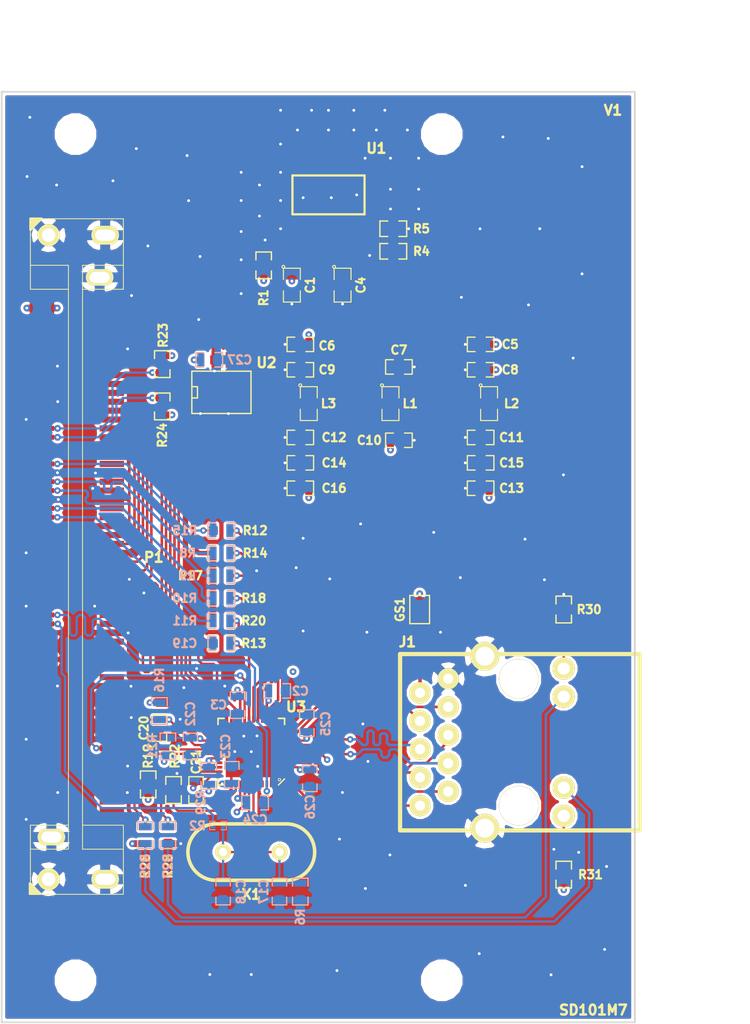
<source format=kicad_pcb>
(kicad_pcb (version 3) (host pcbnew "(2013-07-07 BZR 4022)-stable")
  (title_block (title "PMOD Gigabit Ethernet Expansion Module (RGMII based on RTL8211E)") (rev 1) (company "Numato Lab") (comment 1 http://www.numato.com) (comment 2 "License: CC BY-SA"))
  (layers (15 F.Cu signal) (2 GND power) (1 PWR power) (0 B.Cu signal) (18 B.Paste user) (19 F.Paste user) (20 B.SilkS user) (21 F.SilkS user) (22 B.Mask user) (23 F.Mask user) (28 Edge.Cuts user))
  (net 0 "")
  (net 1 /AVDD3V3)
  (net 2 /ETH_INT_B)
  (net 3 /ETH_MDC)
  (net 4 /ETH_MDIO)
  (net 5 /ETH_RESET_B)
  (net 6 /ETH_RXCLK)
  (net 7 /ETH_RXCTL)
  (net 8 /ETH_RXD0)
  (net 9 /ETH_RXD1)
  (net 10 /ETH_RXD2)
  (net 11 /ETH_RXD3)
  (net 12 /ETH_TXCLK)
  (net 13 /ETH_TXCTL)
  (net 14 /ETH_TXD0)
  (net 15 /ETH_TXD1)
  (net 16 /ETH_TXD2)
  (net 17 /ETH_TXD3)
  (net 18 /ETH_VCC1V0)
  (net 19 /ETH_VCC3V3)
  (net 20 /FPGA_CLK)
  (net 21 /LED0)
  (net 22 /LED1)
  (net 23 /MAC_SCL)
  (net 24 /MAC_SDA)
  (net 25 /SYSCLK)
  (net 26 /VCC1V0)
  (net 27 /VCC3V3)
  (net 28 /XTAL1_50MHZ)
  (net 29 /XTAL2_50MHZ)
  (net 30 GND)
  (net 31 N-000001)
  (net 32 N-0000015)
  (net 33 N-0000016)
  (net 34 N-0000017)
  (net 35 N-0000018)
  (net 36 N-0000019)
  (net 37 N-000002)
  (net 38 N-0000023)
  (net 39 N-0000029)
  (net 40 N-000003)
  (net 41 N-0000031)
  (net 42 N-000004)
  (net 43 N-0000046)
  (net 44 N-0000048)
  (net 45 N-0000049)
  (net 46 N-000005)
  (net 47 N-0000050)
  (net 48 N-0000051)
  (net 49 N-0000052)
  (net 50 N-0000053)
  (net 51 N-000006)
  (net 52 N-000007)
  (net 53 N-000008)
  (net 54 N-000009)
  (module SM0603_Capa (layer F.Cu) (at 118.364 92.964)
    (fp_text reference C7 (at 0 -1.524) (layer F.SilkS) (effects (font (size 0.762 0.762) (thickness 0.1905))))
    (fp_text value 4.7uF hide)
    (pad 1 smd rect (at -0.762 0) (size 0.635 1.143) (layers F.Cu F.Paste F.Mask) (net 26 /VCC1V0))
    (pad 2 smd rect (at 0.762 0) (size 0.635 1.143) (layers F.Cu F.Paste F.Mask) (net 30 GND))
  )
  (module SM0603_Resistor (layer F.Cu) (at 98.044 131.064 90)
    (fp_text reference R22 (at 3.048 0.127 90) (layer F.SilkS) (effects (font (size 0.762 0.762) (thickness 0.1905))))
    (fp_text value 2.49K hide)
    (pad 1 smd rect (at -0.762 0 90) (size 0.635 1.143) (layers F.Cu F.Paste F.Mask) (net 52 N-000007))
    (pad 2 smd rect (at 0.762 0 90) (size 0.635 1.143) (layers F.Cu F.Paste F.Mask) (net 30 GND))
  )
  (module FX18_120_RCPT (layer F.Cu) (at 89.2048 110.09884 270)
    (fp_text reference P1 (at 0.01016 -7.0612 360) (layer F.SilkS) (effects (font (size 0.889 0.889) (thickness 0.22225))))
    (fp_text value HIROSE_120PIN hide)
    (pad 1 smd rect (at -23.6 -3.277 270) (size 0.55 2.2) (layers F.Cu F.Paste F.Mask) (net 30 GND))
    (pad 2 smd rect (at -22.8 -3.277 270) (size 0.55 2.2) (layers F.Cu F.Paste F.Mask))
    (pad 3 smd rect (at -22 -3.277 270) (size 0.55 2.2) (layers F.Cu F.Paste F.Mask))
    (pad 4 smd rect (at -21.2 -3.277 270) (size 0.55 2.2) (layers F.Cu F.Paste F.Mask) (net 30 GND))
    (pad 5 smd rect (at -20.4 -3.277 270) (size 0.55 2.2) (layers F.Cu F.Paste F.Mask))
    (pad 6 smd rect (at -19.6 -3.277 270) (size 0.55 2.2) (layers F.Cu F.Paste F.Mask))
    (pad 7 smd rect (at -18.8 -3.277 270) (size 0.55 2.2) (layers F.Cu F.Paste F.Mask) (net 30 GND))
    (pad 8 smd rect (at -18 -3.277 270) (size 0.55 2.2) (layers F.Cu F.Paste F.Mask))
    (pad 9 smd rect (at -17.2 -3.277 270) (size 0.55 2.2) (layers F.Cu F.Paste F.Mask))
    (pad 10 smd rect (at -16.4 -3.277 270) (size 0.55 2.2) (layers F.Cu F.Paste F.Mask) (net 30 GND))
    (pad 11 smd rect (at -15.6 -3.277 270) (size 0.55 2.2) (layers F.Cu F.Paste F.Mask))
    (pad 12 smd rect (at -14.8 -3.277 270) (size 0.55 2.2) (layers F.Cu F.Paste F.Mask))
    (pad 13 smd rect (at -14 -3.277 270) (size 0.55 2.2) (layers F.Cu F.Paste F.Mask))
    (pad 14 smd rect (at -13.2 -3.277 270) (size 0.55 2.2) (layers F.Cu F.Paste F.Mask))
    (pad 15 smd rect (at -12.4 -3.277 270) (size 0.55 2.2) (layers F.Cu F.Paste F.Mask) (net 30 GND))
    (pad 16 smd rect (at -11.6 -3.277 270) (size 0.55 2.2) (layers F.Cu F.Paste F.Mask))
    (pad 17 smd rect (at -10.8 -3.277 270) (size 0.55 2.2) (layers F.Cu F.Paste F.Mask))
    (pad 18 smd rect (at -10 -3.277 270) (size 0.55 2.2) (layers F.Cu F.Paste F.Mask) (net 30 GND))
    (pad 19 smd rect (at -9.2 -3.277 270) (size 0.55 2.2) (layers F.Cu F.Paste F.Mask))
    (pad 20 smd rect (at -8.4 -3.277 270) (size 0.55 2.2) (layers F.Cu F.Paste F.Mask))
    (pad 21 smd rect (at -7.6 -3.277 270) (size 0.55 2.2) (layers F.Cu F.Paste F.Mask) (net 30 GND))
    (pad 22 smd rect (at -6.8 -3.277 270) (size 0.55 2.2) (layers F.Cu F.Paste F.Mask))
    (pad 23 smd rect (at -6 -3.277 270) (size 0.55 2.2) (layers F.Cu F.Paste F.Mask))
    (pad 24 smd rect (at -5.2 -3.277 270) (size 0.55 2.2) (layers F.Cu F.Paste F.Mask) (net 30 GND))
    (pad 25 smd rect (at -4.4 -3.277 270) (size 0.55 2.2) (layers F.Cu F.Paste F.Mask))
    (pad 26 smd rect (at -3.6 -3.277 270) (size 0.55 2.2) (layers F.Cu F.Paste F.Mask))
    (pad 27 smd rect (at -2.8 -3.277 270) (size 0.55 2.2) (layers F.Cu F.Paste F.Mask) (net 30 GND))
    (pad 28 smd rect (at -2 -3.277 270) (size 0.55 2.2) (layers F.Cu F.Paste F.Mask) (net 6 /ETH_RXCLK))
    (pad 29 smd rect (at -1.2 -3.277 270) (size 0.55 2.2) (layers F.Cu F.Paste F.Mask) (net 12 /ETH_TXCLK))
    (pad 30 smd rect (at -0.4 -3.277 270) (size 0.55 2.2) (layers F.Cu F.Paste F.Mask) (net 30 GND))
    (pad 31 smd rect (at 0.4 -3.277 270) (size 0.55 2.2) (layers F.Cu F.Paste F.Mask) (net 14 /ETH_TXD0))
    (pad 32 smd rect (at 1.2 -3.277 270) (size 0.55 2.2) (layers F.Cu F.Paste F.Mask) (net 15 /ETH_TXD1))
    (pad 33 smd rect (at 2 -3.277 270) (size 0.55 2.2) (layers F.Cu F.Paste F.Mask) (net 30 GND))
    (pad 34 smd rect (at 2.8 -3.277 270) (size 0.55 2.2) (layers F.Cu F.Paste F.Mask) (net 16 /ETH_TXD2))
    (pad 35 smd rect (at 3.6 -3.277 270) (size 0.55 2.2) (layers F.Cu F.Paste F.Mask) (net 17 /ETH_TXD3))
    (pad 36 smd rect (at 4.4 -3.277 270) (size 0.55 2.2) (layers F.Cu F.Paste F.Mask) (net 30 GND))
    (pad 37 smd rect (at 5.2 -3.277 270) (size 0.55 2.2) (layers F.Cu F.Paste F.Mask))
    (pad 38 smd rect (at 6 -3.277 270) (size 0.55 2.2) (layers F.Cu F.Paste F.Mask))
    (pad 39 smd rect (at 6.8 -3.277 270) (size 0.55 2.2) (layers F.Cu F.Paste F.Mask) (net 30 GND))
    (pad 40 smd rect (at 7.6 -3.277 270) (size 0.55 2.2) (layers F.Cu F.Paste F.Mask))
    (pad 41 smd rect (at 8.4 -3.277 270) (size 0.55 2.2) (layers F.Cu F.Paste F.Mask))
    (pad 42 smd rect (at 9.2 -3.277 270) (size 0.55 2.2) (layers F.Cu F.Paste F.Mask) (net 30 GND))
    (pad 43 smd rect (at 10 -3.277 270) (size 0.55 2.2) (layers F.Cu F.Paste F.Mask))
    (pad 44 smd rect (at 10.8 -3.277 270) (size 0.55 2.2) (layers F.Cu F.Paste F.Mask))
    (pad 45 smd rect (at 11.6 -3.277 270) (size 0.55 2.2) (layers F.Cu F.Paste F.Mask) (net 30 GND))
    (pad 46 smd rect (at 12.4 -3.277 270) (size 0.55 2.2) (layers F.Cu F.Paste F.Mask) (net 13 /ETH_TXCTL))
    (pad 47 smd rect (at 13.2 -3.277 270) (size 0.55 2.2) (layers F.Cu F.Paste F.Mask) (net 5 /ETH_RESET_B))
    (pad 48 smd rect (at 14 -3.277 270) (size 0.55 2.2) (layers F.Cu F.Paste F.Mask) (net 30 GND))
    (pad 49 smd rect (at 14.8 -3.277 270) (size 0.55 2.2) (layers F.Cu F.Paste F.Mask))
    (pad 50 smd rect (at 15.6 -3.277 270) (size 0.55 2.2) (layers F.Cu F.Paste F.Mask))
    (pad 51 smd rect (at 16.4 -3.277 270) (size 0.55 2.2) (layers F.Cu F.Paste F.Mask) (net 30 GND))
    (pad 52 smd rect (at 17.2 -3.277 270) (size 0.55 2.2) (layers F.Cu F.Paste F.Mask) (net 2 /ETH_INT_B))
    (pad 53 smd rect (at 18 -3.277 270) (size 0.55 2.2) (layers F.Cu F.Paste F.Mask) (net 3 /ETH_MDC))
    (pad 54 smd rect (at 18.8 -3.277 270) (size 0.55 2.2) (layers F.Cu F.Paste F.Mask) (net 30 GND))
    (pad 55 smd rect (at 19.6 -3.277 270) (size 0.55 2.2) (layers F.Cu F.Paste F.Mask) (net 4 /ETH_MDIO))
    (pad 56 smd rect (at 20.4 -3.277 270) (size 0.55 2.2) (layers F.Cu F.Paste F.Mask))
    (pad 57 smd rect (at 21.2 -3.277 270) (size 0.55 2.2) (layers F.Cu F.Paste F.Mask) (net 30 GND))
    (pad 58 smd rect (at 22 -3.277 270) (size 0.55 2.2) (layers F.Cu F.Paste F.Mask))
    (pad 59 smd rect (at 22.8 -3.277 270) (size 0.55 2.2) (layers F.Cu F.Paste F.Mask))
    (pad 60 smd rect (at 23.6 -3.277 270) (size 0.55 2.2) (layers F.Cu F.Paste F.Mask) (net 30 GND))
    (pad 120 smd rect (at -23.6 3.023 90) (size 0.45 2.2) (layers F.Cu F.Paste F.Mask) (net 30 GND))
    (pad 119 smd rect (at -22.8 3.023 90) (size 0.45 2.2) (layers F.Cu F.Paste F.Mask) (net 27 /VCC3V3))
    (pad 118 smd rect (at -22 3.023 90) (size 0.45 2.2) (layers F.Cu F.Paste F.Mask) (net 27 /VCC3V3))
    (pad 117 smd rect (at -21.2 3.023 90) (size 0.45 2.2) (layers F.Cu F.Paste F.Mask))
    (pad 116 smd rect (at -20.4 3.023 90) (size 0.45 2.2) (layers F.Cu F.Paste F.Mask))
    (pad 115 smd rect (at -19.6 3.023 90) (size 0.45 2.2) (layers F.Cu F.Paste F.Mask) (net 30 GND))
    (pad 114 smd rect (at -18.8 3.023 90) (size 0.45 2.2) (layers F.Cu F.Paste F.Mask))
    (pad 113 smd rect (at -18 3.023 90) (size 0.45 2.2) (layers F.Cu F.Paste F.Mask))
    (pad 112 smd rect (at -17.2 3.023 90) (size 0.45 2.2) (layers F.Cu F.Paste F.Mask) (net 30 GND))
    (pad 111 smd rect (at -16.4 3.023 90) (size 0.45 2.2) (layers F.Cu F.Paste F.Mask))
    (pad 110 smd rect (at -15.6 3.023 90) (size 0.45 2.2) (layers F.Cu F.Paste F.Mask))
    (pad 109 smd rect (at -14.8 3.023 90) (size 0.45 2.2) (layers F.Cu F.Paste F.Mask) (net 30 GND))
    (pad 108 smd rect (at -14 3.023 90) (size 0.45 2.2) (layers F.Cu F.Paste F.Mask) (net 30 GND))
    (pad 107 smd rect (at -13.2 3.023 90) (size 0.45 2.2) (layers F.Cu F.Paste F.Mask) (net 30 GND))
    (pad 106 smd rect (at -12.4 3.023 90) (size 0.45 2.2) (layers F.Cu F.Paste F.Mask) (net 30 GND))
    (pad 105 smd rect (at -11.6 3.023 90) (size 0.45 2.2) (layers F.Cu F.Paste F.Mask) (net 23 /MAC_SCL))
    (pad 104 smd rect (at -10.8 3.023 90) (size 0.45 2.2) (layers F.Cu F.Paste F.Mask) (net 24 /MAC_SDA))
    (pad 103 smd rect (at -10 3.023 90) (size 0.45 2.2) (layers F.Cu F.Paste F.Mask) (net 30 GND))
    (pad 102 smd rect (at -9.2 3.023 90) (size 0.45 2.2) (layers F.Cu F.Paste F.Mask))
    (pad 101 smd rect (at -8.4 3.023 90) (size 0.45 2.2) (layers F.Cu F.Paste F.Mask) (net 7 /ETH_RXCTL))
    (pad 100 smd rect (at -7.6 3.023 90) (size 0.45 2.2) (layers F.Cu F.Paste F.Mask) (net 30 GND))
    (pad 99 smd rect (at -6.8 3.023 90) (size 0.45 2.2) (layers F.Cu F.Paste F.Mask) (net 8 /ETH_RXD0))
    (pad 98 smd rect (at -6 3.023 90) (size 0.45 2.2) (layers F.Cu F.Paste F.Mask) (net 9 /ETH_RXD1))
    (pad 97 smd rect (at -5.2 3.023 90) (size 0.45 2.2) (layers F.Cu F.Paste F.Mask) (net 30 GND))
    (pad 96 smd rect (at -4.4 3.023 90) (size 0.45 2.2) (layers F.Cu F.Paste F.Mask) (net 10 /ETH_RXD2))
    (pad 95 smd rect (at -3.6 3.023 90) (size 0.45 2.2) (layers F.Cu F.Paste F.Mask) (net 11 /ETH_RXD3))
    (pad 94 smd rect (at -2.8 3.023 90) (size 0.45 2.2) (layers F.Cu F.Paste F.Mask) (net 30 GND))
    (pad 93 smd rect (at -2 3.023 90) (size 0.45 2.2) (layers F.Cu F.Paste F.Mask))
    (pad 92 smd rect (at -1.2 3.023 90) (size 0.45 2.2) (layers F.Cu F.Paste F.Mask))
    (pad 91 smd rect (at -0.4 3.023 90) (size 0.45 2.2) (layers F.Cu F.Paste F.Mask) (net 30 GND))
    (pad 90 smd rect (at 0.4 3.023 90) (size 0.45 2.2) (layers F.Cu F.Paste F.Mask))
    (pad 89 smd rect (at 1.2 3.023 90) (size 0.45 2.2) (layers F.Cu F.Paste F.Mask))
    (pad 88 smd rect (at 2 3.023 90) (size 0.45 2.2) (layers F.Cu F.Paste F.Mask) (net 30 GND))
    (pad 87 smd rect (at 2.8 3.023 90) (size 0.45 2.2) (layers F.Cu F.Paste F.Mask))
    (pad 86 smd rect (at 3.6 3.023 90) (size 0.45 2.2) (layers F.Cu F.Paste F.Mask))
    (pad 85 smd rect (at 4.4 3.023 90) (size 0.45 2.2) (layers F.Cu F.Paste F.Mask) (net 30 GND))
    (pad 84 smd rect (at 5.2 3.023 90) (size 0.45 2.2) (layers F.Cu F.Paste F.Mask) (net 25 /SYSCLK))
    (pad 83 smd rect (at 6 3.023 90) (size 0.45 2.2) (layers F.Cu F.Paste F.Mask) (net 20 /FPGA_CLK))
    (pad 82 smd rect (at 6.8 3.023 90) (size 0.45 2.2) (layers F.Cu F.Paste F.Mask) (net 30 GND))
    (pad 81 smd rect (at 7.6 3.023 90) (size 0.45 2.2) (layers F.Cu F.Paste F.Mask))
    (pad 80 smd rect (at 8.4 3.023 90) (size 0.45 2.2) (layers F.Cu F.Paste F.Mask))
    (pad 79 smd rect (at 9.2 3.023 90) (size 0.45 2.2) (layers F.Cu F.Paste F.Mask) (net 30 GND))
    (pad 78 smd rect (at 10 3.023 90) (size 0.45 2.2) (layers F.Cu F.Paste F.Mask))
    (pad 77 smd rect (at 10.8 3.023 90) (size 0.45 2.2) (layers F.Cu F.Paste F.Mask))
    (pad 76 smd rect (at 11.6 3.023 90) (size 0.45 2.2) (layers F.Cu F.Paste F.Mask) (net 30 GND))
    (pad 75 smd rect (at 12.4 3.023 90) (size 0.45 2.2) (layers F.Cu F.Paste F.Mask))
    (pad 74 smd rect (at 13.2 3.023 90) (size 0.45 2.2) (layers F.Cu F.Paste F.Mask))
    (pad 73 smd rect (at 14 3.023 90) (size 0.45 2.2) (layers F.Cu F.Paste F.Mask) (net 30 GND))
    (pad 72 smd rect (at 14.8 3.023 90) (size 0.45 2.2) (layers F.Cu F.Paste F.Mask))
    (pad 71 smd rect (at 15.6 3.023 90) (size 0.45 2.2) (layers F.Cu F.Paste F.Mask))
    (pad 70 smd rect (at 16.4 3.023 90) (size 0.45 2.2) (layers F.Cu F.Paste F.Mask) (net 30 GND))
    (pad 69 smd rect (at 17.2 3.023 90) (size 0.45 2.2) (layers F.Cu F.Paste F.Mask))
    (pad 68 smd rect (at 18 3.023 90) (size 0.45 2.2) (layers F.Cu F.Paste F.Mask))
    (pad 67 smd rect (at 18.8 3.023 90) (size 0.45 2.2) (layers F.Cu F.Paste F.Mask) (net 30 GND))
    (pad 66 smd rect (at 19.6 3.023 90) (size 0.45 2.2) (layers F.Cu F.Paste F.Mask))
    (pad 65 smd rect (at 20.4 3.023 90) (size 0.45 2.2) (layers F.Cu F.Paste F.Mask))
    (pad 64 smd rect (at 21.2 3.023 90) (size 0.45 2.2) (layers F.Cu F.Paste F.Mask) (net 30 GND))
    (pad 63 smd rect (at 22 3.023 90) (size 0.45 2.2) (layers F.Cu F.Paste F.Mask))
    (pad 62 smd rect (at 22.8 3.023 90) (size 0.45 2.2) (layers F.Cu F.Paste F.Mask))
    (pad 61 smd rect (at 23.6 3.023 90) (size 0.45 2.2) (layers F.Cu F.Paste F.Mask) (net 30 GND))
    (pad "" thru_hole oval (at 25.2 2.173 90) (size 1.5 2.5) (drill oval 1 1.81) (layers *.Cu *.Mask F.SilkS) (net 30 GND))
    (pad "" thru_hole oval (at -25.2 -2.177 90) (size 1.5 2.5) (drill oval 1 1.81) (layers *.Cu *.Mask F.SilkS) (net 30 GND))
    (pad "" thru_hole oval (at -29 -2.677 90) (size 1.7 2.5) (drill oval 1 1.81) (layers *.Cu *.Mask F.SilkS) (net 30 GND))
    (pad "" thru_hole oval (at 29 -2.677 90) (size 1.7 2.5) (drill oval 1 1.81) (layers *.Cu *.Mask F.SilkS) (net 30 GND))
    (pad "" thru_hole circle (at -29 2.423 90) (size 2 2) (drill 1.21) (layers *.Cu *.Mask F.SilkS) (net 30 GND))
    (pad "" thru_hole circle (at 29 2.423 90) (size 2 2) (drill 1.21) (layers *.Cu *.Mask F.SilkS) (net 30 GND))
  )
  (module SM0603_Capa (layer F.Cu) (at 125.73 90.932 180)
    (fp_text reference C5 (at -2.667 0 180) (layer F.SilkS) (effects (font (size 0.762 0.762) (thickness 0.1905))))
    (fp_text value 4.7uF hide)
    (pad 1 smd rect (at -0.762 0 180) (size 0.635 1.143) (layers F.Cu F.Paste F.Mask) (net 27 /VCC3V3))
    (pad 2 smd rect (at 0.762 0 180) (size 0.635 1.143) (layers F.Cu F.Paste F.Mask) (net 30 GND))
  )
  (module SM0603_Resistor (layer B.Cu) (at 102.362 109.728)
    (fp_text reference R8 (at -3.048 0) (layer B.SilkS) (effects (font (size 0.762 0.762) (thickness 0.1905)) (justify mirror)))
    (fp_text value 0R hide)
    (pad 1 smd rect (at -0.762 0) (size 0.635 1.143) (layers B.Cu B.Paste B.Mask) (net 8 /ETH_RXD0))
    (pad 2 smd rect (at 0.762 0) (size 0.635 1.143) (layers B.Cu B.Paste B.Mask) (net 43 N-0000046))
  )
  (module SM0603_Resistor (layer B.Cu) (at 102.362 107.696 180)
    (fp_text reference R15 (at 3.302 0 180) (layer B.SilkS) (effects (font (size 0.762 0.762) (thickness 0.1905)) (justify mirror)))
    (fp_text value 4.7K hide)
    (pad 1 smd rect (at -0.762 0 180) (size 0.635 1.143) (layers B.Cu B.Paste B.Mask) (net 48 N-0000051))
    (pad 2 smd rect (at 0.762 0 180) (size 0.635 1.143) (layers B.Cu B.Paste B.Mask) (net 30 GND))
  )
  (module SM0603_Resistor (layer F.Cu) (at 102.362 113.792)
    (fp_text reference R18 (at 2.921 0) (layer F.SilkS) (effects (font (size 0.762 0.762) (thickness 0.1905))))
    (fp_text value 4.7K hide)
    (pad 1 smd rect (at -0.762 0) (size 0.635 1.143) (layers F.Cu F.Paste F.Mask) (net 19 /ETH_VCC3V3))
    (pad 2 smd rect (at 0.762 0) (size 0.635 1.143) (layers F.Cu F.Paste F.Mask) (net 45 N-0000049))
  )
  (module SM0603_Resistor (layer F.Cu) (at 117.856 80.518 180)
    (fp_text reference R5 (at -2.54 0 180) (layer F.SilkS) (effects (font (size 0.762 0.762) (thickness 0.1905))))
    (fp_text value 27K hide)
    (pad 1 smd rect (at -0.762 0 180) (size 0.635 1.143) (layers F.Cu F.Paste F.Mask) (net 30 GND))
    (pad 2 smd rect (at 0.762 0 180) (size 0.635 1.143) (layers F.Cu F.Paste F.Mask) (net 39 N-0000029))
  )
  (module SM0805 (layer F.Cu) (at 117.602 96.266 270)
    (fp_text reference L1 (at 0 -1.778 360) (layer F.SilkS) (effects (font (size 0.762 0.762) (thickness 0.1905))))
    (fp_text value INDUCTOR hide)
    (pad 1 smd rect (at -0.9525 0 270) (size 0.889 1.397) (layers F.Cu F.Paste F.Mask) (net 26 /VCC1V0))
    (pad 2 smd rect (at 0.9525 0 270) (size 0.889 1.397) (layers F.Cu F.Paste F.Mask) (net 18 /ETH_VCC1V0))
  )
  (module SM0805 (layer F.Cu) (at 126.492 96.266 270)
    (fp_text reference L2 (at 0 -2.032 360) (layer F.SilkS) (effects (font (size 0.762 0.762) (thickness 0.1905))))
    (fp_text value INDUCTOR hide)
    (pad 1 smd rect (at -0.9525 0 270) (size 0.889 1.397) (layers F.Cu F.Paste F.Mask) (net 27 /VCC3V3))
    (pad 2 smd rect (at 0.9525 0 270) (size 0.889 1.397) (layers F.Cu F.Paste F.Mask) (net 1 /AVDD3V3))
  )
  (module SM0603_Resistor (layer B.Cu) (at 102.362 111.76)
    (fp_text reference R9 (at -3.048 0) (layer B.SilkS) (effects (font (size 0.762 0.762) (thickness 0.1905)) (justify mirror)))
    (fp_text value 0R hide)
    (pad 1 smd rect (at -0.762 0) (size 0.635 1.143) (layers B.Cu B.Paste B.Mask) (net 9 /ETH_RXD1))
    (pad 2 smd rect (at 0.762 0) (size 0.635 1.143) (layers B.Cu B.Paste B.Mask) (net 47 N-0000050))
  )
  (module SM0603_Resistor (layer F.Cu) (at 97.536 135.128 270)
    (fp_text reference R28 (at 2.794 0 270) (layer F.SilkS) (effects (font (size 0.762 0.762) (thickness 0.1905))))
    (fp_text value 4.7K hide)
    (pad 1 smd rect (at -0.762 0 270) (size 0.635 1.143) (layers F.Cu F.Paste F.Mask) (net 54 N-000009))
    (pad 2 smd rect (at 0.762 0 270) (size 0.635 1.143) (layers F.Cu F.Paste F.Mask) (net 30 GND))
  )
  (module SM0603_Resistor (layer F.Cu) (at 95.504 135.128 270)
    (fp_text reference R26 (at 2.794 0 270) (layer F.SilkS) (effects (font (size 0.762 0.762) (thickness 0.1905))))
    (fp_text value 4.7K hide)
    (pad 1 smd rect (at -0.762 0 270) (size 0.635 1.143) (layers F.Cu F.Paste F.Mask) (net 53 N-000008))
    (pad 2 smd rect (at 0.762 0 270) (size 0.635 1.143) (layers F.Cu F.Paste F.Mask) (net 27 /VCC3V3))
  )
  (module SM0603_Resistor (layer F.Cu) (at 97.028 96.52 270)
    (fp_text reference R24 (at 2.60096 -0.00508 270) (layer F.SilkS) (effects (font (size 0.762 0.762) (thickness 0.1905))))
    (fp_text value 10K hide)
    (pad 1 smd rect (at -0.762 0 270) (size 0.635 1.143) (layers F.Cu F.Paste F.Mask) (net 24 /MAC_SDA))
    (pad 2 smd rect (at 0.762 0 270) (size 0.635 1.143) (layers F.Cu F.Paste F.Mask) (net 27 /VCC3V3))
  )
  (module SM0603_Resistor (layer F.Cu) (at 97.028 92.71 90)
    (fp_text reference R23 (at 2.5908 0.0762 90) (layer F.SilkS) (effects (font (size 0.762 0.762) (thickness 0.1905))))
    (fp_text value 10K hide)
    (pad 1 smd rect (at -0.762 0 90) (size 0.635 1.143) (layers F.Cu F.Paste F.Mask) (net 23 /MAC_SCL))
    (pad 2 smd rect (at 0.762 0 90) (size 0.635 1.143) (layers F.Cu F.Paste F.Mask) (net 27 /VCC3V3))
  )
  (module SM0603_Resistor (layer B.Cu) (at 97.536 127.14224 270)
    (fp_text reference R21 (at 0 1.397 270) (layer B.SilkS) (effects (font (size 0.762 0.762) (thickness 0.1905)) (justify mirror)))
    (fp_text value 0R hide)
    (pad 1 smd rect (at -0.762 0 270) (size 0.635 1.143) (layers B.Cu B.Paste B.Mask) (net 50 N-0000053))
    (pad 2 smd rect (at 0.762 0 270) (size 0.635 1.143) (layers B.Cu B.Paste B.Mask) (net 18 /ETH_VCC1V0))
  )
  (module SM0603_Resistor (layer F.Cu) (at 95.758 130.556 90)
    (fp_text reference R19 (at 2.54 0 90) (layer F.SilkS) (effects (font (size 0.762 0.762) (thickness 0.1905))))
    (fp_text value 1.5K hide)
    (pad 1 smd rect (at -0.762 0 90) (size 0.635 1.143) (layers F.Cu F.Paste F.Mask) (net 19 /ETH_VCC3V3))
    (pad 2 smd rect (at 0.762 0 90) (size 0.635 1.143) (layers F.Cu F.Paste F.Mask) (net 4 /ETH_MDIO))
  )
  (module SM0603_Resistor (layer F.Cu) (at 102.362 111.76)
    (fp_text reference R17 (at -2.794 0) (layer F.SilkS) (effects (font (size 0.762 0.762) (thickness 0.1905))))
    (fp_text value 4.7K hide)
    (pad 1 smd rect (at -0.762 0) (size 0.635 1.143) (layers F.Cu F.Paste F.Mask) (net 19 /ETH_VCC3V3))
    (pad 2 smd rect (at 0.762 0) (size 0.635 1.143) (layers F.Cu F.Paste F.Mask) (net 47 N-0000050))
  )
  (module SM0603_Resistor (layer F.Cu) (at 102.362 117.856)
    (fp_text reference R13 (at 2.921 0) (layer F.SilkS) (effects (font (size 0.762 0.762) (thickness 0.1905))))
    (fp_text value 0R hide)
    (pad 1 smd rect (at -0.762 0) (size 0.635 1.143) (layers F.Cu F.Paste F.Mask) (net 6 /ETH_RXCLK))
    (pad 2 smd rect (at 0.762 0) (size 0.635 1.143) (layers F.Cu F.Paste F.Mask) (net 49 N-0000052))
  )
  (module SM0603_Resistor (layer F.Cu) (at 102.362 109.728)
    (fp_text reference R14 (at 3.048 0) (layer F.SilkS) (effects (font (size 0.762 0.762) (thickness 0.1905))))
    (fp_text value 4.7K hide)
    (pad 1 smd rect (at -0.762 0) (size 0.635 1.143) (layers F.Cu F.Paste F.Mask) (net 19 /ETH_VCC3V3))
    (pad 2 smd rect (at 0.762 0) (size 0.635 1.143) (layers F.Cu F.Paste F.Mask) (net 43 N-0000046))
  )
  (module SM0603_Resistor (layer F.Cu) (at 117.856 82.55)
    (fp_text reference R4 (at 2.54 0) (layer F.SilkS) (effects (font (size 0.762 0.762) (thickness 0.1905))))
    (fp_text value 39K hide)
    (pad 1 smd rect (at -0.762 0) (size 0.635 1.143) (layers F.Cu F.Paste F.Mask) (net 39 N-0000029))
    (pad 2 smd rect (at 0.762 0) (size 0.635 1.143) (layers F.Cu F.Paste F.Mask) (net 26 /VCC1V0))
  )
  (module SM0603_Resistor (layer B.Cu) (at 102.362 113.792)
    (fp_text reference R10 (at -3.302 0) (layer B.SilkS) (effects (font (size 0.762 0.762) (thickness 0.1905)) (justify mirror)))
    (fp_text value 0R hide)
    (pad 1 smd rect (at -0.762 0) (size 0.635 1.143) (layers B.Cu B.Paste B.Mask) (net 10 /ETH_RXD2))
    (pad 2 smd rect (at 0.762 0) (size 0.635 1.143) (layers B.Cu B.Paste B.Mask) (net 45 N-0000049))
  )
  (module SM0603_Capa (layer F.Cu) (at 109.474 90.932 180)
    (fp_text reference C6 (at -2.413 -0.127 180) (layer F.SilkS) (effects (font (size 0.762 0.762) (thickness 0.1905))))
    (fp_text value 4.7uF hide)
    (pad 1 smd rect (at -0.762 0 180) (size 0.635 1.143) (layers F.Cu F.Paste F.Mask) (net 27 /VCC3V3))
    (pad 2 smd rect (at 0.762 0 180) (size 0.635 1.143) (layers F.Cu F.Paste F.Mask) (net 30 GND))
  )
  (module SM0603_Capa (layer F.Cu) (at 109.474 93.218 180)
    (fp_text reference C9 (at -2.413 0 180) (layer F.SilkS) (effects (font (size 0.762 0.762) (thickness 0.1905))))
    (fp_text value 100nF hide)
    (pad 1 smd rect (at -0.762 0 180) (size 0.635 1.143) (layers F.Cu F.Paste F.Mask) (net 27 /VCC3V3))
    (pad 2 smd rect (at 0.762 0 180) (size 0.635 1.143) (layers F.Cu F.Paste F.Mask) (net 30 GND))
  )
  (module SM0603_Capa (layer F.Cu) (at 125.73 93.218 180)
    (fp_text reference C8 (at -2.667 0 180) (layer F.SilkS) (effects (font (size 0.762 0.762) (thickness 0.1905))))
    (fp_text value 100nF hide)
    (pad 1 smd rect (at -0.762 0 180) (size 0.635 1.143) (layers F.Cu F.Paste F.Mask) (net 27 /VCC3V3))
    (pad 2 smd rect (at 0.762 0 180) (size 0.635 1.143) (layers F.Cu F.Paste F.Mask) (net 30 GND))
  )
  (module SM0603_Capa (layer B.Cu) (at 102.362 117.856 180)
    (fp_text reference C19 (at 3.302 0 180) (layer B.SilkS) (effects (font (size 0.762 0.762) (thickness 0.1905)) (justify mirror)))
    (fp_text value 27pF hide)
    (pad 1 smd rect (at -0.762 0 180) (size 0.635 1.143) (layers B.Cu B.Paste B.Mask) (net 49 N-0000052))
    (pad 2 smd rect (at 0.762 0 180) (size 0.635 1.143) (layers B.Cu B.Paste B.Mask) (net 30 GND))
  )
  (module SM0603_Capa (layer F.Cu) (at 109.474 99.314 180)
    (fp_text reference C12 (at -3.048 0 180) (layer F.SilkS) (effects (font (size 0.762 0.762) (thickness 0.1905))))
    (fp_text value 4.7uF hide)
    (pad 1 smd rect (at -0.762 0 180) (size 0.635 1.143) (layers F.Cu F.Paste F.Mask) (net 19 /ETH_VCC3V3))
    (pad 2 smd rect (at 0.762 0 180) (size 0.635 1.143) (layers F.Cu F.Paste F.Mask) (net 30 GND))
  )
  (module SM0603_Capa (layer F.Cu) (at 109.474 103.886 180)
    (fp_text reference C16 (at -3.048 0 180) (layer F.SilkS) (effects (font (size 0.762 0.762) (thickness 0.1905))))
    (fp_text value 100nF hide)
    (pad 1 smd rect (at -0.762 0 180) (size 0.635 1.143) (layers F.Cu F.Paste F.Mask) (net 19 /ETH_VCC3V3))
    (pad 2 smd rect (at 0.762 0 180) (size 0.635 1.143) (layers F.Cu F.Paste F.Mask) (net 30 GND))
  )
  (module SM0603_Capa (layer B.Cu) (at 102.5144 140.208 270)
    (fp_text reference C18 (at 0.01778 -1.62052 270) (layer B.SilkS) (effects (font (size 0.762 0.762) (thickness 0.1905)) (justify mirror)))
    (fp_text value 12pF hide)
    (pad 1 smd rect (at -0.762 0 270) (size 0.635 1.143) (layers B.Cu B.Paste B.Mask) (net 28 /XTAL1_50MHZ))
    (pad 2 smd rect (at 0.762 0 270) (size 0.635 1.143) (layers B.Cu B.Paste B.Mask) (net 30 GND))
  )
  (module SM0603_Capa (layer F.Cu) (at 96.774 125.476 270)
    (fp_text reference C20 (at 0 1.397 270) (layer F.SilkS) (effects (font (size 0.762 0.762) (thickness 0.1905))))
    (fp_text value 0.1uF hide)
    (pad 1 smd rect (at -0.762 0 270) (size 0.635 1.143) (layers F.Cu F.Paste F.Mask) (net 5 /ETH_RESET_B))
    (pad 2 smd rect (at 0.762 0 270) (size 0.635 1.143) (layers F.Cu F.Paste F.Mask) (net 30 GND))
  )
  (module SM0603_Capa (layer B.Cu) (at 107.5944 140.208 270)
    (fp_text reference C17 (at 0 1.4224 270) (layer B.SilkS) (effects (font (size 0.762 0.762) (thickness 0.1905)) (justify mirror)))
    (fp_text value 12pF hide)
    (pad 1 smd rect (at -0.762 0 270) (size 0.635 1.143) (layers B.Cu B.Paste B.Mask) (net 29 /XTAL2_50MHZ))
    (pad 2 smd rect (at 0.762 0 270) (size 0.635 1.143) (layers B.Cu B.Paste B.Mask) (net 30 GND))
  )
  (module SM0603_Capa (layer B.Cu) (at 105.3973 132.20446)
    (fp_text reference C24 (at 0.0127 1.52654) (layer B.SilkS) (effects (font (size 0.762 0.762) (thickness 0.1905)) (justify mirror)))
    (fp_text value 100nF hide)
    (pad 1 smd rect (at -0.762 0) (size 0.635 1.143) (layers B.Cu B.Paste B.Mask) (net 18 /ETH_VCC1V0))
    (pad 2 smd rect (at 0.762 0) (size 0.635 1.143) (layers B.Cu B.Paste B.Mask) (net 30 GND))
  )
  (module SM0603_Capa (layer B.Cu) (at 110.0582 125.03404 90)
    (fp_text reference C25 (at -0.06096 1.7018 90) (layer B.SilkS) (effects (font (size 0.762 0.762) (thickness 0.1905)) (justify mirror)))
    (fp_text value 100nF hide)
    (pad 1 smd rect (at -0.762 0 90) (size 0.635 1.143) (layers B.Cu B.Paste B.Mask) (net 18 /ETH_VCC1V0))
    (pad 2 smd rect (at 0.762 0 90) (size 0.635 1.143) (layers B.Cu B.Paste B.Mask) (net 30 GND))
  )
  (module SM0603_Capa (layer F.Cu) (at 100.076 131.064 270)
    (fp_text reference C21 (at -2.54 0 270) (layer F.SilkS) (effects (font (size 0.762 0.762) (thickness 0.1905))))
    (fp_text value 100nF hide)
    (pad 1 smd rect (at -0.762 0 270) (size 0.635 1.143) (layers F.Cu F.Paste F.Mask) (net 50 N-0000053))
    (pad 2 smd rect (at 0.762 0 270) (size 0.635 1.143) (layers F.Cu F.Paste F.Mask) (net 30 GND))
  )
  (module SM0603_Capa (layer B.Cu) (at 99.55784 127.14224 270)
    (fp_text reference C22 (at -2.93624 -0.01016 270) (layer B.SilkS) (effects (font (size 0.762 0.762) (thickness 0.1905)) (justify mirror)))
    (fp_text value 100nF hide)
    (pad 1 smd rect (at -0.762 0 270) (size 0.635 1.143) (layers B.Cu B.Paste B.Mask) (net 50 N-0000053))
    (pad 2 smd rect (at 0.762 0 270) (size 0.635 1.143) (layers B.Cu B.Paste B.Mask) (net 30 GND))
  )
  (module SM0603_Capa (layer B.Cu) (at 103.29672 129.69748 90)
    (fp_text reference C23 (at 2.57048 -0.55372 90) (layer B.SilkS) (effects (font (size 0.762 0.762) (thickness 0.1905)) (justify mirror)))
    (fp_text value 100nF hide)
    (pad 1 smd rect (at -0.762 0 90) (size 0.635 1.143) (layers B.Cu B.Paste B.Mask) (net 19 /ETH_VCC3V3))
    (pad 2 smd rect (at 0.762 0 90) (size 0.635 1.143) (layers B.Cu B.Paste B.Mask) (net 30 GND))
  )
  (module SM0603_Capa (layer B.Cu) (at 101.27234 92.32138)
    (fp_text reference C27 (at 2.74066 0.00762) (layer B.SilkS) (effects (font (size 0.762 0.762) (thickness 0.1905)) (justify mirror)))
    (fp_text value 100nF hide)
    (pad 1 smd rect (at -0.762 0) (size 0.635 1.143) (layers B.Cu B.Paste B.Mask) (net 27 /VCC3V3))
    (pad 2 smd rect (at 0.762 0) (size 0.635 1.143) (layers B.Cu B.Paste B.Mask) (net 30 GND))
  )
  (module SM0603_Capa (layer B.Cu) (at 110.32744 130.00736 270)
    (fp_text reference C26 (at 2.58064 -0.03556 270) (layer B.SilkS) (effects (font (size 0.762 0.762) (thickness 0.1905)) (justify mirror)))
    (fp_text value 100nF hide)
    (pad 1 smd rect (at -0.762 0 270) (size 0.635 1.143) (layers B.Cu B.Paste B.Mask) (net 18 /ETH_VCC1V0))
    (pad 2 smd rect (at 0.762 0 270) (size 0.635 1.143) (layers B.Cu B.Paste B.Mask) (net 30 GND))
  )
  (module SM0603_Capa (layer F.Cu) (at 125.73 99.314 180)
    (fp_text reference C11 (at -2.794 0 180) (layer F.SilkS) (effects (font (size 0.762 0.762) (thickness 0.1905))))
    (fp_text value 4.7uF hide)
    (pad 1 smd rect (at -0.762 0 180) (size 0.635 1.143) (layers F.Cu F.Paste F.Mask) (net 1 /AVDD3V3))
    (pad 2 smd rect (at 0.762 0 180) (size 0.635 1.143) (layers F.Cu F.Paste F.Mask) (net 30 GND))
  )
  (module SM0603_Capa (layer F.Cu) (at 125.73 101.6 180)
    (fp_text reference C15 (at -2.794 0 180) (layer F.SilkS) (effects (font (size 0.762 0.762) (thickness 0.1905))))
    (fp_text value 100nF hide)
    (pad 1 smd rect (at -0.762 0 180) (size 0.635 1.143) (layers F.Cu F.Paste F.Mask) (net 1 /AVDD3V3))
    (pad 2 smd rect (at 0.762 0 180) (size 0.635 1.143) (layers F.Cu F.Paste F.Mask) (net 30 GND))
  )
  (module HC-49V (layer F.Cu) (at 105.0544 136.652 180)
    (fp_text reference X1 (at 0 -3.81 180) (layer F.SilkS) (effects (font (size 0.889 0.889) (thickness 0.22225))))
    (fp_text value 50MHz hide)
    (pad 1 thru_hole circle (at -2.54 0 180) (size 1.4224 1.4224) (drill 0.762) (layers *.Cu *.Mask F.SilkS) (net 29 /XTAL2_50MHZ))
    (pad 2 thru_hole circle (at 2.54 0 180) (size 1.4224 1.4224) (drill 0.762) (layers *.Cu *.Mask F.SilkS) (net 28 /XTAL1_50MHZ))
  )
  (module SM0603_Resistor (layer B.Cu) (at 109.474 140.208 90)
    (fp_text reference R6 (at -2.286 0 90) (layer B.SilkS) (effects (font (size 0.762 0.762) (thickness 0.1905)) (justify mirror)))
    (fp_text value 0R hide)
    (pad 1 smd rect (at -0.762 0 90) (size 0.635 1.143) (layers B.Cu B.Paste B.Mask) (net 30 GND))
    (pad 2 smd rect (at 0.762 0 90) (size 0.635 1.143) (layers B.Cu B.Paste B.Mask) (net 29 /XTAL2_50MHZ))
  )
  (module SM0603_Resistor (layer B.Cu) (at 102.362 115.824)
    (fp_text reference R11 (at -3.302 0) (layer B.SilkS) (effects (font (size 0.762 0.762) (thickness 0.1905)) (justify mirror)))
    (fp_text value 0R hide)
    (pad 1 smd rect (at -0.762 0) (size 0.635 1.143) (layers B.Cu B.Paste B.Mask) (net 11 /ETH_RXD3))
    (pad 2 smd rect (at 0.762 0) (size 0.635 1.143) (layers B.Cu B.Paste B.Mask) (net 44 N-0000048))
  )
  (module SM0603_Resistor (layer F.Cu) (at 106.172 83.82 270)
    (fp_text reference R1 (at 2.921 0 270) (layer F.SilkS) (effects (font (size 0.762 0.762) (thickness 0.1905))))
    (fp_text value 1K hide)
    (pad 1 smd rect (at -0.762 0 270) (size 0.635 1.143) (layers F.Cu F.Paste F.Mask) (net 38 N-0000023))
    (pad 2 smd rect (at 0.762 0 270) (size 0.635 1.143) (layers F.Cu F.Paste F.Mask) (net 27 /VCC3V3))
  )
  (module SM0603_Resistor (layer F.Cu) (at 102.362 107.696)
    (fp_text reference R12 (at 3.048 0) (layer F.SilkS) (effects (font (size 0.762 0.762) (thickness 0.1905))))
    (fp_text value 0R hide)
    (pad 1 smd rect (at -0.762 0) (size 0.635 1.143) (layers F.Cu F.Paste F.Mask) (net 7 /ETH_RXCTL))
    (pad 2 smd rect (at 0.762 0) (size 0.635 1.143) (layers F.Cu F.Paste F.Mask) (net 48 N-0000051))
  )
  (module SM0603_Resistor (layer B.Cu) (at 96.774 123.952 90)
    (fp_text reference R16 (at 2.794 0 90) (layer B.SilkS) (effects (font (size 0.762 0.762) (thickness 0.1905)) (justify mirror)))
    (fp_text value 4.7K hide)
    (pad 1 smd rect (at -0.762 0 90) (size 0.635 1.143) (layers B.Cu B.Paste B.Mask) (net 5 /ETH_RESET_B))
    (pad 2 smd rect (at 0.762 0 90) (size 0.635 1.143) (layers B.Cu B.Paste B.Mask) (net 27 /VCC3V3))
  )
  (module SM0603_Resistor (layer B.Cu) (at 97.536 135.128 270)
    (fp_text reference R27 (at 2.794 0 270) (layer B.SilkS) (effects (font (size 0.762 0.762) (thickness 0.1905)) (justify mirror)))
    (fp_text value 390R hide)
    (pad 1 smd rect (at -0.762 0 270) (size 0.635 1.143) (layers B.Cu B.Paste B.Mask) (net 54 N-000009))
    (pad 2 smd rect (at 0.762 0 270) (size 0.635 1.143) (layers B.Cu B.Paste B.Mask) (net 22 /LED1))
  )
  (module SM0603_Resistor (layer B.Cu) (at 101.22408 129.78384 270)
    (fp_text reference R29 (at 2.39776 0.71628 270) (layer B.SilkS) (effects (font (size 0.762 0.762) (thickness 0.1905)) (justify mirror)))
    (fp_text value 4.7K hide)
    (pad 1 smd rect (at -0.762 0 270) (size 0.635 1.143) (layers B.Cu B.Paste B.Mask) (net 31 N-000001))
    (pad 2 smd rect (at 0.762 0 270) (size 0.635 1.143) (layers B.Cu B.Paste B.Mask) (net 27 /VCC3V3))
  )
  (module SM0603_Resistor (layer F.Cu) (at 102.362 115.824)
    (fp_text reference R20 (at 2.921 0) (layer F.SilkS) (effects (font (size 0.762 0.762) (thickness 0.1905))))
    (fp_text value 4.7K hide)
    (pad 1 smd rect (at -0.762 0) (size 0.635 1.143) (layers F.Cu F.Paste F.Mask) (net 19 /ETH_VCC3V3))
    (pad 2 smd rect (at 0.762 0) (size 0.635 1.143) (layers F.Cu F.Paste F.Mask) (net 44 N-0000048))
  )
  (module SM0603_Resistor (layer B.Cu) (at 95.504 135.128 270)
    (fp_text reference R25 (at 2.794 0 270) (layer B.SilkS) (effects (font (size 0.762 0.762) (thickness 0.1905)) (justify mirror)))
    (fp_text value 390R hide)
    (pad 1 smd rect (at -0.762 0 270) (size 0.635 1.143) (layers B.Cu B.Paste B.Mask) (net 53 N-000008))
    (pad 2 smd rect (at 0.762 0 270) (size 0.635 1.143) (layers B.Cu B.Paste B.Mask) (net 21 /LED0))
  )
  (module SM0603_Resistor (layer F.Cu) (at 133.223 138.684 270)
    (fp_text reference R31 (at 0 -2.413 360) (layer F.SilkS) (effects (font (size 0.762 0.762) (thickness 0.1905))))
    (fp_text value 330R hide)
    (pad 1 smd rect (at -0.762 0 270) (size 0.635 1.143) (layers F.Cu F.Paste F.Mask) (net 36 N-0000019))
    (pad 2 smd rect (at 0.762 0 270) (size 0.635 1.143) (layers F.Cu F.Paste F.Mask) (net 27 /VCC3V3))
  )
  (module RJ45_10P-10C (layer F.Cu) (at 129.159 126.7587 90)
    (fp_text reference J1 (at 9.0297 -10.033 180) (layer F.SilkS) (effects (font (size 0.889 0.889) (thickness 0.22225))))
    (fp_text value "RJ45(HFJ11-1GO1ERL)" hide)
    (pad 0 thru_hole circle (at 7.745 -3.05 90) (size 2.6 2.6) (drill 1.7) (layers *.Cu *.Mask F.SilkS) (net 30 GND))
    (pad 0 thru_hole circle (at -7.745 -3.05 90) (size 2.6 2.6) (drill 1.7) (layers *.Cu *.Mask F.SilkS) (net 30 GND))
    (pad "" np_thru_hole circle (at 5.715 0 90) (size 3.55 3.55) (drill 3.5) (layers *.Cu *.Mask F.SilkS))
    (pad "" np_thru_hole circle (at -5.715 0 90) (size 3.55 3.55) (drill 3.5) (layers *.Cu *.Mask F.SilkS))
    (pad 4 thru_hole circle (at -1.9 -6.35 90) (size 1.91 1.91) (drill 0.91) (layers *.Cu *.Mask F.SilkS) (net 40 N-000003))
    (pad 1 thru_hole circle (at -5.71 -8.89 90) (size 1.91 1.91) (drill 0.91) (layers *.Cu *.Mask F.SilkS) (net 32 N-0000015))
    (pad 3 thru_hole circle (at -3.17 -8.89 90) (size 1.91 1.91) (drill 0.91) (layers *.Cu *.Mask F.SilkS) (net 34 N-0000017))
    (pad 5 thru_hole circle (at -0.63 -8.89 90) (size 1.91 1.91) (drill 0.91) (layers *.Cu *.Mask F.SilkS) (net 42 N-000004))
    (pad 7 thru_hole circle (at 1.91 -8.89 90) (size 1.91 1.91) (drill 0.91) (layers *.Cu *.Mask F.SilkS) (net 46 N-000005))
    (pad 6 thru_hole circle (at 0.64 -6.35 90) (size 1.91 1.91) (drill 0.91) (layers *.Cu *.Mask F.SilkS) (net 37 N-000002))
    (pad 8 thru_hole circle (at 3.18 -6.35 90) (size 1.91 1.91) (drill 0.91) (layers *.Cu *.Mask F.SilkS) (net 51 N-000006))
    (pad 2 thru_hole circle (at -4.44 -6.35 90) (size 1.91 1.91) (drill 0.91) (layers *.Cu *.Mask F.SilkS) (net 33 N-0000016))
    (pad 11 thru_hole circle (at -6.63 4.06 90) (size 2 2) (drill 1.1) (layers *.Cu *.Mask F.SilkS) (net 36 N-0000019))
    (pad 12 thru_hole circle (at -4.09 4.06 90) (size 2 2) (drill 1.1) (layers *.Cu *.Mask F.SilkS) (net 21 /LED0))
    (pad 13 thru_hole circle (at 4.09 4.06 90) (size 2 2) (drill 1.1) (layers *.Cu *.Mask F.SilkS) (net 22 /LED1))
    (pad 14 thru_hole circle (at 6.63 4.06 90) (size 2 2) (drill 1.1) (layers *.Cu *.Mask F.SilkS) (net 35 N-0000018))
    (pad 10 thru_hole circle (at 5.72 -6.35 90) (size 1.91 1.91) (drill 0.91) (layers *.Cu *.Mask F.SilkS) (net 30 GND))
    (pad 9 thru_hole circle (at 4.45 -8.89 90) (size 1.91 1.91) (drill 0.91) (layers *.Cu *.Mask F.SilkS) (net 41 N-0000031))
  )
  (module SM0805 (layer F.Cu) (at 113.284 85.598 270)
    (fp_text reference C4 (at 0 -1.651 270) (layer F.SilkS) (effects (font (size 0.762 0.762) (thickness 0.1905))))
    (fp_text value 1uF hide)
    (pad 1 smd rect (at -0.9525 0 270) (size 0.889 1.397) (layers F.Cu F.Paste F.Mask) (net 26 /VCC1V0))
    (pad 2 smd rect (at 0.9525 0 270) (size 0.889 1.397) (layers F.Cu F.Paste F.Mask) (net 30 GND))
  )
  (module SM0603_Capa (layer F.Cu) (at 125.73 103.886 180)
    (fp_text reference C13 (at -2.794 0 180) (layer F.SilkS) (effects (font (size 0.762 0.762) (thickness 0.1905))))
    (fp_text value 100nF hide)
    (pad 1 smd rect (at -0.762 0 180) (size 0.635 1.143) (layers F.Cu F.Paste F.Mask) (net 1 /AVDD3V3))
    (pad 2 smd rect (at 0.762 0 180) (size 0.635 1.143) (layers F.Cu F.Paste F.Mask) (net 30 GND))
  )
  (module SM0603_Capa (layer F.Cu) (at 118.364 99.568)
    (fp_text reference C10 (at -2.667 0) (layer F.SilkS) (effects (font (size 0.762 0.762) (thickness 0.1905))))
    (fp_text value 4.7uF hide)
    (pad 1 smd rect (at -0.762 0) (size 0.635 1.143) (layers F.Cu F.Paste F.Mask) (net 18 /ETH_VCC1V0))
    (pad 2 smd rect (at 0.762 0) (size 0.635 1.143) (layers F.Cu F.Paste F.Mask) (net 30 GND))
  )
  (module SM0805 (layer F.Cu) (at 108.712 85.598 270)
    (fp_text reference C1 (at 0 -1.651 270) (layer F.SilkS) (effects (font (size 0.762 0.762) (thickness 0.1905))))
    (fp_text value 4.7uF hide)
    (pad 1 smd rect (at -0.9525 0 270) (size 0.889 1.397) (layers F.Cu F.Paste F.Mask) (net 27 /VCC3V3))
    (pad 2 smd rect (at 0.9525 0 270) (size 0.889 1.397) (layers F.Cu F.Paste F.Mask) (net 30 GND))
  )
  (module SM0603_Capa (layer F.Cu) (at 109.474 101.6 180)
    (fp_text reference C14 (at -3.048 0 180) (layer F.SilkS) (effects (font (size 0.762 0.762) (thickness 0.1905))))
    (fp_text value 100nF hide)
    (pad 1 smd rect (at -0.762 0 180) (size 0.635 1.143) (layers F.Cu F.Paste F.Mask) (net 19 /ETH_VCC3V3))
    (pad 2 smd rect (at 0.762 0 180) (size 0.635 1.143) (layers F.Cu F.Paste F.Mask) (net 30 GND))
  )
  (module SM0805 (layer F.Cu) (at 110.236 96.266 270)
    (fp_text reference L3 (at 0 -1.778 360) (layer F.SilkS) (effects (font (size 0.762 0.762) (thickness 0.1905))))
    (fp_text value INDUCTOR hide)
    (pad 1 smd rect (at -0.9525 0 270) (size 0.889 1.397) (layers F.Cu F.Paste F.Mask) (net 27 /VCC3V3))
    (pad 2 smd rect (at 0.9525 0 270) (size 0.889 1.397) (layers F.Cu F.Paste F.Mask) (net 19 /ETH_VCC3V3))
  )
  (module SM0603_Resistor (layer F.Cu) (at 133.223 114.808 90)
    (fp_text reference R30 (at 0 2.286 180) (layer F.SilkS) (effects (font (size 0.762 0.762) (thickness 0.1905))))
    (fp_text value 330R hide)
    (pad 1 smd rect (at -0.762 0 90) (size 0.635 1.143) (layers F.Cu F.Paste F.Mask) (net 35 N-0000018))
    (pad 2 smd rect (at 0.762 0 90) (size 0.635 1.143) (layers F.Cu F.Paste F.Mask) (net 30 GND))
  )
  (module So8_24aao2e48 (layer F.Cu) (at 102.362 95.25)
    (fp_text reference U2 (at 4.064 -2.667) (layer F.SilkS) (effects (font (size 0.889 0.889) (thickness 0.22225))))
    (fp_text value 24AA02E48 hide)
    (pad 8 smd rect (at -1.905 -2.921) (size 0.508 1.4) (layers F.Cu F.Paste F.Mask) (net 27 /VCC3V3))
    (pad 1 smd rect (at -1.905 2.921) (size 0.508 1.4) (layers F.Cu F.Paste F.Mask) (net 30 GND))
    (pad 7 smd rect (at -0.635 -2.921) (size 0.508 1.4) (layers F.Cu F.Paste F.Mask) (net 30 GND))
    (pad 6 smd rect (at 0.635 -2.921) (size 0.508 1.4) (layers F.Cu F.Paste F.Mask) (net 23 /MAC_SCL))
    (pad 5 smd rect (at 1.905 -2.921) (size 0.508 1.4) (layers F.Cu F.Paste F.Mask) (net 24 /MAC_SDA))
    (pad 2 smd rect (at -0.635 2.921) (size 0.508 1.4) (layers F.Cu F.Paste F.Mask) (net 30 GND))
    (pad 3 smd rect (at 0.635 2.921) (size 0.508 1.4) (layers F.Cu F.Paste F.Mask) (net 30 GND))
    (pad 4 smd rect (at 1.905 2.921) (size 0.508 1.4) (layers F.Cu F.Paste F.Mask) (net 30 GND))
  )
  (module "QFN48(RTL8211E)" (layer F.Cu) (at 105.0544 127.6096 180)
    (fp_text reference U3 (at -4.0386 4.0386 180) (layer F.SilkS) (effects (font (size 0.889 0.889) (thickness 0.22225))))
    (fp_text value RTL8211E-VB hide)
    (pad 1 smd rect (at -2.9 -2.2 180) (size 0.59944 0.24892) (layers F.Cu F.Paste F.Mask) (net 32 N-0000015))
    (pad 2 smd rect (at -2.9 -1.8 180) (size 0.59944 0.24892) (layers F.Cu F.Paste F.Mask) (net 33 N-0000016))
    (pad 3 smd rect (at -2.9 -1.4 180) (size 0.59944 0.24892) (layers F.Cu F.Paste F.Mask) (net 18 /ETH_VCC1V0))
    (pad 4 smd rect (at -2.9 -1 180) (size 0.59944 0.24892) (layers F.Cu F.Paste F.Mask) (net 34 N-0000017))
    (pad 5 smd rect (at -2.9 -0.6 180) (size 0.59944 0.24892) (layers F.Cu F.Paste F.Mask) (net 37 N-000002))
    (pad 6 smd rect (at -2.9 -0.2 180) (size 0.59944 0.24892) (layers F.Cu F.Paste F.Mask) (net 1 /AVDD3V3))
    (pad 7 smd rect (at -2.9 0.2 180) (size 0.59944 0.24892) (layers F.Cu F.Paste F.Mask) (net 40 N-000003))
    (pad 8 smd rect (at -2.9 0.6 180) (size 0.59944 0.24892) (layers F.Cu F.Paste F.Mask) (net 42 N-000004))
    (pad 9 smd rect (at -2.9 1 180) (size 0.59944 0.24892) (layers F.Cu F.Paste F.Mask) (net 18 /ETH_VCC1V0))
    (pad 10 smd rect (at -2.9 1.4 180) (size 0.59944 0.24892) (layers F.Cu F.Paste F.Mask) (net 46 N-000005))
    (pad 11 smd rect (at -2.9 1.8 180) (size 0.59944 0.24892) (layers F.Cu F.Paste F.Mask) (net 51 N-000006))
    (pad 12 smd rect (at -2.9 2.2 180) (size 0.59944 0.24892) (layers F.Cu F.Paste F.Mask))
    (pad 33 smd rect (at 2.9 -1 180) (size 0.59 0.24892) (layers F.Cu F.Paste F.Mask))
    (pad 34 smd rect (at 2.9 -1.4 180) (size 0.59944 0.24892) (layers F.Cu F.Paste F.Mask) (net 53 N-000008))
    (pad 35 smd rect (at 2.9 -1.8 180) (size 0.59944 0.24892) (layers F.Cu F.Paste F.Mask) (net 54 N-000009))
    (pad 36 smd rect (at 2.9 -2.2 180) (size 0.59944 0.24892) (layers F.Cu F.Paste F.Mask) (net 50 N-0000053))
    (pad 17 smd rect (at -0.6 2.9 180) (size 0.24892 0.59944) (layers F.Cu F.Paste F.Mask) (net 45 N-0000049))
    (pad 18 smd rect (at -0.2 2.9 180) (size 0.24892 0.59944) (layers F.Cu F.Paste F.Mask) (net 44 N-0000048))
    (pad 19 smd rect (at 0.2 2.9 180) (size 0.24892 0.59944) (layers F.Cu F.Paste F.Mask) (net 49 N-0000052))
    (pad 20 smd rect (at 0.6 2.9 180) (size 0.24892 0.59944) (layers F.Cu F.Paste F.Mask) (net 2 /ETH_INT_B))
    (pad 21 smd rect (at 1 2.9 180) (size 0.24892 0.59944) (layers F.Cu F.Paste F.Mask) (net 19 /ETH_VCC3V3))
    (pad 22 smd rect (at 1.4 2.9 180) (size 0.24892 0.59944) (layers F.Cu F.Paste F.Mask) (net 12 /ETH_TXCLK))
    (pad 23 smd rect (at 1.8 2.9 180) (size 0.24892 0.59944) (layers F.Cu F.Paste F.Mask) (net 14 /ETH_TXD0))
    (pad 24 smd rect (at 2.2 2.9 180) (size 0.24892 0.59944) (layers F.Cu F.Paste F.Mask) (net 15 /ETH_TXD1))
    (pad 49 smd rect (at 0 0 180) (size 4.6 4.6) (layers F.Cu F.Paste F.Mask) (net 30 GND))
    (pad 13 smd rect (at -2.2 2.9 180) (size 0.24892 0.59944) (layers F.Cu F.Paste F.Mask) (net 48 N-0000051))
    (pad 14 smd rect (at -1.8 2.9 180) (size 0.24892 0.59944) (layers F.Cu F.Paste F.Mask) (net 43 N-0000046))
    (pad 15 smd rect (at -1.4 2.9 180) (size 0.24892 0.59944) (layers F.Cu F.Paste F.Mask) (net 19 /ETH_VCC3V3))
    (pad 16 smd rect (at -1 2.9 180) (size 0.24892 0.59944) (layers F.Cu F.Paste F.Mask) (net 47 N-0000050))
    (pad 25 smd rect (at 2.9 2.2 180) (size 0.59944 0.24892) (layers F.Cu F.Paste F.Mask) (net 16 /ETH_TXD2))
    (pad 26 smd rect (at 2.9 1.8 180) (size 0.59944 0.24892) (layers F.Cu F.Paste F.Mask) (net 17 /ETH_TXD3))
    (pad 27 smd rect (at 2.9 1.4 180) (size 0.59944 0.24892) (layers F.Cu F.Paste F.Mask) (net 13 /ETH_TXCTL))
    (pad 28 smd rect (at 2.9 1 180) (size 0.59944 0.24892) (layers F.Cu F.Paste F.Mask) (net 50 N-0000053))
    (pad 29 smd rect (at 2.9 0.6 180) (size 0.59944 0.24892) (layers F.Cu F.Paste F.Mask) (net 5 /ETH_RESET_B))
    (pad 30 smd rect (at 2.9 0.2 180) (size 0.59944 0.24892) (layers F.Cu F.Paste F.Mask) (net 3 /ETH_MDC))
    (pad 31 smd rect (at 2.9 -0.2 180) (size 0.59944 0.24892) (layers F.Cu F.Paste F.Mask) (net 4 /ETH_MDIO))
    (pad 32 smd rect (at 2.9 -0.6 180) (size 0.59944 0.24892) (layers F.Cu F.Paste F.Mask) (net 31 N-000001))
    (pad 37 smd rect (at 2.2 -2.9 180) (size 0.24892 0.59944) (layers F.Cu F.Paste F.Mask) (net 19 /ETH_VCC3V3))
    (pad 38 smd rect (at 1.8 -2.9 180) (size 0.24892 0.59944) (layers F.Cu F.Paste F.Mask) (net 30 GND))
    (pad 39 smd rect (at 1.4 -2.9 180) (size 0.24892 0.59944) (layers F.Cu F.Paste F.Mask) (net 52 N-000007))
    (pad 40 smd rect (at 1 -2.9 180) (size 0.24892 0.59944) (layers F.Cu F.Paste F.Mask) (net 18 /ETH_VCC1V0))
    (pad 41 smd rect (at 0.6 -2.9 180) (size 0.24892 0.59944) (layers F.Cu F.Paste F.Mask) (net 1 /AVDD3V3))
    (pad 42 smd rect (at 0.2 -2.9 180) (size 0.24892 0.59944) (layers F.Cu F.Paste F.Mask) (net 28 /XTAL1_50MHZ))
    (pad 43 smd rect (at -0.2 -2.9 180) (size 0.24892 0.59944) (layers F.Cu F.Paste F.Mask) (net 29 /XTAL2_50MHZ))
    (pad 44 smd rect (at -0.6 -2.9 180) (size 0.24892 0.59944) (layers F.Cu F.Paste F.Mask))
    (pad 45 smd rect (at -1 -2.9 180) (size 0.24892 0.59944) (layers F.Cu F.Paste F.Mask))
    (pad 46 smd rect (at -1.4 -2.9 180) (size 0.24892 0.59944) (layers F.Cu F.Paste F.Mask) (net 25 /SYSCLK))
    (pad 47 smd rect (at -1.8 -2.9 180) (size 0.24892 0.59944) (layers F.Cu F.Paste F.Mask) (net 30 GND))
    (pad 48 smd rect (at -2.2 -2.9 180) (size 0.24892 0.59944) (layers F.Cu F.Paste F.Mask))
  )
  (module SOT223-5 (layer F.Cu) (at 112.014 77.47)
    (fp_text reference U1 (at 4.318 -4.191) (layer F.SilkS) (effects (font (size 0.889 0.889) (thickness 0.22225))))
    (fp_text value MCP1825 hide)
    (pad 6 smd rect (at 0 -3.2) (size 3.3 2.5) (layers F.Cu F.Paste F.Mask) (net 30 GND))
    (pad 3 smd rect (at 0 3) (size 0.65 2.032) (layers F.Cu F.Paste F.Mask) (net 30 GND))
    (pad 5 smd rect (at 2.54 3) (size 0.65 2.032) (layers F.Cu F.Paste F.Mask) (net 39 N-0000029))
    (pad 2 smd rect (at -1.27 3) (size 0.65 2.032) (layers F.Cu F.Paste F.Mask) (net 27 /VCC3V3))
    (pad 4 smd rect (at 1.27 3) (size 0.65 2.032) (layers F.Cu F.Paste F.Mask) (net 26 /VCC1V0))
    (pad 1 smd rect (at -2.54 3) (size 0.65 2.032) (layers F.Cu F.Paste F.Mask) (net 38 N-0000023))
  )
  (module SM0603_Capa (layer B.Cu) (at 103.8098 123.41352 270)
    (fp_text reference C3 (at -0.01524 1.70688 540) (layer B.SilkS) (effects (font (size 0.762 0.762) (thickness 0.1905)) (justify mirror)))
    (fp_text value 100nF hide)
    (pad 1 smd rect (at -0.762 0 270) (size 0.635 1.143) (layers B.Cu B.Paste B.Mask) (net 19 /ETH_VCC3V3))
    (pad 2 smd rect (at 0.762 0 270) (size 0.635 1.143) (layers B.Cu B.Paste B.Mask) (net 30 GND))
  )
  (module SM0603_Capa (layer B.Cu) (at 107.38358 122.13844)
    (fp_text reference C2 (at 2.09804 0.01016) (layer B.SilkS) (effects (font (size 0.762 0.762) (thickness 0.1905)) (justify mirror)))
    (fp_text value 100nF hide)
    (pad 1 smd rect (at -0.762 0) (size 0.635 1.143) (layers B.Cu B.Paste B.Mask) (net 19 /ETH_VCC3V3))
    (pad 2 smd rect (at 0.762 0) (size 0.635 1.143) (layers B.Cu B.Paste B.Mask) (net 30 GND))
  )
  (module GS2 (layer F.Cu) (at 120.23598 114.81054 180)
    (fp_text reference GS1 (at 1.778 0 270) (layer F.SilkS) (effects (font (size 0.762 0.762) (thickness 0.1905))))
    (fp_text value GS2 hide)
    (pad 1 smd rect (at 0 -0.635 180) (size 1.27 0.9652) (layers F.Cu F.Paste F.Mask) (net 41 N-0000031))
    (pad 2 smd rect (at 0 0.635 180) (size 1.27 0.9652) (layers F.Cu F.Paste F.Mask) (net 27 /VCC3V3))
  )
  (module MH-4MM (layer F.Cu) (at 99.68992 70.6882)
    (fp_text reference 1PIN hide)
    (fp_text value P*** hide)
    (pad "" np_thru_hole circle (at -10.48512 1.31064) (size 3.25 3.25) (drill 3.25) (layers *.Cu *.Mask F.SilkS))
  )
  (module MH-4MM (layer F.Cu) (at 122.2248 71.99884)
    (fp_text reference 1PIN hide)
    (fp_text value P*** hide)
    (pad "" np_thru_hole circle (at 0 0) (size 3.25 3.25) (drill 3.25) (layers *.Cu *.Mask F.SilkS))
  )
  (module MH-4MM (layer F.Cu) (at 121.666 148.463)
    (fp_text reference 1PIN hide)
    (fp_text value P*** hide)
    (pad "" np_thru_hole circle (at 0.5588 -0.26416) (size 3.25 3.25) (drill 3.25) (layers *.Cu *.Mask F.SilkS))
  )
  (module MH-4MM (layer F.Cu) (at 89.662 148.844)
    (fp_text reference 1PIN hide)
    (fp_text value P*** hide)
    (pad "" np_thru_hole circle (at -0.4572 -0.64516) (size 3.25 3.25) (drill 3.25) (layers *.Cu *.Mask F.SilkS))
  )
  (module SM0402_r (layer B.Cu) (at 102.0572 134.2644)
    (fp_text reference R2 (at -1.8542 0.0254) (layer B.SilkS) (effects (font (size 0.762 0.762) (thickness 0.1905)) (justify mirror)))
    (fp_text value 0R hide)
    (pad 1 smd rect (at -0.44958 0) (size 0.39878 0.59944) (layers B.Cu B.Paste B.Mask) (net 20 /FPGA_CLK))
    (pad 2 smd rect (at 0.44958 0) (size 0.39878 0.59944) (layers B.Cu B.Paste B.Mask) (net 28 /XTAL1_50MHZ))
  )
  (gr_line (start 85.598 80.0354) (end 85.2678 80.0354) (angle 90) (layer F.SilkS) (width 0.2))
  (gr_line (start 85.344 80.3402) (end 85.344 80.2894) (angle 90) (layer F.SilkS) (width 0.2))
  (gr_line (start 85.217 80.3402) (end 85.344 80.3402) (angle 90) (layer F.SilkS) (width 0.2))
  (gr_line (start 85.217 80.137) (end 85.217 80.3402) (angle 90) (layer F.SilkS) (width 0.2))
  (gr_line (start 85.5726 80.137) (end 85.217 80.137) (angle 90) (layer F.SilkS) (width 0.2))
  (gr_line (start 85.7758 79.9338) (end 85.5726 80.137) (angle 90) (layer F.SilkS) (width 0.2))
  (gr_line (start 85.2424 79.9338) (end 85.7758 79.9338) (angle 90) (layer F.SilkS) (width 0.2))
  (gr_line (start 85.2424 79.7814) (end 85.2424 79.9338) (angle 90) (layer F.SilkS) (width 0.2))
  (gr_line (start 85.9536 79.7814) (end 85.2424 79.7814) (angle 90) (layer F.SilkS) (width 0.2))
  (gr_line (start 86.1314 79.6036) (end 85.9536 79.7814) (angle 90) (layer F.SilkS) (width 0.2))
  (gr_line (start 85.1408 79.6036) (end 86.1314 79.6036) (angle 90) (layer F.SilkS) (width 0.2))
  (gr_line (start 85.1408 80.6196) (end 85.1408 79.6036) (angle 90) (layer F.SilkS) (width 0.2))
  (gr_line (start 86.1314 79.629) (end 85.1408 80.6196) (angle 90) (layer F.SilkS) (width 0.2))
  (gr_line (start 85.1662 139.7) (end 85.1916 139.7254) (angle 90) (layer F.SilkS) (width 0.2))
  (gr_line (start 85.5472 140.1318) (end 85.2932 140.1318) (angle 90) (layer F.SilkS) (width 0.2))
  (gr_line (start 85.2424 139.827) (end 85.5472 140.1318) (angle 90) (layer F.SilkS) (width 0.2))
  (gr_line (start 85.2424 140.2588) (end 85.2424 139.827) (angle 90) (layer F.SilkS) (width 0.2))
  (gr_line (start 85.8774 140.2588) (end 85.2424 140.2588) (angle 90) (layer F.SilkS) (width 0.2))
  (gr_line (start 85.09 139.4714) (end 85.8774 140.2588) (angle 90) (layer F.SilkS) (width 0.2))
  (gr_line (start 85.09 140.4112) (end 85.09 139.4714) (angle 90) (layer F.SilkS) (width 0.2))
  (gr_line (start 85.1916 140.4112) (end 85.09 140.4112) (angle 90) (layer F.SilkS) (width 0.2))
  (gr_line (start 86.0552 140.4112) (end 85.1916 140.4112) (angle 90) (layer F.SilkS) (width 0.2))
  (gr_line (start 85.1408 139.4968) (end 86.0552 140.4112) (angle 90) (layer F.SilkS) (width 0.2))
  (gr_text SD101M7 (at 135.89 150.876) (layer F.SilkS) (effects (font (size 0.889 0.889) (thickness 0.22225))))
  (gr_line (start 82.55 151.9836) (end 82.55 68.1836) (angle 90) (layer Edge.Cuts) (width 0.15))
  (gr_text V1 (at 137.668 69.85) (layer F.SilkS) (effects (font (size 0.889 0.889) (thickness 0.22225))))
  (gr_line (start 82.55 151.9836) (end 139.62888 151.9836) (angle 90) (layer Edge.Cuts) (width 0.15))
  (gr_line (start 82.55 68.1836) (end 139.62888 68.1836) (angle 90) (layer Edge.Cuts) (width 0.15))
  (gr_line (start 139.62888 68.1836) (end 139.62888 151.9836) (angle 90) (layer Edge.Cuts) (width 0.15))
  (via (at 126.492 104.75214) (size 0.5842) (drill 0.254) (layers F.Cu B.Cu) (net 1))
  (segment (start 126.492 104.75214) (end 126.492 103.886) (width 0.6096) (layer F.Cu) (net 1))
  (segment (start 104.4544 130.5096) (end 104.4544 132.3498) (width 0.2032) (layer F.Cu) (net 1))
  (via (at 103.759 133.0452) (size 0.6096) (layers F.Cu B.Cu) (net 1))
  (segment (start 104.4544 132.3498) (end 103.759 133.0452) (width 0.2032) (layer F.Cu) (net 1))
  (segment (start 110.82462 127.8096) (end 107.9544 127.8096) (width 0.2032) (layer F.Cu) (net 1))
  (segment (start 107.9544 127.8096) (end 111.3758 127.8096) (width 0.2286) (layer F.Cu) (net 1))
  (via (at 111.89716 128.33096) (size 0.5842) (drill 0.254) (layers F.Cu B.Cu) (net 1))
  (segment (start 111.3758 127.8096) (end 111.89716 128.33096) (width 0.2286) (layer F.Cu) (net 1))
  (segment (start 126.492 101.6) (end 126.492 103.886) (width 0.6096) (layer F.Cu) (net 1))
  (segment (start 126.492 99.314) (end 126.492 101.6) (width 0.6096) (layer F.Cu) (net 1))
  (segment (start 126.492 97.2185) (end 126.492 99.314) (width 0.6096) (layer F.Cu) (net 1))
  (segment (start 104.0511 120.7516) (end 91.8845 120.7516) (width 0.2032) (layer B.Cu) (net 2))
  (segment (start 104.4544 121.1549) (end 104.0511 120.7516) (width 0.2032) (layer F.Cu) (net 2))
  (via (at 104.0511 120.7516) (size 0.5842) (drill 0.254) (layers F.Cu B.Cu) (net 2))
  (segment (start 104.4544 124.7096) (end 104.4544 121.1549) (width 0.2032) (layer F.Cu) (net 2))
  (segment (start 90.6272 122.0089) (end 90.6272 122.7074) (width 0.2032) (layer B.Cu) (net 2))
  (segment (start 91.8845 120.7516) (end 90.6272 122.0089) (width 0.2032) (layer B.Cu) (net 2))
  (segment (start 90.6272 126.8349) (end 91.0844 127.2921) (width 0.2032) (layer B.Cu) (net 2))
  (segment (start 90.6272 122.7074) (end 90.6272 126.8349) (width 0.2032) (layer B.Cu) (net 2))
  (segment (start 91.09114 127.29884) (end 92.4818 127.29884) (width 0.2286) (layer F.Cu) (net 2))
  (via (at 91.0844 127.2921) (size 0.5842) (drill 0.254) (layers F.Cu B.Cu) (net 2))
  (segment (start 102.1544 127.4096) (end 95.76242 127.4096) (width 0.2032) (layer F.Cu) (net 3))
  (segment (start 95.76242 127.4096) (end 95.07318 128.09884) (width 0.2032) (layer F.Cu) (net 3))
  (segment (start 95.07318 128.09884) (end 92.4818 128.09884) (width 0.2032) (layer F.Cu) (net 3))
  (segment (start 92.4818 129.69884) (end 95.66284 129.69884) (width 0.2032) (layer F.Cu) (net 4))
  (segment (start 95.66284 129.69884) (end 95.758 129.794) (width 0.2032) (layer F.Cu) (net 4))
  (segment (start 102.1544 127.8096) (end 96.48256 127.8096) (width 0.2032) (layer F.Cu) (net 4))
  (segment (start 95.758 128.53416) (end 95.758 129.794) (width 0.2032) (layer F.Cu) (net 4))
  (segment (start 96.48256 127.8096) (end 95.758 128.53416) (width 0.2032) (layer F.Cu) (net 4))
  (segment (start 102.1544 127.0096) (end 99.93574 127.0096) (width 0.2032) (layer F.Cu) (net 5))
  (segment (start 99.93574 127.0096) (end 97.64014 124.714) (width 0.2032) (layer F.Cu) (net 5))
  (segment (start 92.4818 123.29884) (end 94.16758 123.29884) (width 0.2032) (layer F.Cu) (net 5))
  (segment (start 95.58274 124.714) (end 96.774 124.714) (width 0.2032) (layer F.Cu) (net 5))
  (segment (start 94.16758 123.29884) (end 95.58274 124.714) (width 0.2032) (layer F.Cu) (net 5))
  (segment (start 96.774 124.714) (end 97.64014 124.714) (width 0.2032) (layer F.Cu) (net 5))
  (segment (start 97.64014 124.714) (end 96.774 124.714) (width 0.2032) (layer B.Cu) (net 5))
  (via (at 97.64014 124.714) (size 0.5842) (drill 0.254) (layers F.Cu B.Cu) (net 5))
  (segment (start 98.511362 114.86134) (end 98.511362 115.178842) (width 0.2286) (layer F.Cu) (net 6))
  (segment (start 101.18852 117.856) (end 101.6 117.856) (width 0.2286) (layer F.Cu) (net 6))
  (segment (start 98.511362 115.178842) (end 101.18852 117.856) (width 0.2286) (layer F.Cu) (net 6))
  (segment (start 92.4818 108.09884) (end 93.7321 108.09884) (width 0.2286) (layer F.Cu) (net 6))
  (segment (start 93.7321 108.09884) (end 94.523558 107.307382) (width 0.2286) (layer F.Cu) (net 6))
  (segment (start 98.511362 113.69548) (end 98.511362 114.86134) (width 0.2286) (layer F.Cu) (net 6))
  (segment (start 98.511362 101.436766) (end 98.511362 113.69548) (width 0.2286) (layer F.Cu) (net 6))
  (segment (start 97.559532 100.484936) (end 98.511362 101.436766) (width 0.2286) (layer F.Cu) (net 6))
  (segment (start 95.452194 100.484936) (end 97.559532 100.484936) (width 0.2286) (layer F.Cu) (net 6))
  (segment (start 94.523558 101.413572) (end 95.452194 100.484936) (width 0.2286) (layer F.Cu) (net 6))
  (segment (start 94.523558 107.307382) (end 94.523558 101.413572) (width 0.2286) (layer F.Cu) (net 6))
  (segment (start 101.6 107.696) (end 100.7364 107.696) (width 0.2032) (layer F.Cu) (net 7))
  (via (at 87.57412 101.69906) (size 0.5842) (drill 0.254) (layers F.Cu B.Cu) (net 7))
  (segment (start 93.77426 101.69906) (end 87.57412 101.69906) (width 0.2032) (layer B.Cu) (net 7))
  (segment (start 99.7712 107.696) (end 93.77426 101.69906) (width 0.2032) (layer B.Cu) (net 7))
  (segment (start 100.7364 107.696) (end 99.7712 107.696) (width 0.2032) (layer B.Cu) (net 7))
  (via (at 100.7364 107.696) (size 0.5842) (drill 0.254) (layers F.Cu B.Cu) (net 7))
  (segment (start 86.1818 101.69884) (end 87.5739 101.69884) (width 0.2032) (layer F.Cu) (net 7))
  (segment (start 99.75088 109.728) (end 93.34246 103.31958) (width 0.2286) (layer B.Cu) (net 8))
  (segment (start 92.4433 103.49992) (end 92.62364 103.31958) (width 0.2286) (layer B.Cu) (net 8))
  (segment (start 92.62364 103.31958) (end 93.34246 103.31958) (width 0.2286) (layer B.Cu) (net 8))
  (segment (start 101.6 109.728) (end 99.75088 109.728) (width 0.2286) (layer B.Cu) (net 8))
  (segment (start 92.4433 103.49992) (end 92.4433 103.9114) (width 0.2286) (layer B.Cu) (net 8))
  (segment (start 91.97086 104.09682) (end 92.25788 104.09682) (width 0.2286) (layer B.Cu) (net 8))
  (segment (start 92.25788 104.09682) (end 92.4433 103.9114) (width 0.2286) (layer B.Cu) (net 8))
  (segment (start 91.79052 103.51262) (end 91.79052 103.91648) (width 0.2286) (layer B.Cu) (net 8))
  (segment (start 91.57716 103.29926) (end 87.57666 103.29926) (width 0.2286) (layer B.Cu) (net 8))
  (via (at 87.57666 103.29926) (size 0.5842) (drill 0.254) (layers F.Cu B.Cu) (net 8))
  (segment (start 91.57716 103.29926) (end 91.79052 103.51262) (width 0.2286) (layer B.Cu) (net 8))
  (segment (start 91.79052 103.91648) (end 91.97086 104.09682) (width 0.2286) (layer B.Cu) (net 8))
  (segment (start 86.1818 103.29884) (end 87.57624 103.29884) (width 0.2032) (layer F.Cu) (net 8))
  (segment (start 90.33764 105.27792) (end 94.20098 105.27792) (width 0.2286) (layer B.Cu) (net 9))
  (via (at 87.57412 104.09936) (size 0.5842) (drill 0.254) (layers F.Cu B.Cu) (net 9))
  (segment (start 90.11666 105.05694) (end 90.33764 105.27792) (width 0.2286) (layer B.Cu) (net 9))
  (segment (start 90.11666 104.78262) (end 90.11666 105.05694) (width 0.2286) (layer B.Cu) (net 9))
  (segment (start 90.31224 104.58704) (end 90.11666 104.78262) (width 0.2286) (layer B.Cu) (net 9))
  (segment (start 90.31224 104.28732) (end 90.31224 104.58704) (width 0.2286) (layer B.Cu) (net 9))
  (segment (start 90.12428 104.09936) (end 90.31224 104.28732) (width 0.2286) (layer B.Cu) (net 9))
  (segment (start 87.57412 104.09936) (end 90.12428 104.09936) (width 0.2286) (layer B.Cu) (net 9))
  (segment (start 94.20098 105.27792) (end 100.68306 111.76) (width 0.2286) (layer B.Cu) (net 9))
  (segment (start 100.68306 111.76) (end 101.6 111.76) (width 0.2286) (layer B.Cu) (net 9))
  (segment (start 86.1818 104.09884) (end 87.5736 104.09884) (width 0.2032) (layer F.Cu) (net 9))
  (segment (start 100.61448 112.85728) (end 100.61448 113.5761) (width 0.2286) (layer B.Cu) (net 10))
  (segment (start 100.61448 112.85728) (end 93.45676 105.69956) (width 0.2286) (layer B.Cu) (net 10))
  (segment (start 87.57412 105.69956) (end 93.45676 105.69956) (width 0.2286) (layer B.Cu) (net 10))
  (via (at 87.57412 105.69956) (size 0.5842) (drill 0.254) (layers F.Cu B.Cu) (net 10))
  (segment (start 100.83038 113.792) (end 101.6 113.792) (width 0.2286) (layer B.Cu) (net 10))
  (segment (start 100.61448 113.5761) (end 100.83038 113.792) (width 0.2286) (layer B.Cu) (net 10))
  (segment (start 86.1818 105.69884) (end 87.5734 105.69884) (width 0.2032) (layer F.Cu) (net 10))
  (segment (start 87.57412 106.49966) (end 91.00058 106.49966) (width 0.2286) (layer B.Cu) (net 11))
  (segment (start 99.53244 115.03152) (end 100.32492 115.824) (width 0.2286) (layer B.Cu) (net 11))
  (segment (start 101.6 115.824) (end 100.32492 115.824) (width 0.2286) (layer B.Cu) (net 11))
  (via (at 87.57412 106.49966) (size 0.5842) (drill 0.254) (layers F.Cu B.Cu) (net 11))
  (segment (start 91.00058 106.49966) (end 99.53244 115.03152) (width 0.2286) (layer B.Cu) (net 11))
  (segment (start 86.1818 106.49884) (end 87.5733 106.49884) (width 0.2032) (layer F.Cu) (net 11))
  (segment (start 94.90456 108.53166) (end 94.90456 101.571388) (width 0.2286) (layer F.Cu) (net 12))
  (segment (start 100.28428 119.37238) (end 100.28428 117.95506) (width 0.2286) (layer F.Cu) (net 12))
  (segment (start 92.4818 108.89884) (end 94.53738 108.89884) (width 0.2286) (layer F.Cu) (net 12))
  (segment (start 94.53738 108.89884) (end 94.90456 108.53166) (width 0.2286) (layer F.Cu) (net 12))
  (segment (start 103.6544 123.78136) (end 103.6544 124.7096) (width 0.2286) (layer F.Cu) (net 12))
  (segment (start 97.401716 100.865938) (end 98.13036 101.594582) (width 0.2286) (layer F.Cu) (net 12))
  (segment (start 95.61001 100.865938) (end 97.401716 100.865938) (width 0.2286) (layer F.Cu) (net 12))
  (segment (start 94.90456 101.571388) (end 95.61001 100.865938) (width 0.2286) (layer F.Cu) (net 12))
  (segment (start 100.6221 119.7102) (end 100.28428 119.37238) (width 0.2286) (layer F.Cu) (net 12))
  (segment (start 98.13036 115.80114) (end 100.28428 117.95506) (width 0.2286) (layer F.Cu) (net 12))
  (segment (start 101.9683 120.0277) (end 101.6508 119.7102) (width 0.2286) (layer F.Cu) (net 12))
  (segment (start 101.9683 122.09526) (end 101.9683 120.0277) (width 0.2286) (layer F.Cu) (net 12))
  (segment (start 103.6544 123.78136) (end 101.9683 122.09526) (width 0.2286) (layer F.Cu) (net 12))
  (segment (start 100.6221 119.7102) (end 101.6508 119.7102) (width 0.2286) (layer F.Cu) (net 12))
  (segment (start 98.13036 115.80114) (end 98.13036 101.594582) (width 0.2286) (layer F.Cu) (net 12))
  (segment (start 92.4818 122.49884) (end 94.09656 122.49884) (width 0.2032) (layer F.Cu) (net 13))
  (segment (start 101.03312 126.2096) (end 102.1544 126.2096) (width 0.2032) (layer F.Cu) (net 13))
  (segment (start 98.75012 123.9266) (end 101.03312 126.2096) (width 0.2032) (layer F.Cu) (net 13))
  (segment (start 95.52432 123.9266) (end 98.75012 123.9266) (width 0.2032) (layer F.Cu) (net 13))
  (segment (start 94.09656 122.49884) (end 95.52432 123.9266) (width 0.2032) (layer F.Cu) (net 13))
  (segment (start 92.4818 110.49884) (end 94.79158 110.49884) (width 0.2286) (layer F.Cu) (net 14))
  (segment (start 95.285562 110.004858) (end 94.79158 110.49884) (width 0.2286) (layer F.Cu) (net 14))
  (segment (start 97.2439 101.24694) (end 97.749358 101.752398) (width 0.2286) (layer F.Cu) (net 14))
  (segment (start 95.767826 101.24694) (end 97.2439 101.24694) (width 0.2286) (layer F.Cu) (net 14))
  (segment (start 95.285562 101.729204) (end 95.767826 101.24694) (width 0.2286) (layer F.Cu) (net 14))
  (segment (start 97.749358 116.228196) (end 97.749358 101.752398) (width 0.2286) (layer F.Cu) (net 14))
  (segment (start 99.524818 120.437436) (end 103.2544 124.167018) (width 0.2286) (layer F.Cu) (net 14))
  (segment (start 99.524818 118.003656) (end 99.524818 120.437436) (width 0.2286) (layer F.Cu) (net 14))
  (segment (start 103.2544 124.167018) (end 103.2544 124.7096) (width 0.2286) (layer F.Cu) (net 14))
  (segment (start 97.749358 116.228196) (end 99.524818 118.003656) (width 0.2286) (layer F.Cu) (net 14))
  (segment (start 95.285562 110.004858) (end 95.285562 101.729204) (width 0.2286) (layer F.Cu) (net 14))
  (segment (start 95.666564 111.033556) (end 95.666564 101.88702) (width 0.2286) (layer F.Cu) (net 15))
  (segment (start 95.666564 111.033556) (end 95.40128 111.29884) (width 0.2286) (layer F.Cu) (net 15))
  (segment (start 97.368356 101.963216) (end 97.033082 101.627942) (width 0.2286) (layer F.Cu) (net 15))
  (segment (start 97.033082 101.627942) (end 95.925642 101.627942) (width 0.2286) (layer F.Cu) (net 15))
  (segment (start 95.925642 101.627942) (end 95.666564 101.88702) (width 0.2286) (layer F.Cu) (net 15))
  (segment (start 97.368356 116.446296) (end 97.368356 101.963216) (width 0.2286) (layer F.Cu) (net 15))
  (segment (start 99.143816 118.221756) (end 97.368356 116.446296) (width 0.2286) (layer F.Cu) (net 15))
  (segment (start 99.143816 120.595252) (end 99.143816 118.221756) (width 0.2286) (layer F.Cu) (net 15))
  (segment (start 102.8544 124.7096) (end 102.8544 124.305836) (width 0.2286) (layer F.Cu) (net 15))
  (segment (start 102.8544 124.305836) (end 99.143816 120.595252) (width 0.2286) (layer F.Cu) (net 15))
  (segment (start 95.40128 111.29884) (end 92.4818 111.29884) (width 0.2286) (layer F.Cu) (net 15))
  (segment (start 96.047566 102.565194) (end 96.047566 111.762534) (width 0.2286) (layer F.Cu) (net 16))
  (segment (start 96.73336 102.29088) (end 96.987354 102.544874) (width 0.2286) (layer F.Cu) (net 16))
  (segment (start 96.32188 102.29088) (end 96.73336 102.29088) (width 0.2286) (layer F.Cu) (net 16))
  (segment (start 96.047566 102.565194) (end 96.32188 102.29088) (width 0.2286) (layer F.Cu) (net 16))
  (segment (start 102.1544 125.4096) (end 102.1544 124.144654) (width 0.2286) (layer F.Cu) (net 16))
  (segment (start 96.987354 116.604112) (end 96.987354 102.544874) (width 0.2286) (layer F.Cu) (net 16))
  (segment (start 98.762814 118.379572) (end 96.987354 116.604112) (width 0.2286) (layer F.Cu) (net 16))
  (segment (start 98.762814 120.753068) (end 98.762814 118.379572) (width 0.2286) (layer F.Cu) (net 16))
  (segment (start 102.1544 124.144654) (end 98.762814 120.753068) (width 0.2286) (layer F.Cu) (net 16))
  (segment (start 94.91126 112.89884) (end 96.047566 111.762534) (width 0.2286) (layer F.Cu) (net 16))
  (segment (start 94.91126 112.89884) (end 92.4818 112.89884) (width 0.2286) (layer F.Cu) (net 16))
  (segment (start 98.381812 123.344932) (end 98.381812 118.537388) (width 0.2286) (layer F.Cu) (net 17))
  (segment (start 95.96628 120.25122) (end 95.96628 112.62868) (width 0.2286) (layer F.Cu) (net 17))
  (segment (start 95.28556 120.24614) (end 95.47606 120.43664) (width 0.2286) (layer F.Cu) (net 17))
  (segment (start 95.96628 120.25122) (end 95.78086 120.43664) (width 0.2286) (layer F.Cu) (net 17))
  (segment (start 95.78086 120.43664) (end 95.47606 120.43664) (width 0.2286) (layer F.Cu) (net 17))
  (segment (start 101.51196 125.8096) (end 101.16312 125.46076) (width 0.2286) (layer F.Cu) (net 17))
  (segment (start 101.16312 125.46076) (end 101.16312 123.692192) (width 0.2286) (layer F.Cu) (net 17))
  (segment (start 101.16312 123.692192) (end 100.925088 123.45416) (width 0.2286) (layer F.Cu) (net 17))
  (segment (start 100.925088 123.45416) (end 100.66528 123.45416) (width 0.2286) (layer F.Cu) (net 17))
  (segment (start 100.66528 123.45416) (end 100.44176 123.67768) (width 0.2286) (layer F.Cu) (net 17))
  (segment (start 100.44176 123.67768) (end 100.44176 124.2822) (width 0.2286) (layer F.Cu) (net 17))
  (segment (start 100.44176 124.2822) (end 100.25888 124.46508) (width 0.2286) (layer F.Cu) (net 17))
  (segment (start 100.25888 124.46508) (end 100.0506 124.46508) (width 0.2286) (layer F.Cu) (net 17))
  (segment (start 100.0506 124.46508) (end 99.86264 124.27712) (width 0.2286) (layer F.Cu) (net 17))
  (segment (start 99.86264 124.27712) (end 99.86264 122.46864) (width 0.2286) (layer F.Cu) (net 17))
  (segment (start 99.86264 122.46864) (end 99.6696 122.2756) (width 0.2286) (layer F.Cu) (net 17))
  (segment (start 99.6696 122.2756) (end 99.38004 122.2756) (width 0.2286) (layer F.Cu) (net 17))
  (segment (start 99.38004 122.2756) (end 99.19208 122.46356) (width 0.2286) (layer F.Cu) (net 17))
  (segment (start 99.19208 122.46356) (end 99.19208 123.3424) (width 0.2286) (layer F.Cu) (net 17))
  (segment (start 99.19208 123.3424) (end 98.976182 123.558298) (width 0.2286) (layer F.Cu) (net 17))
  (segment (start 98.976182 123.558298) (end 98.595178 123.558298) (width 0.2286) (layer F.Cu) (net 17))
  (segment (start 98.595178 123.558298) (end 98.381812 123.344932) (width 0.2286) (layer F.Cu) (net 17))
  (segment (start 96.606352 112.654072) (end 96.38792 112.43564) (width 0.2286) (layer F.Cu) (net 17))
  (segment (start 96.38792 112.43564) (end 96.15932 112.43564) (width 0.2286) (layer F.Cu) (net 17))
  (segment (start 96.15932 112.43564) (end 95.96628 112.62868) (width 0.2286) (layer F.Cu) (net 17))
  (segment (start 96.606352 116.761928) (end 98.381812 118.537388) (width 0.2286) (layer F.Cu) (net 17))
  (segment (start 96.606352 116.761928) (end 96.606352 112.654072) (width 0.2286) (layer F.Cu) (net 17))
  (segment (start 102.1544 125.8096) (end 101.51196 125.8096) (width 0.2286) (layer F.Cu) (net 17))
  (segment (start 94.80124 113.69884) (end 95.28556 114.18316) (width 0.2286) (layer F.Cu) (net 17))
  (segment (start 94.80124 113.69884) (end 92.4818 113.69884) (width 0.2286) (layer F.Cu) (net 17))
  (segment (start 95.28556 120.24614) (end 95.28556 114.18316) (width 0.2286) (layer F.Cu) (net 17))
  (segment (start 97.536 128.17348) (end 97.20072 128.50876) (width 0.3048) (layer B.Cu) (net 18))
  (via (at 97.20072 128.50876) (size 0.5842) (drill 0.254) (layers F.Cu B.Cu) (net 18))
  (segment (start 97.536 128.17348) (end 97.536 127.90424) (width 0.3048) (layer B.Cu) (net 18))
  (segment (start 103.8225 131.81584) (end 104.24668 131.81584) (width 0.6096) (layer B.Cu) (net 18))
  (segment (start 104.24668 131.81584) (end 104.6353 132.20446) (width 0.6096) (layer B.Cu) (net 18))
  (segment (start 110.04804 126.42088) (end 110.04804 125.8062) (width 0.6096) (layer B.Cu) (net 18))
  (segment (start 110.04804 125.8062) (end 110.0582 125.79604) (width 0.6096) (layer B.Cu) (net 18))
  (via (at 117.59946 100.44684) (size 0.6096) (layers F.Cu B.Cu) (net 18))
  (segment (start 104.0544 131.58394) (end 103.8225 131.81584) (width 0.2032) (layer F.Cu) (net 18))
  (segment (start 104.0544 131.58394) (end 104.0544 130.5096) (width 0.2032) (layer F.Cu) (net 18))
  (via (at 103.8225 131.81584) (size 0.6096) (layers F.Cu B.Cu) (net 18))
  (segment (start 117.602 99.568) (end 117.602 100.4443) (width 0.6096) (layer F.Cu) (net 18))
  (segment (start 109.85932 126.6096) (end 110.04804 126.42088) (width 0.2032) (layer F.Cu) (net 18))
  (via (at 110.04804 126.42088) (size 0.6096) (layers F.Cu B.Cu) (net 18))
  (segment (start 107.9544 126.6096) (end 109.85932 126.6096) (width 0.2032) (layer F.Cu) (net 18))
  (segment (start 117.602 99.568) (end 117.602 97.2185) (width 0.6096) (layer F.Cu) (net 18))
  (segment (start 109.46384 129.23012) (end 110.3122 129.23012) (width 0.254) (layer B.Cu) (net 18))
  (segment (start 109.24332 129.0096) (end 109.46384 129.23012) (width 0.2032) (layer F.Cu) (net 18))
  (via (at 109.46384 129.23012) (size 0.6096) (layers F.Cu B.Cu) (net 18))
  (segment (start 107.9544 129.0096) (end 109.24332 129.0096) (width 0.2032) (layer F.Cu) (net 18))
  (segment (start 110.3122 129.23012) (end 110.32744 129.24536) (width 0.254) (layer B.Cu) (net 18))
  (segment (start 103.24846 130.50774) (end 103.29672 130.45948) (width 0.6096) (layer B.Cu) (net 19))
  (via (at 102.42804 130.50774) (size 0.6096) (layers F.Cu B.Cu) (net 19))
  (segment (start 102.42804 130.50774) (end 103.24846 130.50774) (width 0.6096) (layer B.Cu) (net 19))
  (segment (start 103.8098 122.047) (end 103.8098 122.65152) (width 0.2032) (layer B.Cu) (net 19))
  (segment (start 106.61904 123.00204) (end 106.61904 122.13336) (width 0.2032) (layer B.Cu) (net 19))
  (via (at 95.75546 131.93268) (size 0.5842) (drill 0.254) (layers F.Cu B.Cu) (net 19))
  (segment (start 99.822 107.569) (end 99.822 104.7242) (width 0.4064) (layer F.Cu) (net 19))
  (segment (start 99.822 109.22) (end 99.822 107.569) (width 0.4064) (layer F.Cu) (net 19))
  (segment (start 95.758 131.318) (end 95.758 131.93014) (width 0.6096) (layer F.Cu) (net 19))
  (segment (start 109.78388 102.73284) (end 109.78896 102.73284) (width 0.4064) (layer F.Cu) (net 19))
  (segment (start 109.78896 102.73284) (end 110.236 103.17988) (width 0.4064) (layer F.Cu) (net 19))
  (segment (start 109.78388 102.73284) (end 110.236 102.28072) (width 0.4064) (layer F.Cu) (net 19))
  (segment (start 101.81336 102.73284) (end 109.78388 102.73284) (width 0.4064) (layer F.Cu) (net 19))
  (segment (start 99.822 104.7242) (end 101.81336 102.73284) (width 0.4064) (layer F.Cu) (net 19))
  (segment (start 110.236 101.6) (end 110.236 102.28072) (width 0.6096) (layer F.Cu) (net 19))
  (segment (start 110.236 102.28072) (end 110.236 103.17988) (width 0.6096) (layer F.Cu) (net 19))
  (segment (start 110.236 103.17988) (end 110.236 103.886) (width 0.6096) (layer F.Cu) (net 19))
  (segment (start 110.236 104.7496) (end 110.236 103.886) (width 0.6096) (layer F.Cu) (net 19))
  (via (at 110.236 104.7496) (size 0.5842) (drill 0.254) (layers F.Cu B.Cu) (net 19))
  (segment (start 106.4544 123.16668) (end 106.61904 123.00204) (width 0.2286) (layer F.Cu) (net 19))
  (via (at 106.61904 123.00204) (size 0.5842) (drill 0.254) (layers F.Cu B.Cu) (net 19))
  (segment (start 106.4544 124.7096) (end 106.4544 123.16668) (width 0.2286) (layer F.Cu) (net 19))
  (segment (start 104.0544 122.2916) (end 103.8098 122.047) (width 0.2286) (layer F.Cu) (net 19))
  (segment (start 104.0544 122.2916) (end 104.0544 124.7096) (width 0.2286) (layer F.Cu) (net 19))
  (via (at 103.8098 122.047) (size 0.5842) (drill 0.254) (layers F.Cu B.Cu) (net 19))
  (segment (start 101.6 109.728) (end 100.33 109.728) (width 0.4064) (layer F.Cu) (net 19))
  (segment (start 100.33 109.728) (end 99.822 109.22) (width 0.4064) (layer F.Cu) (net 19))
  (segment (start 110.23854 103.88854) (end 110.236 103.886) (width 0.4064) (layer F.Cu) (net 19))
  (segment (start 110.236 99.314) (end 110.236 97.2185) (width 0.6096) (layer F.Cu) (net 19))
  (segment (start 110.236 99.314) (end 110.236 101.6) (width 0.6096) (layer F.Cu) (net 19))
  (segment (start 101.6 111.76) (end 101.6 109.728) (width 0.6096) (layer F.Cu) (net 19))
  (segment (start 101.6 113.792) (end 101.6 111.76) (width 0.6096) (layer F.Cu) (net 19))
  (segment (start 101.6 115.824) (end 101.6 113.792) (width 0.6096) (layer F.Cu) (net 19))
  (segment (start 102.8544 130.5096) (end 102.4299 130.5096) (width 0.2032) (layer F.Cu) (net 19))
  (segment (start 101.60762 134.2644) (end 101.60762 133.33222) (width 0.2032) (layer B.Cu) (net 20))
  (segment (start 87.9602 119.253) (end 87.9602 116.459) (width 0.2032) (layer B.Cu) (net 20))
  (segment (start 87.9602 116.459) (end 87.6046 116.1034) (width 0.2032) (layer B.Cu) (net 20))
  (segment (start 87.60004 116.09884) (end 86.1818 116.09884) (width 0.2032) (layer F.Cu) (net 20))
  (segment (start 87.6046 116.1034) (end 87.60004 116.09884) (width 0.2032) (layer F.Cu) (net 20))
  (via (at 87.6046 116.1034) (size 0.6096) (layers F.Cu B.Cu) (net 20))
  (segment (start 100.965 132.6896) (end 92.5576 132.6896) (width 0.2032) (layer B.Cu) (net 20))
  (segment (start 101.60762 133.33222) (end 100.965 132.6896) (width 0.2032) (layer B.Cu) (net 20))
  (segment (start 87.9602 120.5484) (end 88.265 120.8532) (width 0.2032) (layer B.Cu) (net 20))
  (segment (start 88.265 120.8532) (end 88.265 128.397) (width 0.2032) (layer B.Cu) (net 20))
  (segment (start 87.9602 119.253) (end 87.9602 120.5484) (width 0.2032) (layer B.Cu) (net 20))
  (segment (start 91.567 132.6896) (end 88.265 129.3876) (width 0.2032) (layer B.Cu) (net 20))
  (segment (start 88.265 129.3876) (end 88.265 128.397) (width 0.2032) (layer B.Cu) (net 20))
  (segment (start 92.5576 132.6896) (end 91.567 132.6896) (width 0.2032) (layer B.Cu) (net 20))
  (segment (start 132.36448 142.9004) (end 98.2218 142.9004) (width 0.2032) (layer B.Cu) (net 21))
  (segment (start 132.36448 142.9004) (end 135.509 139.75588) (width 0.2032) (layer B.Cu) (net 21))
  (segment (start 135.509 139.75588) (end 135.509 133.1387) (width 0.2032) (layer B.Cu) (net 21))
  (segment (start 133.219 130.8487) (end 135.509 133.1387) (width 0.2032) (layer B.Cu) (net 21))
  (segment (start 95.504 140.1826) (end 95.504 135.89) (width 0.2032) (layer B.Cu) (net 21))
  (segment (start 98.2218 142.9004) (end 95.504 140.1826) (width 0.2032) (layer B.Cu) (net 21))
  (segment (start 129.755902 142.544798) (end 98.729798 142.544798) (width 0.2032) (layer B.Cu) (net 22))
  (segment (start 129.755902 142.544798) (end 131.60502 140.69568) (width 0.2032) (layer B.Cu) (net 22))
  (segment (start 131.60502 140.69568) (end 131.60502 124.28268) (width 0.2032) (layer B.Cu) (net 22))
  (segment (start 133.219 122.6687) (end 131.60502 124.28268) (width 0.2032) (layer B.Cu) (net 22))
  (segment (start 97.536 141.351) (end 97.536 135.89) (width 0.2032) (layer B.Cu) (net 22))
  (segment (start 98.729798 142.544798) (end 97.536 141.351) (width 0.2032) (layer B.Cu) (net 22))
  (segment (start 97.028 93.472) (end 98.42246 93.472) (width 0.2032) (layer F.Cu) (net 23))
  (segment (start 102.997 93.77172) (end 102.997 92.329) (width 0.2032) (layer F.Cu) (net 23))
  (segment (start 102.48138 94.28734) (end 102.997 93.77172) (width 0.2032) (layer F.Cu) (net 23))
  (segment (start 99.2378 94.28734) (end 102.48138 94.28734) (width 0.2032) (layer F.Cu) (net 23))
  (segment (start 98.42246 93.472) (end 99.2378 94.28734) (width 0.2032) (layer F.Cu) (net 23))
  (segment (start 87.58936 98.49866) (end 91.53398 98.49866) (width 0.2032) (layer B.Cu) (net 23))
  (via (at 87.58936 98.49866) (size 0.6096) (layers F.Cu B.Cu) (net 23))
  (segment (start 96.14916 93.472) (end 97.028 93.472) (width 0.2032) (layer F.Cu) (net 23))
  (via (at 96.14916 93.472) (size 0.6096) (layers F.Cu B.Cu) (net 23))
  (segment (start 93.64472 93.472) (end 96.14916 93.472) (width 0.2032) (layer B.Cu) (net 23))
  (segment (start 92.5449 94.57182) (end 93.64472 93.472) (width 0.2032) (layer B.Cu) (net 23))
  (segment (start 92.5449 97.48774) (end 92.5449 94.57182) (width 0.2032) (layer B.Cu) (net 23))
  (segment (start 91.53398 98.49866) (end 92.5449 97.48774) (width 0.2032) (layer B.Cu) (net 23))
  (segment (start 86.1818 98.49884) (end 87.58918 98.49884) (width 0.2032) (layer F.Cu) (net 23))
  (segment (start 104.267 92.329) (end 104.267 93.80474) (width 0.2032) (layer F.Cu) (net 24))
  (segment (start 99.05492 95.758) (end 97.028 95.758) (width 0.2032) (layer F.Cu) (net 24))
  (segment (start 100.15982 94.6531) (end 99.05492 95.758) (width 0.2032) (layer F.Cu) (net 24))
  (segment (start 103.41864 94.6531) (end 100.15982 94.6531) (width 0.2032) (layer F.Cu) (net 24))
  (segment (start 104.267 93.80474) (end 103.41864 94.6531) (width 0.2032) (layer F.Cu) (net 24))
  (segment (start 87.58682 99.29876) (end 91.2622 99.29876) (width 0.2032) (layer B.Cu) (net 24))
  (via (at 87.58682 99.29876) (size 0.6096) (layers F.Cu B.Cu) (net 24))
  (segment (start 96.1517 95.758) (end 97.028 95.758) (width 0.2032) (layer F.Cu) (net 24))
  (via (at 96.1517 95.758) (size 0.6096) (layers F.Cu B.Cu) (net 24))
  (segment (start 93.47962 95.758) (end 96.1517 95.758) (width 0.2032) (layer B.Cu) (net 24))
  (segment (start 92.900502 96.337118) (end 93.47962 95.758) (width 0.2032) (layer B.Cu) (net 24))
  (segment (start 92.900502 97.660458) (end 92.900502 96.337118) (width 0.2032) (layer B.Cu) (net 24))
  (segment (start 91.2622 99.29876) (end 92.900502 97.660458) (width 0.2032) (layer B.Cu) (net 24))
  (segment (start 86.1818 99.29884) (end 87.58674 99.29884) (width 0.2032) (layer F.Cu) (net 24))
  (segment (start 89.31148 116.98986) (end 89.31148 115.52682) (width 0.2032) (layer B.Cu) (net 25))
  (segment (start 95.0976 119.3673) (end 104.6607 119.3673) (width 0.2032) (layer B.Cu) (net 25))
  (segment (start 90.07348 116.95176) (end 90.26652 117.1448) (width 0.2032) (layer B.Cu) (net 25))
  (segment (start 90.26652 117.1448) (end 90.56116 117.1448) (width 0.2032) (layer B.Cu) (net 25))
  (segment (start 90.56116 117.1448) (end 90.75166 116.9543) (width 0.2032) (layer B.Cu) (net 25))
  (segment (start 90.75166 116.9543) (end 90.75166 115.824) (width 0.2032) (layer B.Cu) (net 25))
  (segment (start 88.6968 115.53444) (end 88.6968 116.97462) (width 0.2032) (layer B.Cu) (net 25))
  (segment (start 88.46058 115.29822) (end 88.6968 115.53444) (width 0.2032) (layer B.Cu) (net 25))
  (via (at 87.57666 115.29822) (size 0.5842) (drill 0.254) (layers F.Cu B.Cu) (net 25))
  (segment (start 87.57666 115.29822) (end 88.46058 115.29822) (width 0.2032) (layer B.Cu) (net 25))
  (segment (start 89.54008 115.29822) (end 89.84742 115.29822) (width 0.2032) (layer B.Cu) (net 25))
  (segment (start 90.93454 115.64112) (end 91.37142 115.64112) (width 0.2032) (layer B.Cu) (net 25))
  (segment (start 90.75166 115.824) (end 90.93454 115.64112) (width 0.2032) (layer B.Cu) (net 25))
  (segment (start 89.84742 115.29822) (end 90.07348 115.52428) (width 0.2032) (layer B.Cu) (net 25))
  (segment (start 91.37142 115.64112) (end 95.0976 119.3673) (width 0.2032) (layer B.Cu) (net 25))
  (segment (start 106.45394 125.7935) (end 105.3846 124.72416) (width 0.2032) (layer B.Cu) (net 25))
  (segment (start 106.45394 129.9718) (end 106.45394 131.17068) (width 0.2032) (layer B.Cu) (net 25))
  (via (at 106.45394 131.17068) (size 0.5842) (drill 0.254) (layers F.Cu B.Cu) (net 25))
  (segment (start 106.45394 129.9718) (end 106.45394 125.7935) (width 0.2032) (layer B.Cu) (net 25))
  (segment (start 89.31148 115.52682) (end 89.54008 115.29822) (width 0.2032) (layer B.Cu) (net 25))
  (segment (start 89.14384 117.1575) (end 89.31148 116.98986) (width 0.2032) (layer B.Cu) (net 25))
  (segment (start 88.87968 117.1575) (end 89.14384 117.1575) (width 0.2032) (layer B.Cu) (net 25))
  (segment (start 88.6968 116.97462) (end 88.87968 117.1575) (width 0.2032) (layer B.Cu) (net 25))
  (segment (start 90.07348 115.52428) (end 90.07348 116.95176) (width 0.2032) (layer B.Cu) (net 25))
  (segment (start 104.6607 119.3673) (end 105.3846 120.0912) (width 0.2032) (layer B.Cu) (net 25))
  (segment (start 105.3846 124.72416) (end 105.3846 120.0912) (width 0.2032) (layer B.Cu) (net 25))
  (segment (start 106.4544 130.5096) (end 106.4544 131.17022) (width 0.2032) (layer F.Cu) (net 25))
  (segment (start 86.1818 115.29884) (end 87.57604 115.29884) (width 0.2032) (layer F.Cu) (net 25))
  (segment (start 111.5568 87.884) (end 111.5568 90.1954) (width 0.6096) (layer F.Cu) (net 26))
  (segment (start 111.5568 90.1954) (end 115.4684 94.107) (width 0.6096) (layer F.Cu) (net 26))
  (segment (start 116.70284 94.107) (end 116.93144 94.107) (width 0.2286) (layer F.Cu) (net 26))
  (segment (start 117.602 93.43644) (end 117.602 92.964) (width 0.2286) (layer F.Cu) (net 26))
  (segment (start 116.93144 94.107) (end 117.602 93.43644) (width 0.2286) (layer F.Cu) (net 26))
  (segment (start 116.70284 94.107) (end 116.98224 94.107) (width 0.2286) (layer F.Cu) (net 26))
  (segment (start 116.98224 94.107) (end 117.602 94.72676) (width 0.2286) (layer F.Cu) (net 26))
  (segment (start 116.70284 94.107) (end 116.96192 94.107) (width 0.6096) (layer F.Cu) (net 26))
  (segment (start 116.70284 94.107) (end 116.98732 94.107) (width 0.6096) (layer F.Cu) (net 26))
  (segment (start 117.602 93.49232) (end 117.602 92.964) (width 0.6096) (layer F.Cu) (net 26))
  (segment (start 117.602 94.107) (end 116.70284 94.107) (width 0.6096) (layer F.Cu) (net 26))
  (segment (start 116.70284 94.107) (end 115.4684 94.107) (width 0.6096) (layer F.Cu) (net 26))
  (segment (start 111.5568 85.0773) (end 111.9886 84.6455) (width 0.6096) (layer F.Cu) (net 26))
  (segment (start 111.5568 87.884) (end 111.5568 85.0773) (width 0.6096) (layer F.Cu) (net 26))
  (segment (start 117.602 95.3135) (end 117.602 94.72676) (width 0.6096) (layer F.Cu) (net 26))
  (segment (start 117.602 94.72676) (end 117.602 94.74708) (width 0.6096) (layer F.Cu) (net 26))
  (segment (start 117.602 94.74708) (end 117.602 94.107) (width 0.6096) (layer F.Cu) (net 26))
  (segment (start 117.602 94.107) (end 117.602 92.964) (width 0.6096) (layer F.Cu) (net 26))
  (segment (start 113.284 84.6455) (end 111.9886 84.6455) (width 0.6096) (layer F.Cu) (net 26))
  (segment (start 113.284 84.6455) (end 117.9576 84.6455) (width 0.4064) (layer F.Cu) (net 26))
  (segment (start 117.9576 84.6455) (end 118.618 83.9851) (width 0.4064) (layer F.Cu) (net 26))
  (segment (start 118.618 83.9851) (end 118.618 82.55) (width 0.4064) (layer F.Cu) (net 26))
  (segment (start 113.284 80.47) (end 113.284 84.6455) (width 0.6096) (layer F.Cu) (net 26))
  (segment (start 97.028 97.282) (end 97.9043 97.282) (width 0.6096) (layer F.Cu) (net 27))
  (via (at 97.9043 97.282) (size 0.6096) (layers F.Cu B.Cu) (net 27))
  (segment (start 97.028 91.948) (end 97.9043 91.948) (width 0.6096) (layer F.Cu) (net 27))
  (via (at 97.9043 91.948) (size 0.6096) (layers F.Cu B.Cu) (net 27))
  (via (at 101.22408 131.16814) (size 0.6096) (layers F.Cu B.Cu) (net 27))
  (segment (start 101.22408 130.54584) (end 101.22408 131.16814) (width 0.2032) (layer B.Cu) (net 27))
  (via (at 108.81868 120.40616) (size 0.6096) (layers F.Cu B.Cu) (net 27))
  (via (at 108.71454 85.23732) (size 0.5842) (drill 0.254) (layers F.Cu B.Cu) (net 27))
  (segment (start 108.712 84.6455) (end 108.712 85.23478) (width 0.6096) (layer F.Cu) (net 27))
  (segment (start 106.172 84.582) (end 106.172 85.2043) (width 0.6096) (layer F.Cu) (net 27))
  (via (at 106.172 85.2043) (size 0.6096) (layers F.Cu B.Cu) (net 27))
  (segment (start 106.172 84.582) (end 108.6485 84.582) (width 0.6096) (layer F.Cu) (net 27))
  (segment (start 110.744 80.47) (end 110.744 84.074) (width 0.6096) (layer F.Cu) (net 27))
  (segment (start 110.1725 84.6455) (end 108.712 84.6455) (width 0.6096) (layer F.Cu) (net 27))
  (segment (start 110.744 84.074) (end 110.1725 84.6455) (width 0.6096) (layer F.Cu) (net 27))
  (segment (start 120.23598 114.17554) (end 120.23598 113.38814) (width 0.3048) (layer F.Cu) (net 27))
  (via (at 120.23598 113.38814) (size 0.6096) (layers F.Cu B.Cu) (net 27))
  (segment (start 110.236 90.932) (end 110.236 90.05062) (width 0.3048) (layer F.Cu) (net 27))
  (via (at 110.236 90.05062) (size 0.6096) (layers F.Cu B.Cu) (net 27))
  (segment (start 110.236 93.218) (end 110.236 95.3135) (width 0.6096) (layer F.Cu) (net 27))
  (segment (start 110.236 90.932) (end 110.236 93.218) (width 0.6096) (layer F.Cu) (net 27))
  (segment (start 126.492 93.218) (end 127.1143 93.218) (width 0.6096) (layer F.Cu) (net 27))
  (via (at 127.11684 93.21546) (size 0.5842) (drill 0.254) (layers F.Cu B.Cu) (net 27))
  (segment (start 126.492 90.932) (end 127.11176 90.932) (width 0.6096) (layer F.Cu) (net 27))
  (via (at 127.1143 90.92946) (size 0.5842) (drill 0.254) (layers F.Cu B.Cu) (net 27))
  (segment (start 95.504 135.89) (end 94.33814 135.89) (width 0.6096) (layer F.Cu) (net 27))
  (via (at 94.3356 135.89254) (size 0.5842) (drill 0.254) (layers F.Cu B.Cu) (net 27))
  (segment (start 96.774 123.19) (end 95.9104 123.19) (width 0.2032) (layer B.Cu) (net 27))
  (via (at 95.9104 123.19) (size 0.5842) (drill 0.254) (layers F.Cu B.Cu) (net 27))
  (segment (start 133.223 139.446) (end 133.223 140.0556) (width 0.2032) (layer F.Cu) (net 27))
  (via (at 133.223 140.0556) (size 0.5842) (drill 0.254) (layers F.Cu B.Cu) (net 27))
  (segment (start 126.492 93.218) (end 126.492 95.3135) (width 0.6096) (layer F.Cu) (net 27))
  (segment (start 126.492 90.932) (end 126.492 93.218) (width 0.6096) (layer F.Cu) (net 27))
  (segment (start 87.5538 87.66048) (end 86.1818 87.66048) (width 0.6096) (layer F.Cu) (net 27))
  (via (at 87.5538 87.66048) (size 0.6096) (layers F.Cu B.Cu) (net 27))
  (segment (start 86.1818 87.66048) (end 84.81568 87.66048) (width 0.6096) (layer F.Cu) (net 27))
  (via (at 84.81568 87.66048) (size 0.6096) (layers F.Cu B.Cu) (net 27))
  (segment (start 86.1818 87.29884) (end 86.1818 87.66048) (width 0.4064) (layer F.Cu) (net 27))
  (segment (start 86.1818 87.66048) (end 86.1818 87.72652) (width 0.6096) (layer F.Cu) (net 27))
  (segment (start 86.1818 87.72652) (end 86.1818 88.09884) (width 0.4064) (layer F.Cu) (net 27))
  (segment (start 99.8982 92.329) (end 100.50272 92.329) (width 0.6096) (layer B.Cu) (net 27))
  (segment (start 100.457 92.329) (end 99.8982 92.329) (width 0.2032) (layer F.Cu) (net 27))
  (segment (start 99.8982 92.329) (end 99.90074 92.329) (width 0.2032) (layer B.Cu) (net 27))
  (via (at 99.8982 92.329) (size 0.6096) (layers F.Cu B.Cu) (net 27))
  (segment (start 102.50678 134.2644) (end 102.50678 136.64438) (width 0.2032) (layer B.Cu) (net 28))
  (segment (start 104.8544 130.5096) (end 104.8544 135.836) (width 0.2032) (layer F.Cu) (net 28))
  (segment (start 104.8544 135.836) (end 104.0384 136.652) (width 0.2032) (layer F.Cu) (net 28))
  (segment (start 102.5144 139.446) (end 102.5144 136.652) (width 0.2032) (layer B.Cu) (net 28))
  (segment (start 102.5144 136.652) (end 104.0384 136.652) (width 0.2032) (layer F.Cu) (net 28))
  (segment (start 105.2544 130.5096) (end 105.2544 135.836) (width 0.2032) (layer F.Cu) (net 29))
  (segment (start 106.0704 136.652) (end 107.5944 136.652) (width 0.2032) (layer F.Cu) (net 29))
  (segment (start 105.2544 135.836) (end 106.0704 136.652) (width 0.2032) (layer F.Cu) (net 29))
  (segment (start 109.474 139.446) (end 107.5944 139.446) (width 0.2032) (layer B.Cu) (net 29))
  (segment (start 107.5944 139.446) (end 107.5944 136.652) (width 0.2032) (layer B.Cu) (net 29))
  (segment (start 130.048 87.376) (end 124.67844 87.376) (width 0.6096) (layer F.Cu) (net 30))
  (segment (start 134.0739 85.3821) (end 134.874 84.582) (width 0.3048) (layer B.Cu) (net 30))
  (via (at 134.874 84.582) (size 0.6096) (layers F.Cu B.Cu) (net 30))
  (segment (start 134.874 84.582) (end 134.874 74.93) (width 0.3048) (layer F.Cu) (net 30))
  (via (at 134.874 74.93) (size 0.6096) (layers F.Cu B.Cu) (net 30))
  (segment (start 134.874 74.93) (end 132.334 72.39) (width 0.3048) (layer B.Cu) (net 30))
  (segment (start 132.334 72.39) (end 131.826 72.39) (width 0.3048) (layer B.Cu) (net 30))
  (via (at 131.826 72.39) (size 0.6096) (layers F.Cu B.Cu) (net 30))
  (segment (start 131.826 72.39) (end 131.064 73.152) (width 0.3048) (layer F.Cu) (net 30))
  (segment (start 131.064 73.152) (end 131.064 80.518) (width 0.3048) (layer F.Cu) (net 30))
  (via (at 131.064 80.518) (size 0.6096) (layers F.Cu B.Cu) (net 30))
  (segment (start 131.064 80.518) (end 130.048 81.534) (width 0.3048) (layer B.Cu) (net 30))
  (segment (start 130.048 81.534) (end 130.048 87.376) (width 0.3048) (layer B.Cu) (net 30))
  (via (at 130.048 87.376) (size 0.6096) (layers F.Cu B.Cu) (net 30))
  (segment (start 129.7305 108.4707) (end 133.1976 105.0036) (width 0.2286) (layer F.Cu) (net 30))
  (via (at 134.0739 92.1639) (size 0.6096) (layers F.Cu B.Cu) (net 30))
  (segment (start 133.1976 93.0402) (end 134.0739 92.1639) (width 0.2286) (layer B.Cu) (net 30))
  (segment (start 133.1976 102.6795) (end 133.1976 93.0402) (width 0.2286) (layer B.Cu) (net 30))
  (via (at 133.1976 102.6795) (size 0.6096) (layers F.Cu B.Cu) (net 30))
  (segment (start 133.1976 105.0036) (end 133.1976 102.6795) (width 0.2286) (layer F.Cu) (net 30))
  (segment (start 134.0739 92.1639) (end 134.0739 85.3821) (width 0.3048) (layer B.Cu) (net 30))
  (via (at 127.74168 72.25284) (size 0.6096) (layers F.Cu B.Cu) (net 30))
  (segment (start 127.74168 78.45552) (end 127.74168 72.25284) (width 0.6096) (layer F.Cu) (net 30))
  (segment (start 125.67412 80.52308) (end 127.74168 78.45552) (width 0.6096) (layer F.Cu) (net 30))
  (via (at 125.67412 80.52308) (size 0.6096) (layers F.Cu B.Cu) (net 30))
  (segment (start 125.67412 85.01888) (end 125.67412 80.52308) (width 0.6096) (layer B.Cu) (net 30))
  (segment (start 123.99772 86.69528) (end 125.67412 85.01888) (width 0.6096) (layer B.Cu) (net 30))
  (via (at 123.99772 86.69528) (size 0.6096) (layers F.Cu B.Cu) (net 30))
  (segment (start 124.67844 87.376) (end 123.99772 86.69528) (width 0.6096) (layer F.Cu) (net 30))
  (segment (start 98.94951 78.44409) (end 98.94951 81.53781) (width 0.2032) (layer F.Cu) (net 30))
  (via (at 100.3173 88.6968) (size 0.6096) (layers F.Cu B.Cu) (net 30))
  (segment (start 100.3173 83.1342) (end 100.3173 88.6968) (width 0.2032) (layer B.Cu) (net 30))
  (segment (start 100.4316 83.0199) (end 100.3173 83.1342) (width 0.2032) (layer B.Cu) (net 30))
  (via (at 100.4316 83.0199) (size 0.6096) (layers F.Cu B.Cu) (net 30))
  (segment (start 98.94951 81.53781) (end 100.4316 83.0199) (width 0.2032) (layer F.Cu) (net 30))
  (segment (start 132.334 136.398) (end 134.2898 136.398) (width 0.2032) (layer B.Cu) (net 30))
  (segment (start 128.0033 136.398) (end 132.334 136.398) (width 0.2286) (layer F.Cu) (net 30))
  (via (at 132.334 136.398) (size 0.6096) (layers F.Cu B.Cu) (net 30))
  (segment (start 126.109 134.5037) (end 128.0033 136.398) (width 0.2286) (layer F.Cu) (net 30))
  (segment (start 114.3 145.796) (end 125.603 145.796) (width 0.2032) (layer B.Cu) (net 30))
  (via (at 125.603 145.796) (size 0.6096) (layers F.Cu B.Cu) (net 30))
  (segment (start 125.603 145.796) (end 130.175 145.796) (width 0.2032) (layer F.Cu) (net 30))
  (segment (start 130.175 145.796) (end 132.08 147.701) (width 0.2032) (layer F.Cu) (net 30))
  (via (at 132.08 147.701) (size 0.6096) (layers F.Cu B.Cu) (net 30))
  (segment (start 132.08 147.701) (end 134.62 147.701) (width 0.2032) (layer B.Cu) (net 30))
  (segment (start 134.62 147.701) (end 136.906 145.415) (width 0.2032) (layer B.Cu) (net 30))
  (via (at 136.906 145.415) (size 0.6096) (layers F.Cu B.Cu) (net 30))
  (via (at 102.997 97.16516) (size 0.6096) (layers F.Cu B.Cu) (net 30))
  (via (at 112.776 147.32) (size 0.6096) (layers F.Cu B.Cu) (net 30))
  (segment (start 112.4204 147.6756) (end 112.776 147.32) (width 0.2286) (layer B.Cu) (net 30))
  (segment (start 105.0544 147.6756) (end 112.4204 147.6756) (width 0.2286) (layer B.Cu) (net 30))
  (via (at 105.0544 147.6756) (size 0.6096) (layers F.Cu B.Cu) (net 30))
  (segment (start 101.31552 147.6756) (end 105.0544 147.6756) (width 0.2286) (layer F.Cu) (net 30))
  (via (at 101.31552 147.6756) (size 0.6096) (layers F.Cu B.Cu) (net 30))
  (segment (start 112.776 147.32) (end 114.3 145.796) (width 0.2032) (layer B.Cu) (net 30))
  (segment (start 137.0838 145.2372) (end 136.906 145.415) (width 0.2032) (layer B.Cu) (net 30))
  (segment (start 137.0838 137.9474) (end 137.0838 145.2372) (width 0.2032) (layer B.Cu) (net 30))
  (via (at 137.0838 137.9474) (size 0.6096) (layers F.Cu B.Cu) (net 30))
  (segment (start 135.8138 136.6774) (end 137.0838 137.9474) (width 0.2032) (layer F.Cu) (net 30))
  (segment (start 134.5692 136.6774) (end 135.8138 136.6774) (width 0.2032) (layer F.Cu) (net 30))
  (via (at 134.5692 136.6774) (size 0.6096) (layers F.Cu B.Cu) (net 30))
  (segment (start 134.2898 136.398) (end 134.5692 136.6774) (width 0.2032) (layer B.Cu) (net 30))
  (segment (start 94.6912 73.3044) (end 98.6409 73.3044) (width 0.2032) (layer F.Cu) (net 30))
  (segment (start 99.4029 77.9907) (end 98.94951 78.44409) (width 0.2032) (layer F.Cu) (net 30))
  (segment (start 98.94951 78.44409) (end 98.9457 78.4479) (width 0.2032) (layer F.Cu) (net 30))
  (via (at 99.4029 77.9907) (size 0.6096) (layers F.Cu B.Cu) (net 30))
  (segment (start 99.4029 74.0664) (end 99.4029 77.9907) (width 0.2032) (layer B.Cu) (net 30))
  (segment (start 99.26574 73.92924) (end 99.4029 74.0664) (width 0.2032) (layer B.Cu) (net 30))
  (via (at 99.26574 73.92924) (size 0.6096) (layers F.Cu B.Cu) (net 30))
  (segment (start 98.6409 73.3044) (end 99.26574 73.92924) (width 0.2032) (layer F.Cu) (net 30))
  (segment (start 104.14 75.438) (end 104.648 75.438) (width 0.2032) (layer B.Cu) (net 30))
  (segment (start 104.521 86.741) (end 106.299 86.741) (width 0.2032) (layer F.Cu) (net 30))
  (segment (start 106.299 86.741) (end 108.5215 86.741) (width 0.2032) (layer F.Cu) (net 30))
  (segment (start 108.712 86.5505) (end 108.5215 86.741) (width 0.2032) (layer F.Cu) (net 30))
  (segment (start 104.14 80.772) (end 104.14 83.312) (width 0.6096) (layer B.Cu) (net 30))
  (via (at 104.14 75.438) (size 0.5842) (drill 0.254) (layers F.Cu B.Cu) (net 30))
  (segment (start 104.14 75.438) (end 104.14 77.978) (width 0.6096) (layer F.Cu) (net 30))
  (via (at 104.14 77.978) (size 0.5842) (drill 0.254) (layers F.Cu B.Cu) (net 30))
  (segment (start 104.14 77.978) (end 104.14 80.772) (width 0.6096) (layer B.Cu) (net 30))
  (via (at 104.14 80.772) (size 0.5842) (drill 0.254) (layers F.Cu B.Cu) (net 30))
  (via (at 104.14 86.36) (size 0.5842) (drill 0.254) (layers F.Cu B.Cu) (net 30))
  (segment (start 104.14 83.312) (end 104.14 86.36) (width 0.6096) (layer F.Cu) (net 30))
  (via (at 104.14 83.312) (size 0.5842) (drill 0.254) (layers F.Cu B.Cu) (net 30))
  (segment (start 104.14 86.36) (end 104.521 86.741) (width 0.2032) (layer F.Cu) (net 30))
  (via (at 106.299 81.534) (size 0.6096) (layers F.Cu B.Cu) (net 30))
  (segment (start 106.299 79.883) (end 106.299 81.534) (width 0.2032) (layer B.Cu) (net 30))
  (segment (start 105.791 79.375) (end 106.299 79.883) (width 0.2032) (layer B.Cu) (net 30))
  (via (at 105.791 79.375) (size 0.6096) (layers F.Cu B.Cu) (net 30))
  (segment (start 105.791 76.581) (end 105.791 79.375) (width 0.2032) (layer F.Cu) (net 30))
  (via (at 105.791 76.581) (size 0.6096) (layers F.Cu B.Cu) (net 30))
  (segment (start 104.648 75.438) (end 105.791 76.581) (width 0.2032) (layer B.Cu) (net 30))
  (segment (start 113.284 87.2998) (end 113.284 86.70544) (width 0.2286) (layer B.Cu) (net 30))
  (via (at 113.284 87.2998) (size 0.6096) (layers F.Cu B.Cu) (net 30))
  (segment (start 113.284 86.5505) (end 113.284 87.2998) (width 0.6096) (layer F.Cu) (net 30))
  (via (at 115.72494 82.92592) (size 0.5842) (drill 0.254) (layers F.Cu B.Cu) (net 30))
  (segment (start 115.72494 85.3948) (end 115.72494 82.92592) (width 0.2286) (layer B.Cu) (net 30))
  (segment (start 114.6048 86.51494) (end 115.72494 85.3948) (width 0.2286) (layer B.Cu) (net 30))
  (segment (start 113.4745 86.51494) (end 114.6048 86.51494) (width 0.2286) (layer B.Cu) (net 30))
  (segment (start 113.284 86.70544) (end 113.4745 86.51494) (width 0.2286) (layer B.Cu) (net 30))
  (segment (start 108.712 86.5505) (end 108.712 87.30234) (width 0.6096) (layer F.Cu) (net 30))
  (via (at 108.712 87.30234) (size 0.6096) (layers F.Cu B.Cu) (net 30))
  (segment (start 118.618 80.518) (end 119.2403 80.518) (width 0.6096) (layer F.Cu) (net 30))
  (via (at 119.2403 80.518) (size 0.6096) (layers F.Cu B.Cu) (net 30))
  (segment (start 92.4818 104.89884) (end 93.82698 104.89884) (width 0.2286) (layer F.Cu) (net 30))
  (segment (start 93.82698 104.89884) (end 94.05366 105.12552) (width 0.2286) (layer F.Cu) (net 30))
  (segment (start 92.4818 107.29884) (end 93.76248 107.29884) (width 0.2286) (layer F.Cu) (net 30))
  (segment (start 93.76248 107.29884) (end 94.05366 107.00766) (width 0.2286) (layer F.Cu) (net 30))
  (segment (start 94.05366 107.00766) (end 94.05366 105.12552) (width 0.2286) (layer F.Cu) (net 30))
  (segment (start 94.05366 105.12552) (end 94.05366 104.6226) (width 0.2286) (layer F.Cu) (net 30))
  (segment (start 92.4818 102.49884) (end 93.86094 102.49884) (width 0.2286) (layer F.Cu) (net 30))
  (segment (start 93.86094 102.49884) (end 94.05366 102.30612) (width 0.2286) (layer F.Cu) (net 30))
  (segment (start 94.05366 102.82936) (end 94.05366 102.30612) (width 0.2286) (layer F.Cu) (net 30))
  (segment (start 94.05366 102.30612) (end 94.05366 100.28428) (width 0.2286) (layer F.Cu) (net 30))
  (segment (start 94.05366 100.28428) (end 93.86822 100.09884) (width 0.2286) (layer F.Cu) (net 30))
  (segment (start 93.86822 100.09884) (end 92.4818 100.09884) (width 0.2286) (layer F.Cu) (net 30))
  (segment (start 92.4818 104.89884) (end 93.77742 104.89884) (width 0.2286) (layer F.Cu) (net 30))
  (segment (start 93.72314 102.49884) (end 92.4818 102.49884) (width 0.2286) (layer F.Cu) (net 30))
  (segment (start 94.05366 102.82936) (end 93.72314 102.49884) (width 0.2286) (layer F.Cu) (net 30))
  (segment (start 94.05366 104.6226) (end 94.05366 102.82936) (width 0.2286) (layer F.Cu) (net 30))
  (segment (start 93.77742 104.89884) (end 94.05366 104.6226) (width 0.2286) (layer F.Cu) (net 30))
  (segment (start 102.52202 121.8438) (end 102.66172 121.7041) (width 0.2286) (layer B.Cu) (net 30))
  (via (at 102.66172 121.7041) (size 0.6096) (layers F.Cu B.Cu) (net 30))
  (segment (start 102.25278 121.8438) (end 102.52202 121.8438) (width 0.2286) (layer B.Cu) (net 30))
  (via (at 100.1268 120.12168) (size 0.6096) (layers F.Cu B.Cu) (net 30))
  (segment (start 112.014 69.85) (end 110.49 69.85) (width 0.6096) (layer B.Cu) (net 30))
  (via (at 112.014 69.85) (size 0.5842) (drill 0.254) (layers F.Cu B.Cu) (net 30))
  (via (at 110.49 69.85) (size 0.5842) (drill 0.254) (layers F.Cu B.Cu) (net 30))
  (segment (start 110.49 69.85) (end 107.696 69.85) (width 0.6096) (layer F.Cu) (net 30))
  (via (at 107.696 69.85) (size 0.5842) (drill 0.254) (layers F.Cu B.Cu) (net 30))
  (segment (start 94.6912 73.3044) (end 92.583 75.4126) (width 0.2032) (layer F.Cu) (net 30))
  (segment (start 95.7326 85.0646) (end 95.7326 82.0674) (width 0.2286) (layer F.Cu) (net 30))
  (via (at 95.7326 82.0674) (size 0.6096) (layers F.Cu B.Cu) (net 30))
  (segment (start 95.7326 82.0674) (end 95.7326 74.3458) (width 0.2286) (layer B.Cu) (net 30))
  (segment (start 95.7326 74.3458) (end 94.6912 73.3044) (width 0.2286) (layer B.Cu) (net 30))
  (via (at 94.6912 73.3044) (size 0.6096) (layers F.Cu B.Cu) (net 30))
  (segment (start 92.4818 86.49884) (end 94.22044 86.49884) (width 0.6096) (layer F.Cu) (net 30))
  (via (at 94.2594 86.5378) (size 0.5842) (drill 0.254) (layers F.Cu B.Cu) (net 30))
  (segment (start 94.22044 86.49884) (end 94.2594 86.5378) (width 0.6096) (layer F.Cu) (net 30))
  (segment (start 94.2594 86.5378) (end 95.7326 85.0646) (width 0.2286) (layer F.Cu) (net 30))
  (via (at 85.09 70.485) (size 0.6096) (layers F.Cu B.Cu) (net 30))
  (segment (start 84.836 70.739) (end 85.09 70.485) (width 0.2032) (layer B.Cu) (net 30))
  (segment (start 84.836 75.819) (end 84.836 70.739) (width 0.2032) (layer B.Cu) (net 30))
  (via (at 84.836 75.819) (size 0.6096) (layers F.Cu B.Cu) (net 30))
  (segment (start 85.598 76.581) (end 84.836 75.819) (width 0.2032) (layer F.Cu) (net 30))
  (segment (start 87.503 76.581) (end 85.598 76.581) (width 0.2032) (layer F.Cu) (net 30))
  (via (at 87.503 76.581) (size 0.6096) (layers F.Cu B.Cu) (net 30))
  (segment (start 87.884 76.2) (end 87.503 76.581) (width 0.2032) (layer B.Cu) (net 30))
  (segment (start 92.583 76.2) (end 87.884 76.2) (width 0.2032) (layer B.Cu) (net 30))
  (via (at 92.583 76.2) (size 0.6096) (layers F.Cu B.Cu) (net 30))
  (segment (start 92.583 75.4126) (end 92.583 76.2) (width 0.2032) (layer F.Cu) (net 30))
  (segment (start 109.474 140.97) (end 114.3 140.97) (width 0.2286) (layer B.Cu) (net 30))
  (via (at 113.0046 135.4836) (size 0.6096) (layers F.Cu B.Cu) (net 30))
  (segment (start 116.1288 135.4836) (end 113.0046 135.4836) (width 0.2286) (layer F.Cu) (net 30))
  (segment (start 117.5512 136.906) (end 116.1288 135.4836) (width 0.2286) (layer F.Cu) (net 30))
  (via (at 117.5512 136.906) (size 0.6096) (layers F.Cu B.Cu) (net 30))
  (segment (start 121.6152 136.906) (end 117.5512 136.906) (width 0.2286) (layer B.Cu) (net 30))
  (segment (start 124.3584 139.6492) (end 121.6152 136.906) (width 0.2286) (layer B.Cu) (net 30))
  (via (at 124.3584 139.6492) (size 0.6096) (layers F.Cu B.Cu) (net 30))
  (segment (start 115.6208 139.6492) (end 124.3584 139.6492) (width 0.2286) (layer F.Cu) (net 30))
  (segment (start 115.3414 139.9286) (end 115.6208 139.6492) (width 0.2286) (layer F.Cu) (net 30))
  (via (at 115.3414 139.9286) (size 0.6096) (layers F.Cu B.Cu) (net 30))
  (segment (start 114.3 140.97) (end 115.3414 139.9286) (width 0.2286) (layer B.Cu) (net 30))
  (segment (start 126.109 119.0137) (end 123.948 116.8527) (width 0.2286) (layer F.Cu) (net 30))
  (segment (start 105.54208 111.31804) (end 105.54716 111.32312) (width 0.2286) (layer F.Cu) (net 30))
  (segment (start 105.53446 111.31804) (end 105.54208 111.31804) (width 0.2286) (layer F.Cu) (net 30))
  (via (at 105.53446 111.31804) (size 0.6096) (layers F.Cu B.Cu) (net 30))
  (segment (start 105.80878 111.04372) (end 105.53446 111.31804) (width 0.2286) (layer B.Cu) (net 30))
  (segment (start 109.10062 111.04372) (end 105.80878 111.04372) (width 0.2286) (layer B.Cu) (net 30))
  (via (at 109.10062 111.04372) (size 0.6096) (layers F.Cu B.Cu) (net 30))
  (segment (start 109.728 110.41634) (end 109.10062 111.04372) (width 0.2286) (layer F.Cu) (net 30))
  (segment (start 109.728 108.3945) (end 109.728 110.41634) (width 0.2286) (layer F.Cu) (net 30))
  (via (at 109.728 108.3945) (size 0.6096) (layers F.Cu B.Cu) (net 30))
  (segment (start 111.0234 107.0991) (end 109.728 108.3945) (width 0.2286) (layer B.Cu) (net 30))
  (segment (start 114.9096 107.0991) (end 111.0234 107.0991) (width 0.2286) (layer B.Cu) (net 30))
  (via (at 114.9096 107.0991) (size 0.6096) (layers F.Cu B.Cu) (net 30))
  (segment (start 115.6716 107.8611) (end 114.9096 107.0991) (width 0.2286) (layer F.Cu) (net 30))
  (segment (start 121.5009 107.8611) (end 115.6716 107.8611) (width 0.2286) (layer F.Cu) (net 30))
  (via (at 121.5009 107.8611) (size 0.6096) (layers F.Cu B.Cu) (net 30))
  (segment (start 122.1105 108.4707) (end 121.5009 107.8611) (width 0.2286) (layer B.Cu) (net 30))
  (segment (start 129.7305 108.4707) (end 122.1105 108.4707) (width 0.2286) (layer B.Cu) (net 30))
  (via (at 129.7305 108.4707) (size 0.6096) (layers F.Cu B.Cu) (net 30))
  (segment (start 131.4831 110.2233) (end 129.7305 108.4707) (width 0.2286) (layer F.Cu) (net 30))
  (segment (start 131.4831 112.1283) (end 131.4831 110.2233) (width 0.2286) (layer F.Cu) (net 30))
  (via (at 131.4831 112.1283) (size 0.6096) (layers F.Cu B.Cu) (net 30))
  (segment (start 131.2926 111.9378) (end 131.4831 112.1283) (width 0.2286) (layer B.Cu) (net 30))
  (segment (start 123.9012 111.9378) (end 131.2926 111.9378) (width 0.2286) (layer B.Cu) (net 30))
  (via (at 123.9012 111.9378) (size 0.6096) (layers F.Cu B.Cu) (net 30))
  (segment (start 123.7869 112.0521) (end 123.9012 111.9378) (width 0.2286) (layer F.Cu) (net 30))
  (segment (start 112.1283 112.0521) (end 123.7869 112.0521) (width 0.2286) (layer F.Cu) (net 30))
  (via (at 112.1283 112.0521) (size 0.6096) (layers F.Cu B.Cu) (net 30))
  (segment (start 109.728 114.4524) (end 112.1283 112.0521) (width 0.2286) (layer B.Cu) (net 30))
  (segment (start 109.728 115.443) (end 109.728 114.4524) (width 0.2286) (layer B.Cu) (net 30))
  (segment (start 109.728 116.7384) (end 109.728 115.443) (width 0.2286) (layer B.Cu) (net 30))
  (via (at 109.728 116.7384) (size 0.6096) (layers F.Cu B.Cu) (net 30))
  (segment (start 109.8423 116.8527) (end 109.728 116.7384) (width 0.2286) (layer F.Cu) (net 30))
  (segment (start 115.4811 116.8527) (end 109.8423 116.8527) (width 0.2286) (layer F.Cu) (net 30))
  (via (at 115.4811 116.8527) (size 0.6096) (layers F.Cu B.Cu) (net 30))
  (segment (start 122.1105 116.8527) (end 115.4811 116.8527) (width 0.2286) (layer B.Cu) (net 30))
  (via (at 122.1105 116.8527) (size 0.6096) (layers F.Cu B.Cu) (net 30))
  (segment (start 123.948 116.8527) (end 122.1105 116.8527) (width 0.2286) (layer F.Cu) (net 30))
  (segment (start 94.234 124.5362) (end 94.361 124.5362) (width 0.2286) (layer B.Cu) (net 30))
  (segment (start 93.79664 124.09884) (end 94.234 124.5362) (width 0.6096) (layer F.Cu) (net 30))
  (via (at 94.234 124.5362) (size 0.5842) (drill 0.254) (layers F.Cu B.Cu) (net 30))
  (segment (start 92.4818 124.09884) (end 93.79664 124.09884) (width 0.6096) (layer F.Cu) (net 30))
  (via (at 98.6409 124.69114) (size 0.6096) (layers F.Cu B.Cu) (net 30))
  (segment (start 97.7265 125.60554) (end 98.6409 124.69114) (width 0.2286) (layer B.Cu) (net 30))
  (segment (start 95.43034 125.60554) (end 97.7265 125.60554) (width 0.2286) (layer B.Cu) (net 30))
  (segment (start 94.361 124.5362) (end 95.43034 125.60554) (width 0.2286) (layer B.Cu) (net 30))
  (segment (start 98.97364 121.8438) (end 102.25278 121.8438) (width 0.2286) (layer B.Cu) (net 30))
  (segment (start 102.25278 121.8438) (end 102.31628 121.8438) (width 0.2286) (layer B.Cu) (net 30))
  (segment (start 98.84664 121.7168) (end 98.97364 121.8438) (width 0.2286) (layer B.Cu) (net 30))
  (via (at 98.97364 121.8438) (size 0.6096) (layers F.Cu B.Cu) (net 30))
  (segment (start 92.4818 121.69884) (end 94.19064 121.69884) (width 0.6096) (layer F.Cu) (net 30))
  (via (at 94.2086 121.7168) (size 0.5842) (drill 0.254) (layers F.Cu B.Cu) (net 30))
  (segment (start 94.19064 121.69884) (end 94.2086 121.7168) (width 0.6096) (layer F.Cu) (net 30))
  (segment (start 94.2086 121.7168) (end 98.84664 121.7168) (width 0.2286) (layer B.Cu) (net 30))
  (segment (start 94.0562 112.0902) (end 94.14764 112.0902) (width 0.2286) (layer B.Cu) (net 30))
  (segment (start 94.04756 112.09884) (end 94.0562 112.0902) (width 0.6096) (layer F.Cu) (net 30))
  (via (at 94.0562 112.0902) (size 0.5842) (drill 0.254) (layers F.Cu B.Cu) (net 30))
  (segment (start 92.4818 112.09884) (end 94.04756 112.09884) (width 0.6096) (layer F.Cu) (net 30))
  (via (at 95.37446 113.31702) (size 0.6096) (layers F.Cu B.Cu) (net 30))
  (segment (start 94.14764 112.0902) (end 95.37446 113.31702) (width 0.2286) (layer B.Cu) (net 30))
  (segment (start 92.4818 104.89884) (end 91.18792 104.89884) (width 0.2286) (layer F.Cu) (net 30))
  (via (at 90.75928 103.90124) (size 0.6096) (layers F.Cu B.Cu) (net 30))
  (segment (start 90.75928 104.4702) (end 90.75928 103.90124) (width 0.2286) (layer F.Cu) (net 30))
  (segment (start 91.18792 104.89884) (end 90.75928 104.4702) (width 0.2286) (layer F.Cu) (net 30))
  (segment (start 105.0544 127.6096) (end 105.0544 126.70028) (width 0.2286) (layer B.Cu) (net 30))
  (segment (start 105.0544 126.70028) (end 105.0544 127.6096) (width 0.2286) (layer F.Cu) (net 30))
  (segment (start 105.56748 126.1872) (end 105.0544 126.70028) (width 0.2286) (layer F.Cu) (net 30))
  (via (at 105.56748 126.1872) (size 0.5842) (drill 0.254) (layers F.Cu B.Cu) (net 30))
  (segment (start 105.0544 126.70028) (end 105.56748 126.1872) (width 0.2286) (layer B.Cu) (net 30))
  (segment (start 93.93724 116.89884) (end 93.9546 116.9162) (width 0.6096) (layer F.Cu) (net 30))
  (via (at 93.9546 116.9162) (size 0.5842) (drill 0.254) (layers F.Cu B.Cu) (net 30))
  (segment (start 92.4818 116.89884) (end 93.93724 116.89884) (width 0.6096) (layer F.Cu) (net 30))
  (segment (start 115.57 128.4859) (end 115.57 125.56998) (width 0.2286) (layer F.Cu) (net 30))
  (segment (start 113.2713 130.7846) (end 115.57 128.4859) (width 0.2286) (layer B.Cu) (net 30))
  (via (at 115.57 128.4859) (size 0.5842) (drill 0.254) (layers F.Cu B.Cu) (net 30))
  (segment (start 126.109 134.5037) (end 124.78004 133.17474) (width 0.2286) (layer B.Cu) (net 30))
  (via (at 113.2713 131.28498) (size 0.5842) (drill 0.254) (layers F.Cu B.Cu) (net 30))
  (segment (start 116.56314 134.57682) (end 113.2713 131.28498) (width 0.2286) (layer B.Cu) (net 30))
  (segment (start 121.04624 134.57682) (end 116.56314 134.57682) (width 0.2286) (layer B.Cu) (net 30))
  (segment (start 122.44832 133.17474) (end 121.04624 134.57682) (width 0.2286) (layer B.Cu) (net 30))
  (segment (start 124.78004 133.17474) (end 122.44832 133.17474) (width 0.2286) (layer B.Cu) (net 30))
  (segment (start 113.2713 131.28498) (end 113.2713 130.7846) (width 0.2286) (layer B.Cu) (net 30))
  (via (at 115.1128 125.11278) (size 0.5842) (drill 0.254) (layers F.Cu B.Cu) (net 30))
  (segment (start 115.57 125.56998) (end 115.1128 125.11278) (width 0.2286) (layer F.Cu) (net 30))
  (segment (start 92.4818 91.29884) (end 93.86424 91.29884) (width 0.6096) (layer F.Cu) (net 30))
  (via (at 93.9038 91.3384) (size 0.5842) (drill 0.254) (layers F.Cu B.Cu) (net 30))
  (segment (start 93.86424 91.29884) (end 93.9038 91.3384) (width 0.6096) (layer F.Cu) (net 30))
  (segment (start 92.4818 102.49884) (end 91.02376 102.49884) (width 0.6096) (layer F.Cu) (net 30))
  (segment (start 91.02376 102.49884) (end 91.0082 102.5144) (width 0.6096) (layer F.Cu) (net 30))
  (via (at 91.0082 102.5144) (size 0.5842) (drill 0.254) (layers F.Cu B.Cu) (net 30))
  (segment (start 92.4818 114.49884) (end 90.93636 114.49884) (width 0.6096) (layer F.Cu) (net 30))
  (via (at 90.932 114.5032) (size 0.5842) (drill 0.254) (layers F.Cu B.Cu) (net 30))
  (segment (start 92.4818 131.29884) (end 93.87216 131.29884) (width 0.6096) (layer F.Cu) (net 30))
  (via (at 93.8784 131.2926) (size 0.5842) (drill 0.254) (layers F.Cu B.Cu) (net 30))
  (segment (start 93.87216 131.29884) (end 93.8784 131.2926) (width 0.6096) (layer F.Cu) (net 30))
  (segment (start 92.4818 128.89884) (end 93.89764 128.89884) (width 0.6096) (layer F.Cu) (net 30))
  (via (at 93.9038 128.905) (size 0.5842) (drill 0.254) (layers F.Cu B.Cu) (net 30))
  (segment (start 93.89764 128.89884) (end 93.9038 128.905) (width 0.6096) (layer F.Cu) (net 30))
  (segment (start 86.1818 133.69884) (end 84.76656 133.69884) (width 0.6096) (layer F.Cu) (net 30))
  (via (at 84.7598 133.7056) (size 0.5842) (drill 0.254) (layers F.Cu B.Cu) (net 30))
  (segment (start 84.76656 133.69884) (end 84.7598 133.7056) (width 0.6096) (layer F.Cu) (net 30))
  (segment (start 86.1818 131.29884) (end 87.59836 131.29884) (width 0.6096) (layer F.Cu) (net 30))
  (via (at 87.6046 131.2926) (size 0.5842) (drill 0.254) (layers F.Cu B.Cu) (net 30))
  (segment (start 87.59836 131.29884) (end 87.6046 131.2926) (width 0.6096) (layer F.Cu) (net 30))
  (segment (start 86.1818 126.49884) (end 84.76664 126.49884) (width 0.6096) (layer F.Cu) (net 30))
  (via (at 84.7598 126.492) (size 0.5842) (drill 0.254) (layers F.Cu B.Cu) (net 30))
  (segment (start 84.76664 126.49884) (end 84.7598 126.492) (width 0.6096) (layer F.Cu) (net 30))
  (segment (start 86.1818 121.69884) (end 87.57176 121.69884) (width 0.6096) (layer F.Cu) (net 30))
  (via (at 87.5792 121.6914) (size 0.5842) (drill 0.254) (layers F.Cu B.Cu) (net 30))
  (segment (start 87.57176 121.69884) (end 87.5792 121.6914) (width 0.6096) (layer F.Cu) (net 30))
  (segment (start 86.1818 114.49884) (end 84.76416 114.49884) (width 0.6096) (layer F.Cu) (net 30))
  (via (at 84.7598 114.5032) (size 0.5842) (drill 0.254) (layers F.Cu B.Cu) (net 30))
  (segment (start 84.76416 114.49884) (end 84.7598 114.5032) (width 0.6096) (layer F.Cu) (net 30))
  (segment (start 86.1818 109.69884) (end 84.76356 109.69884) (width 0.6096) (layer F.Cu) (net 30))
  (via (at 84.7598 109.7026) (size 0.5842) (drill 0.254) (layers F.Cu B.Cu) (net 30))
  (segment (start 86.1818 104.89884) (end 87.65224 104.89884) (width 0.6096) (layer F.Cu) (net 30))
  (via (at 87.6554 104.902) (size 0.5842) (drill 0.254) (layers F.Cu B.Cu) (net 30))
  (segment (start 86.1818 102.49884) (end 87.56936 102.49884) (width 0.6096) (layer F.Cu) (net 30))
  (via (at 87.5792 102.489) (size 0.5842) (drill 0.254) (layers F.Cu B.Cu) (net 30))
  (segment (start 86.1818 97.69884) (end 84.77024 97.69884) (width 0.6096) (layer F.Cu) (net 30))
  (via (at 84.7598 97.6884) (size 0.5842) (drill 0.254) (layers F.Cu B.Cu) (net 30))
  (segment (start 86.1818 96.09884) (end 87.59396 96.09884) (width 0.6096) (layer F.Cu) (net 30))
  (via (at 87.6046 96.0882) (size 0.5842) (drill 0.254) (layers F.Cu B.Cu) (net 30))
  (segment (start 86.1818 92.89884) (end 87.56816 92.89884) (width 0.6096) (layer F.Cu) (net 30))
  (via (at 87.5792 92.8878) (size 0.5842) (drill 0.254) (layers F.Cu B.Cu) (net 30))
  (segment (start 98.044 130.302) (end 98.044 129.87782) (width 0.2286) (layer F.Cu) (net 30))
  (via (at 98.35642 129.5654) (size 0.5842) (drill 0.254) (layers F.Cu B.Cu) (net 30))
  (segment (start 98.044 129.87782) (end 98.35642 129.5654) (width 0.2286) (layer F.Cu) (net 30))
  (segment (start 104.4702 128.92024) (end 105.61828 128.92024) (width 0.2286) (layer B.Cu) (net 30))
  (segment (start 105.0544 128.35636) (end 105.0544 127.6096) (width 0.2286) (layer F.Cu) (net 30))
  (segment (start 105.62844 128.9304) (end 105.0544 128.35636) (width 0.2286) (layer F.Cu) (net 30))
  (via (at 105.62844 128.9304) (size 0.5842) (drill 0.254) (layers F.Cu B.Cu) (net 30))
  (segment (start 105.61828 128.92024) (end 105.62844 128.9304) (width 0.2286) (layer B.Cu) (net 30))
  (segment (start 105.0544 127.6096) (end 103.57612 127.6096) (width 0.2286) (layer B.Cu) (net 30))
  (segment (start 103.57612 127.6096) (end 105.0544 127.6096) (width 0.2286) (layer F.Cu) (net 30))
  (segment (start 103.56596 127.59944) (end 103.57612 127.6096) (width 0.2286) (layer F.Cu) (net 30))
  (via (at 103.56596 127.59944) (size 0.5842) (drill 0.254) (layers F.Cu B.Cu) (net 30))
  (segment (start 103.57612 127.6096) (end 103.56596 127.59944) (width 0.2286) (layer B.Cu) (net 30))
  (segment (start 103.29672 128.93548) (end 104.45496 128.93548) (width 0.2286) (layer B.Cu) (net 30))
  (segment (start 104.45496 128.93548) (end 104.4702 128.92024) (width 0.2286) (layer B.Cu) (net 30))
  (segment (start 105.0544 127.6096) (end 105.0544 126.8857) (width 0.2286) (layer B.Cu) (net 30))
  (segment (start 105.0544 126.8857) (end 105.0544 127.6096) (width 0.2286) (layer F.Cu) (net 30))
  (segment (start 104.37876 126.21006) (end 105.0544 126.8857) (width 0.2286) (layer F.Cu) (net 30))
  (via (at 104.37876 126.21006) (size 0.5842) (drill 0.254) (layers F.Cu B.Cu) (net 30))
  (segment (start 105.0544 126.8857) (end 104.37876 126.21006) (width 0.2286) (layer B.Cu) (net 30))
  (segment (start 103.2544 130.5096) (end 103.2544 130.9844) (width 0.2286) (layer F.Cu) (net 30))
  (segment (start 102.4128 131.826) (end 100.076 131.826) (width 0.2286) (layer F.Cu) (net 30))
  (segment (start 103.2544 130.9844) (end 102.4128 131.826) (width 0.2286) (layer F.Cu) (net 30))
  (segment (start 106.8544 130.5096) (end 106.8544 129.4096) (width 0.2286) (layer F.Cu) (net 30))
  (segment (start 106.8544 129.4096) (end 105.0544 127.6096) (width 0.2286) (layer F.Cu) (net 30))
  (segment (start 103.2544 130.5096) (end 103.2544 129.4096) (width 0.2286) (layer F.Cu) (net 30))
  (segment (start 103.2544 129.4096) (end 105.0544 127.6096) (width 0.2286) (layer F.Cu) (net 30))
  (via (at 105.0544 127.6096) (size 0.5842) (drill 0.254) (layers F.Cu B.Cu) (net 30))
  (segment (start 105.0544 127.6096) (end 105.05694 127.61214) (width 0.6096) (layer B.Cu) (net 30))
  (segment (start 117.602 76.962) (end 115.062 76.962) (width 0.6096) (layer B.Cu) (net 30))
  (via (at 109.728 77.724) (size 0.5842) (drill 0.254) (layers F.Cu B.Cu) (net 30))
  (segment (start 112.268 77.724) (end 109.728 77.724) (width 0.6096) (layer B.Cu) (net 30))
  (via (at 112.268 77.724) (size 0.5842) (drill 0.254) (layers F.Cu B.Cu) (net 30))
  (segment (start 114.3 77.724) (end 112.268 77.724) (width 0.6096) (layer F.Cu) (net 30))
  (segment (start 114.554 77.47) (end 114.3 77.724) (width 0.6096) (layer F.Cu) (net 30))
  (via (at 114.554 77.47) (size 0.5842) (drill 0.254) (layers F.Cu B.Cu) (net 30))
  (segment (start 115.062 76.962) (end 114.554 77.47) (width 0.6096) (layer B.Cu) (net 30))
  (segment (start 120.142 76.962) (end 117.602 76.962) (width 0.6096) (layer B.Cu) (net 30))
  (via (at 117.602 78.74) (size 0.5842) (drill 0.254) (layers F.Cu B.Cu) (net 30))
  (segment (start 117.602 76.962) (end 117.602 78.74) (width 0.6096) (layer F.Cu) (net 30))
  (via (at 117.602 76.962) (size 0.5842) (drill 0.254) (layers F.Cu B.Cu) (net 30))
  (segment (start 112.014 74.27) (end 115.214 74.27) (width 0.6096) (layer F.Cu) (net 30))
  (via (at 120.142 78.74) (size 0.5842) (drill 0.254) (layers F.Cu B.Cu) (net 30))
  (segment (start 120.142 76.962) (end 120.142 78.74) (width 0.6096) (layer F.Cu) (net 30))
  (via (at 120.142 76.962) (size 0.5842) (drill 0.254) (layers F.Cu B.Cu) (net 30))
  (segment (start 120.142 74.168) (end 120.142 76.962) (width 0.6096) (layer B.Cu) (net 30))
  (via (at 120.142 74.168) (size 0.5842) (drill 0.254) (layers F.Cu B.Cu) (net 30))
  (segment (start 117.602 74.168) (end 120.142 74.168) (width 0.6096) (layer F.Cu) (net 30))
  (via (at 117.602 74.168) (size 0.5842) (drill 0.254) (layers F.Cu B.Cu) (net 30))
  (segment (start 115.316 74.168) (end 117.602 74.168) (width 0.6096) (layer B.Cu) (net 30))
  (via (at 115.316 74.168) (size 0.5842) (drill 0.254) (layers F.Cu B.Cu) (net 30))
  (segment (start 115.214 74.27) (end 115.316 74.168) (width 0.6096) (layer F.Cu) (net 30))
  (segment (start 112.014 71.628) (end 114.3 71.628) (width 0.6096) (layer B.Cu) (net 30))
  (via (at 119.126 71.628) (size 0.5842) (drill 0.254) (layers F.Cu B.Cu) (net 30))
  (segment (start 116.332 71.628) (end 119.126 71.628) (width 0.6096) (layer B.Cu) (net 30))
  (via (at 116.332 71.628) (size 0.5842) (drill 0.254) (layers F.Cu B.Cu) (net 30))
  (segment (start 114.3 71.628) (end 116.332 71.628) (width 0.6096) (layer F.Cu) (net 30))
  (via (at 114.3 71.628) (size 0.5842) (drill 0.254) (layers F.Cu B.Cu) (net 30))
  (segment (start 112.014 69.85) (end 114.3 69.85) (width 0.6096) (layer B.Cu) (net 30))
  (via (at 117.094 69.85) (size 0.5842) (drill 0.254) (layers F.Cu B.Cu) (net 30))
  (segment (start 114.3 69.85) (end 117.094 69.85) (width 0.6096) (layer F.Cu) (net 30))
  (via (at 114.3 69.85) (size 0.5842) (drill 0.254) (layers F.Cu B.Cu) (net 30))
  (segment (start 112.014 71.628) (end 112.014 69.85) (width 0.6096) (layer B.Cu) (net 30))
  (via (at 112.014 71.628) (size 0.5842) (drill 0.254) (layers F.Cu B.Cu) (net 30))
  (segment (start 107.696 71.628) (end 107.696 72.898) (width 0.6096) (layer B.Cu) (net 30))
  (via (at 107.696 80.518) (size 0.5842) (drill 0.254) (layers F.Cu B.Cu) (net 30))
  (segment (start 107.696 77.978) (end 107.696 80.518) (width 0.6096) (layer F.Cu) (net 30))
  (via (at 107.696 77.978) (size 0.5842) (drill 0.254) (layers F.Cu B.Cu) (net 30))
  (segment (start 107.696 75.438) (end 107.696 77.978) (width 0.6096) (layer B.Cu) (net 30))
  (via (at 107.696 75.438) (size 0.5842) (drill 0.254) (layers F.Cu B.Cu) (net 30))
  (segment (start 107.696 72.898) (end 107.696 75.438) (width 0.6096) (layer F.Cu) (net 30))
  (via (at 107.696 72.898) (size 0.5842) (drill 0.254) (layers F.Cu B.Cu) (net 30))
  (segment (start 112.014 71.628) (end 109.22 71.628) (width 0.6096) (layer F.Cu) (net 30))
  (segment (start 109.22 71.628) (end 107.696 71.628) (width 0.6096) (layer B.Cu) (net 30))
  (via (at 109.22 71.628) (size 0.5842) (drill 0.254) (layers F.Cu B.Cu) (net 30))
  (segment (start 112.014 74.27) (end 112.014 71.628) (width 0.6096) (layer F.Cu) (net 30))
  (segment (start 97.536 135.89) (end 98.69932 135.89) (width 0.6096) (layer F.Cu) (net 30))
  (via (at 98.69932 135.89) (size 0.5842) (drill 0.254) (layers F.Cu B.Cu) (net 30))
  (segment (start 133.223 114.046) (end 133.223 113.4364) (width 0.2032) (layer F.Cu) (net 30))
  (via (at 133.223 113.4364) (size 0.5842) (drill 0.254) (layers F.Cu B.Cu) (net 30))
  (segment (start 119.126 92.964) (end 119.7483 92.964) (width 0.6096) (layer F.Cu) (net 30))
  (via (at 119.7483 92.964) (size 0.6096) (layers F.Cu B.Cu) (net 30))
  (segment (start 119.126 99.568) (end 119.74576 99.568) (width 0.6096) (layer F.Cu) (net 30))
  (via (at 119.74576 99.568) (size 0.6096) (layers F.Cu B.Cu) (net 30))
  (segment (start 124.968 103.886) (end 124.3457 103.886) (width 0.6096) (layer F.Cu) (net 30))
  (via (at 124.3457 103.886) (size 0.6096) (layers F.Cu B.Cu) (net 30))
  (segment (start 124.968 101.6) (end 124.3457 101.6) (width 0.6096) (layer F.Cu) (net 30))
  (via (at 124.3457 101.6) (size 0.6096) (layers F.Cu B.Cu) (net 30))
  (segment (start 124.968 99.314) (end 124.3457 99.314) (width 0.6096) (layer F.Cu) (net 30))
  (via (at 124.34316 99.31146) (size 0.6096) (layers F.Cu B.Cu) (net 30))
  (segment (start 124.968 93.218) (end 124.3457 93.218) (width 0.6096) (layer F.Cu) (net 30))
  (via (at 124.34316 93.22054) (size 0.6096) (layers F.Cu B.Cu) (net 30))
  (segment (start 124.968 90.932) (end 124.3457 90.932) (width 0.6096) (layer F.Cu) (net 30))
  (via (at 124.3457 90.932) (size 0.6096) (layers F.Cu B.Cu) (net 30))
  (segment (start 108.712 103.886) (end 108.0897 103.886) (width 0.6096) (layer F.Cu) (net 30))
  (via (at 108.0897 103.886) (size 0.6096) (layers F.Cu B.Cu) (net 30))
  (segment (start 108.712 101.6) (end 108.0897 101.6) (width 0.6096) (layer F.Cu) (net 30))
  (via (at 108.0897 101.6) (size 0.6096) (layers F.Cu B.Cu) (net 30))
  (segment (start 108.712 99.314) (end 108.08716 99.314) (width 0.6096) (layer F.Cu) (net 30))
  (via (at 108.08716 99.314) (size 0.6096) (layers F.Cu B.Cu) (net 30))
  (segment (start 108.712 93.218) (end 108.0897 93.218) (width 0.6096) (layer F.Cu) (net 30))
  (via (at 108.0897 93.218) (size 0.6096) (layers F.Cu B.Cu) (net 30))
  (segment (start 108.712 90.932) (end 108.09224 90.932) (width 0.6096) (layer F.Cu) (net 30))
  (via (at 108.09224 90.932) (size 0.6096) (layers F.Cu B.Cu) (net 30))
  (segment (start 102.03434 92.32138) (end 102.03434 93.0275) (width 0.6096) (layer B.Cu) (net 30))
  (segment (start 102.03434 93.0275) (end 101.727 93.33484) (width 0.6096) (layer B.Cu) (net 30))
  (via (at 101.727 93.33484) (size 0.6096) (layers F.Cu B.Cu) (net 30))
  (segment (start 101.727 92.329) (end 101.727 93.33484) (width 0.2032) (layer F.Cu) (net 30))
  (segment (start 102.997 97.16516) (end 104.04856 97.16516) (width 0.2032) (layer F.Cu) (net 30))
  (segment (start 101.727 98.171) (end 101.727 97.35058) (width 0.2032) (layer F.Cu) (net 30))
  (segment (start 101.727 97.35058) (end 101.54158 97.16516) (width 0.2032) (layer F.Cu) (net 30))
  (segment (start 101.727 98.171) (end 101.727 97.34804) (width 0.2032) (layer F.Cu) (net 30))
  (segment (start 101.727 97.34804) (end 101.90988 97.16516) (width 0.2032) (layer F.Cu) (net 30))
  (segment (start 101.90988 97.16516) (end 102.997 97.16516) (width 0.2032) (layer F.Cu) (net 30))
  (segment (start 104.267 97.3836) (end 104.267 98.171) (width 0.2032) (layer F.Cu) (net 30))
  (segment (start 104.04856 97.16516) (end 104.267 97.3836) (width 0.2032) (layer F.Cu) (net 30))
  (segment (start 100.457 97.16516) (end 101.54158 97.16516) (width 0.2032) (layer F.Cu) (net 30))
  (via (at 100.457 97.16516) (size 0.6096) (layers F.Cu B.Cu) (net 30))
  (segment (start 101.54158 97.16516) (end 101.90988 97.16516) (width 0.2032) (layer F.Cu) (net 30))
  (segment (start 102.997 97.16516) (end 102.997 98.171) (width 0.2032) (layer F.Cu) (net 30))
  (segment (start 100.457 97.16516) (end 101.46792 97.16516) (width 0.2032) (layer F.Cu) (net 30))
  (segment (start 100.457 98.171) (end 100.457 97.16516) (width 0.2032) (layer F.Cu) (net 30))
  (segment (start 101.727 97.42424) (end 101.727 98.171) (width 0.2032) (layer F.Cu) (net 30))
  (segment (start 101.23424 128.4097) (end 101.23424 129.01168) (width 0.3048) (layer B.Cu) (net 31))
  (segment (start 101.43434 128.2096) (end 101.23424 128.4097) (width 0.2032) (layer F.Cu) (net 31))
  (via (at 101.23424 128.4097) (size 0.6096) (layers F.Cu B.Cu) (net 31))
  (segment (start 102.1544 128.2096) (end 101.43434 128.2096) (width 0.2032) (layer F.Cu) (net 31))
  (segment (start 101.23424 129.01168) (end 101.22408 129.02184) (width 0.3048) (layer B.Cu) (net 31))
  (segment (start 115.8621 132.699682) (end 115.8621 133.25094) (width 0.2286) (layer F.Cu) (net 32))
  (segment (start 107.9544 129.8096) (end 107.9544 130.26576) (width 0.2286) (layer F.Cu) (net 32))
  (segment (start 110.15734 132.4687) (end 107.9544 130.26576) (width 0.2286) (layer F.Cu) (net 32))
  (segment (start 114.02322 132.4687) (end 110.15734 132.4687) (width 0.2286) (layer F.Cu) (net 32))
  (segment (start 115.8621 132.699682) (end 115.631118 132.4687) (width 0.2286) (layer F.Cu) (net 32))
  (segment (start 115.21686 132.4687) (end 114.99596 132.6896) (width 0.2286) (layer F.Cu) (net 32))
  (segment (start 114.99596 132.6896) (end 114.99596 133.31952) (width 0.2286) (layer F.Cu) (net 32))
  (segment (start 114.99596 133.31952) (end 114.74196 133.57352) (width 0.2286) (layer F.Cu) (net 32))
  (segment (start 114.74196 133.57352) (end 114.44224 133.57352) (width 0.2286) (layer F.Cu) (net 32))
  (segment (start 114.44224 133.57352) (end 114.22888 133.36016) (width 0.2286) (layer F.Cu) (net 32))
  (segment (start 114.22888 133.36016) (end 114.22888 132.67436) (width 0.2286) (layer F.Cu) (net 32))
  (segment (start 114.22888 132.67436) (end 114.02322 132.4687) (width 0.2286) (layer F.Cu) (net 32))
  (segment (start 115.631118 132.4687) (end 115.21686 132.4687) (width 0.2286) (layer F.Cu) (net 32))
  (segment (start 116.95676 132.4687) (end 120.269 132.4687) (width 0.2286) (layer F.Cu) (net 32))
  (segment (start 116.95676 132.4687) (end 116.66982 132.75564) (width 0.2286) (layer F.Cu) (net 32))
  (segment (start 116.66982 133.22046) (end 116.66982 132.75564) (width 0.2286) (layer F.Cu) (net 32))
  (segment (start 116.41836 133.47192) (end 116.66982 133.22046) (width 0.2286) (layer F.Cu) (net 32))
  (segment (start 116.08308 133.47192) (end 116.41836 133.47192) (width 0.2286) (layer F.Cu) (net 32))
  (segment (start 115.8621 133.25094) (end 116.08308 133.47192) (width 0.2286) (layer F.Cu) (net 32))
  (segment (start 122.809 131.1987) (end 119.36976 131.1987) (width 0.2286) (layer F.Cu) (net 33))
  (segment (start 108.85424 130.60172) (end 110.33252 132.08) (width 0.2286) (layer F.Cu) (net 33))
  (segment (start 108.54096 129.4096) (end 107.9544 129.4096) (width 0.2286) (layer F.Cu) (net 33))
  (segment (start 108.54096 129.4096) (end 108.85424 129.72288) (width 0.2286) (layer F.Cu) (net 33))
  (segment (start 108.85424 129.72288) (end 108.85424 130.60172) (width 0.2286) (layer F.Cu) (net 33))
  (segment (start 118.48846 132.08) (end 110.33252 132.08) (width 0.2286) (layer F.Cu) (net 33))
  (segment (start 119.36976 131.1987) (end 118.48846 132.08) (width 0.2286) (layer F.Cu) (net 33))
  (segment (start 114.777522 129.484122) (end 114.096798 129.484122) (width 0.2286) (layer F.Cu) (net 34))
  (segment (start 117.833138 129.484122) (end 117.56644 129.75082) (width 0.2286) (layer F.Cu) (net 34))
  (segment (start 117.56644 129.75082) (end 117.56644 130.43408) (width 0.2286) (layer F.Cu) (net 34))
  (segment (start 116.84508 129.78384) (end 116.545362 129.484122) (width 0.2286) (layer F.Cu) (net 34))
  (segment (start 116.84508 130.44424) (end 116.84508 129.78384) (width 0.2286) (layer F.Cu) (net 34))
  (segment (start 117.04828 130.64744) (end 116.84508 130.44424) (width 0.2286) (layer F.Cu) (net 34))
  (segment (start 117.35308 130.64744) (end 117.04828 130.64744) (width 0.2286) (layer F.Cu) (net 34))
  (segment (start 117.56644 130.43408) (end 117.35308 130.64744) (width 0.2286) (layer F.Cu) (net 34))
  (segment (start 120.269 129.9287) (end 119.824422 129.484122) (width 0.2286) (layer F.Cu) (net 34))
  (segment (start 119.1006 129.484122) (end 119.824422 129.484122) (width 0.2286) (layer F.Cu) (net 34))
  (segment (start 119.1006 129.484122) (end 117.833138 129.484122) (width 0.2286) (layer F.Cu) (net 34))
  (segment (start 116.161818 129.484122) (end 115.86718 129.77876) (width 0.2286) (layer F.Cu) (net 34))
  (segment (start 115.86718 129.77876) (end 115.86718 130.41122) (width 0.2286) (layer F.Cu) (net 34))
  (segment (start 115.86718 130.41122) (end 115.5954 130.683) (width 0.2286) (layer F.Cu) (net 34))
  (segment (start 115.5954 130.683) (end 115.2652 130.683) (width 0.2286) (layer F.Cu) (net 34))
  (segment (start 115.2652 130.683) (end 115.04422 130.46202) (width 0.2286) (layer F.Cu) (net 34))
  (segment (start 115.04422 130.46202) (end 115.04422 129.75082) (width 0.2286) (layer F.Cu) (net 34))
  (segment (start 115.04422 129.75082) (end 114.777522 129.484122) (width 0.2286) (layer F.Cu) (net 34))
  (segment (start 116.545362 129.484122) (end 116.161818 129.484122) (width 0.2286) (layer F.Cu) (net 34))
  (segment (start 113.17224 129.91338) (end 112.79505 129.53619) (width 0.2286) (layer F.Cu) (net 34))
  (segment (start 112.79505 129.53619) (end 112.742982 129.484122) (width 0.2286) (layer F.Cu) (net 34))
  (segment (start 113.66754 129.91338) (end 113.17224 129.91338) (width 0.2286) (layer F.Cu) (net 34))
  (segment (start 114.096798 129.484122) (end 113.66754 129.91338) (width 0.2286) (layer F.Cu) (net 34))
  (segment (start 110.247602 128.6096) (end 111.122124 129.484122) (width 0.2286) (layer F.Cu) (net 34))
  (segment (start 111.122124 129.484122) (end 112.742982 129.484122) (width 0.2286) (layer F.Cu) (net 34))
  (segment (start 110.247602 128.6096) (end 107.9544 128.6096) (width 0.2286) (layer F.Cu) (net 34))
  (segment (start 133.219 120.1287) (end 133.219 115.574) (width 0.2032) (layer F.Cu) (net 35))
  (segment (start 133.219 115.574) (end 133.223 115.57) (width 0.2032) (layer F.Cu) (net 35))
  (segment (start 133.223 137.922) (end 133.223 133.3927) (width 0.2032) (layer F.Cu) (net 36))
  (segment (start 133.223 133.3927) (end 133.219 133.3887) (width 0.2032) (layer F.Cu) (net 36))
  (segment (start 107.9544 128.2096) (end 110.38642 128.2096) (width 0.2286) (layer F.Cu) (net 37))
  (segment (start 122.809 126.67742) (end 122.809 126.1187) (width 0.2286) (layer F.Cu) (net 37))
  (segment (start 120.85574 128.63068) (end 122.809 126.67742) (width 0.2286) (layer F.Cu) (net 37))
  (segment (start 119.62638 128.63068) (end 120.85574 128.63068) (width 0.2286) (layer F.Cu) (net 37))
  (segment (start 119.15394 129.10312) (end 119.62638 128.63068) (width 0.2286) (layer F.Cu) (net 37))
  (segment (start 111.27994 129.10312) (end 119.15394 129.10312) (width 0.2286) (layer F.Cu) (net 37))
  (segment (start 110.38642 128.2096) (end 111.27994 129.10312) (width 0.2286) (layer F.Cu) (net 37))
  (segment (start 109.474 80.47) (end 109.474 82.34934) (width 0.4064) (layer F.Cu) (net 38))
  (segment (start 108.76534 83.058) (end 106.172 83.058) (width 0.4064) (layer F.Cu) (net 38))
  (segment (start 109.474 82.34934) (end 108.76534 83.058) (width 0.4064) (layer F.Cu) (net 38))
  (segment (start 109.426 80.518) (end 109.474 80.47) (width 0.254) (layer F.Cu) (net 38))
  (segment (start 117.094 82.55) (end 117.094 80.518) (width 0.3048) (layer F.Cu) (net 39))
  (segment (start 114.554 80.47) (end 117.046 80.47) (width 0.3048) (layer F.Cu) (net 39))
  (segment (start 116.79428 127.60452) (end 116.79428 127.94996) (width 0.2286) (layer B.Cu) (net 40))
  (segment (start 114.00028 127.83312) (end 113.32464 127.83312) (width 0.2286) (layer F.Cu) (net 40))
  (segment (start 114.00028 127.83312) (end 114.66068 127.83312) (width 0.2286) (layer B.Cu) (net 40))
  (segment (start 114.66068 127.83312) (end 115.097558 127.396242) (width 0.2286) (layer B.Cu) (net 40))
  (via (at 114.00028 127.83312) (size 0.5842) (drill 0.254) (layers F.Cu B.Cu) (net 40))
  (segment (start 113.32464 127.83312) (end 112.90112 127.4096) (width 0.2286) (layer F.Cu) (net 40))
  (segment (start 107.9544 127.4096) (end 112.90112 127.4096) (width 0.2286) (layer F.Cu) (net 40))
  (segment (start 116.586002 127.396242) (end 115.097558 127.396242) (width 0.2286) (layer B.Cu) (net 40))
  (segment (start 116.79428 127.60452) (end 116.586002 127.396242) (width 0.2286) (layer B.Cu) (net 40))
  (segment (start 117.2718 128.1303) (end 117.475 127.9271) (width 0.2286) (layer B.Cu) (net 40))
  (segment (start 116.97462 128.1303) (end 117.2718 128.1303) (width 0.2286) (layer B.Cu) (net 40))
  (segment (start 116.79428 127.94996) (end 116.97462 128.1303) (width 0.2286) (layer B.Cu) (net 40))
  (segment (start 117.668038 127.396242) (end 117.475 127.58928) (width 0.2286) (layer B.Cu) (net 40))
  (segment (start 122.809 128.6587) (end 119.39278 128.6587) (width 0.2286) (layer B.Cu) (net 40))
  (segment (start 119.39278 128.6587) (end 118.130322 127.396242) (width 0.2286) (layer B.Cu) (net 40))
  (segment (start 118.130322 127.396242) (end 117.668038 127.396242) (width 0.2286) (layer B.Cu) (net 40))
  (segment (start 117.475 127.9271) (end 117.475 127.58928) (width 0.2286) (layer B.Cu) (net 40))
  (segment (start 120.269 122.3087) (end 120.269 115.47856) (width 0.3048) (layer F.Cu) (net 41))
  (segment (start 120.269 115.47856) (end 120.23598 115.44554) (width 0.3048) (layer F.Cu) (net 41))
  (segment (start 115.40236 127.00254) (end 115.1001 127.00254) (width 0.2286) (layer B.Cu) (net 42))
  (segment (start 107.9544 127.0096) (end 112.85276 127.0096) (width 0.2286) (layer F.Cu) (net 42))
  (segment (start 113.9698 126.5047) (end 114.60226 126.5047) (width 0.2286) (layer B.Cu) (net 42))
  (segment (start 113.35766 126.5047) (end 112.85276 127.0096) (width 0.2286) (layer F.Cu) (net 42))
  (segment (start 113.9698 126.5047) (end 113.35766 126.5047) (width 0.2286) (layer F.Cu) (net 42))
  (via (at 113.9698 126.5047) (size 0.5842) (drill 0.254) (layers F.Cu B.Cu) (net 42))
  (segment (start 115.53444 125.87478) (end 115.53444 126.87046) (width 0.2286) (layer B.Cu) (net 42))
  (segment (start 116.669818 126.133862) (end 116.83492 125.96876) (width 0.2286) (layer B.Cu) (net 42))
  (segment (start 115.68684 125.72238) (end 115.53444 125.87478) (width 0.2286) (layer B.Cu) (net 42))
  (segment (start 115.92052 125.72238) (end 115.68684 125.72238) (width 0.2286) (layer B.Cu) (net 42))
  (segment (start 116.07292 125.87478) (end 115.92052 125.72238) (width 0.2286) (layer B.Cu) (net 42))
  (segment (start 116.07292 126.85522) (end 116.07292 125.87478) (width 0.2286) (layer B.Cu) (net 42))
  (segment (start 116.23294 127.01524) (end 116.07292 126.85522) (width 0.2286) (layer B.Cu) (net 42))
  (segment (start 116.49456 127.01524) (end 116.23294 127.01524) (width 0.2286) (layer B.Cu) (net 42))
  (segment (start 116.669818 126.839982) (end 116.49456 127.01524) (width 0.2286) (layer B.Cu) (net 42))
  (segment (start 116.669818 126.839982) (end 116.669818 126.133862) (width 0.2286) (layer B.Cu) (net 42))
  (segment (start 115.53444 126.87046) (end 115.40236 127.00254) (width 0.2286) (layer B.Cu) (net 42))
  (segment (start 115.1001 127.00254) (end 114.60226 126.5047) (width 0.2286) (layer B.Cu) (net 42))
  (segment (start 117.29466 126.81204) (end 117.29466 126.13386) (width 0.2286) (layer B.Cu) (net 42))
  (segment (start 120.269 127.3887) (end 119.89046 127.01016) (width 0.2286) (layer B.Cu) (net 42))
  (segment (start 117.49278 127.01016) (end 117.29466 126.81204) (width 0.2286) (layer B.Cu) (net 42))
  (segment (start 119.89046 127.01016) (end 117.49278 127.01016) (width 0.2286) (layer B.Cu) (net 42))
  (segment (start 117.12956 125.96876) (end 116.83492 125.96876) (width 0.2286) (layer B.Cu) (net 42))
  (segment (start 117.29466 126.13386) (end 117.12956 125.96876) (width 0.2286) (layer B.Cu) (net 42))
  (segment (start 116.83492 125.96876) (end 116.83746 125.96622) (width 0.2286) (layer B.Cu) (net 42))
  (segment (start 104.32796 109.92612) (end 104.32796 110.6424) (width 0.2286) (layer F.Cu) (net 43))
  (segment (start 103.73614 109.728) (end 104.12984 109.728) (width 0.2286) (layer F.Cu) (net 43))
  (segment (start 104.12984 109.728) (end 104.32796 109.92612) (width 0.2286) (layer F.Cu) (net 43))
  (segment (start 104.93756 110.6424) (end 104.7623 110.81766) (width 0.2286) (layer F.Cu) (net 43))
  (segment (start 107.472478 112.097818) (end 105.33126 109.9566) (width 0.2286) (layer F.Cu) (net 43))
  (segment (start 105.08742 109.9566) (end 105.33126 109.9566) (width 0.2286) (layer F.Cu) (net 43))
  (segment (start 104.93756 110.10646) (end 105.08742 109.9566) (width 0.2286) (layer F.Cu) (net 43))
  (segment (start 107.472478 122.950904) (end 107.472478 113.464338) (width 0.2286) (layer F.Cu) (net 43))
  (segment (start 106.8544 123.568982) (end 106.8544 124.7096) (width 0.2286) (layer F.Cu) (net 43))
  (segment (start 106.8544 123.568982) (end 107.472478 122.950904) (width 0.2286) (layer F.Cu) (net 43))
  (segment (start 107.472478 113.464338) (end 107.472478 112.097818) (width 0.2286) (layer F.Cu) (net 43))
  (segment (start 104.93756 110.10646) (end 104.93756 110.6424) (width 0.2286) (layer F.Cu) (net 43))
  (segment (start 104.50322 110.81766) (end 104.7623 110.81766) (width 0.2286) (layer F.Cu) (net 43))
  (segment (start 104.32796 110.6424) (end 104.50322 110.81766) (width 0.2286) (layer F.Cu) (net 43))
  (segment (start 103.124 109.728) (end 103.73614 109.728) (width 0.2032) (layer B.Cu) (net 43))
  (segment (start 103.73614 109.728) (end 103.124 109.728) (width 0.2286) (layer F.Cu) (net 43))
  (via (at 103.73614 109.728) (size 0.5842) (drill 0.254) (layers F.Cu B.Cu) (net 43))
  (segment (start 105.06202 118.63832) (end 105.06202 116.01704) (width 0.2286) (layer F.Cu) (net 44))
  (segment (start 106.329472 120.741448) (end 106.329472 116.019572) (width 0.2286) (layer F.Cu) (net 44))
  (segment (start 106.329472 116.019572) (end 106.13898 115.82908) (width 0.2286) (layer F.Cu) (net 44))
  (segment (start 106.329472 120.741448) (end 105.2544 121.81652) (width 0.2286) (layer F.Cu) (net 44))
  (segment (start 105.2544 124.7096) (end 105.2544 121.81652) (width 0.2286) (layer F.Cu) (net 44))
  (segment (start 105.88752 115.82908) (end 105.6894 116.0272) (width 0.2286) (layer F.Cu) (net 44))
  (segment (start 106.13898 115.82908) (end 105.88752 115.82908) (width 0.2286) (layer F.Cu) (net 44))
  (segment (start 105.6894 118.63324) (end 105.50398 118.81866) (width 0.2286) (layer F.Cu) (net 44))
  (segment (start 105.24236 118.81866) (end 105.50398 118.81866) (width 0.2286) (layer F.Cu) (net 44))
  (segment (start 104.42194 115.99926) (end 104.42194 116.6495) (width 0.2286) (layer F.Cu) (net 44))
  (segment (start 104.61244 115.80876) (end 104.42194 115.99926) (width 0.2286) (layer F.Cu) (net 44))
  (segment (start 104.85374 115.80876) (end 104.61244 115.80876) (width 0.2286) (layer F.Cu) (net 44))
  (segment (start 105.06202 116.01704) (end 104.85374 115.80876) (width 0.2286) (layer F.Cu) (net 44))
  (segment (start 103.91902 116.00434) (end 103.73868 115.824) (width 0.2286) (layer F.Cu) (net 44))
  (segment (start 103.91902 116.66474) (end 103.91902 116.00434) (width 0.2286) (layer F.Cu) (net 44))
  (segment (start 104.06126 116.80698) (end 103.91902 116.66474) (width 0.2286) (layer F.Cu) (net 44))
  (segment (start 104.26446 116.80698) (end 104.06126 116.80698) (width 0.2286) (layer F.Cu) (net 44))
  (segment (start 104.42194 116.6495) (end 104.26446 116.80698) (width 0.2286) (layer F.Cu) (net 44))
  (segment (start 105.06202 118.63832) (end 105.24236 118.81866) (width 0.2286) (layer F.Cu) (net 44))
  (segment (start 105.6894 116.0272) (end 105.6894 118.63324) (width 0.2286) (layer F.Cu) (net 44))
  (segment (start 103.73868 115.824) (end 103.124 115.824) (width 0.2032) (layer B.Cu) (net 44))
  (via (at 103.73868 115.824) (size 0.5842) (drill 0.254) (layers F.Cu B.Cu) (net 44))
  (segment (start 103.73868 115.824) (end 103.124 115.824) (width 0.2286) (layer F.Cu) (net 44))
  (segment (start 104.8258 115.01374) (end 104.8258 113.94186) (width 0.2286) (layer F.Cu) (net 45))
  (segment (start 106.710474 114.21618) (end 106.710474 120.939566) (width 0.2286) (layer F.Cu) (net 45))
  (segment (start 105.6544 121.99564) (end 106.710474 120.939566) (width 0.2286) (layer F.Cu) (net 45))
  (segment (start 105.6544 124.7096) (end 105.6544 121.99564) (width 0.2286) (layer F.Cu) (net 45))
  (segment (start 106.19232 113.77676) (end 105.99928 113.9698) (width 0.2286) (layer F.Cu) (net 45))
  (segment (start 106.48696 113.77676) (end 106.19232 113.77676) (width 0.2286) (layer F.Cu) (net 45))
  (segment (start 106.710474 114.000274) (end 106.48696 113.77676) (width 0.2286) (layer F.Cu) (net 45))
  (segment (start 105.99928 113.9698) (end 105.99928 115.00358) (width 0.2286) (layer F.Cu) (net 45))
  (segment (start 106.710474 114.21618) (end 106.710474 114.000274) (width 0.2286) (layer F.Cu) (net 45))
  (segment (start 105.39984 115.03152) (end 105.55986 115.19154) (width 0.2286) (layer F.Cu) (net 45))
  (segment (start 105.55986 115.19154) (end 105.81132 115.19154) (width 0.2286) (layer F.Cu) (net 45))
  (segment (start 105.81132 115.19154) (end 105.99928 115.00358) (width 0.2286) (layer F.Cu) (net 45))
  (segment (start 104.2924 113.94948) (end 104.2924 114.9985) (width 0.2286) (layer F.Cu) (net 45))
  (segment (start 104.13492 113.792) (end 103.73614 113.792) (width 0.2286) (layer F.Cu) (net 45))
  (segment (start 104.97566 113.792) (end 104.8258 113.94186) (width 0.2286) (layer F.Cu) (net 45))
  (segment (start 105.39984 113.95456) (end 105.23728 113.792) (width 0.2286) (layer F.Cu) (net 45))
  (segment (start 105.23728 113.792) (end 104.97566 113.792) (width 0.2286) (layer F.Cu) (net 45))
  (segment (start 104.13492 113.792) (end 104.2924 113.94948) (width 0.2286) (layer F.Cu) (net 45))
  (segment (start 104.67848 115.16106) (end 104.8258 115.01374) (width 0.2286) (layer F.Cu) (net 45))
  (segment (start 104.45496 115.16106) (end 104.67848 115.16106) (width 0.2286) (layer F.Cu) (net 45))
  (segment (start 104.2924 114.9985) (end 104.45496 115.16106) (width 0.2286) (layer F.Cu) (net 45))
  (segment (start 105.39984 113.95456) (end 105.39984 115.03152) (width 0.2286) (layer F.Cu) (net 45))
  (segment (start 103.73614 113.792) (end 103.124 113.792) (width 0.2032) (layer B.Cu) (net 45))
  (via (at 103.73614 113.792) (size 0.5842) (drill 0.254) (layers F.Cu B.Cu) (net 45))
  (segment (start 103.73614 113.792) (end 103.124 113.792) (width 0.2032) (layer F.Cu) (net 45))
  (segment (start 111.107138 123.959702) (end 108.85724 126.2096) (width 0.2286) (layer F.Cu) (net 46))
  (segment (start 113.82248 124.99594) (end 113.59642 124.76988) (width 0.2286) (layer F.Cu) (net 46))
  (segment (start 113.59642 124.76988) (end 113.59642 124.13996) (width 0.2286) (layer F.Cu) (net 46))
  (segment (start 113.59642 124.13996) (end 113.416162 123.959702) (width 0.2286) (layer F.Cu) (net 46))
  (segment (start 113.416162 123.959702) (end 113.00968 123.959702) (width 0.2286) (layer F.Cu) (net 46))
  (segment (start 112.18926 124.99086) (end 112.62868 124.99086) (width 0.2286) (layer F.Cu) (net 46))
  (segment (start 111.99876 124.80036) (end 112.18926 124.99086) (width 0.2286) (layer F.Cu) (net 46))
  (segment (start 107.9544 126.2096) (end 108.85724 126.2096) (width 0.2286) (layer F.Cu) (net 46))
  (segment (start 111.706742 123.959702) (end 111.99876 124.25172) (width 0.2286) (layer F.Cu) (net 46))
  (segment (start 111.107138 123.959702) (end 111.706742 123.959702) (width 0.2286) (layer F.Cu) (net 46))
  (segment (start 111.99876 124.25172) (end 111.99876 124.80036) (width 0.2286) (layer F.Cu) (net 46))
  (segment (start 112.8268 124.142582) (end 113.00968 123.959702) (width 0.2286) (layer F.Cu) (net 46))
  (segment (start 112.8268 124.79274) (end 112.8268 124.142582) (width 0.2286) (layer F.Cu) (net 46))
  (segment (start 112.62868 124.99086) (end 112.8268 124.79274) (width 0.2286) (layer F.Cu) (net 46))
  (segment (start 114.38382 124.17044) (end 114.594558 123.959702) (width 0.2286) (layer F.Cu) (net 46))
  (segment (start 114.38382 124.79782) (end 114.38382 124.17044) (width 0.2286) (layer F.Cu) (net 46))
  (segment (start 114.1857 124.99594) (end 114.38382 124.79782) (width 0.2286) (layer F.Cu) (net 46))
  (segment (start 114.594558 123.959702) (end 119.380002 123.959702) (width 0.2286) (layer F.Cu) (net 46))
  (segment (start 119.380002 123.959702) (end 120.269 124.8487) (width 0.2286) (layer F.Cu) (net 46))
  (segment (start 114.1857 124.99594) (end 113.82248 124.99594) (width 0.2286) (layer F.Cu) (net 46))
  (segment (start 103.73614 111.76) (end 104.37368 111.76) (width 0.2286) (layer F.Cu) (net 47))
  (segment (start 104.37368 111.76) (end 104.6734 112.05972) (width 0.2286) (layer F.Cu) (net 47))
  (segment (start 104.6734 112.68964) (end 104.6734 112.05972) (width 0.2286) (layer F.Cu) (net 47))
  (segment (start 107.091476 113.225576) (end 107.091476 121.158004) (width 0.2286) (layer F.Cu) (net 47))
  (segment (start 106.0544 124.7096) (end 106.0544 122.19508) (width 0.2286) (layer F.Cu) (net 47))
  (segment (start 106.0544 122.19508) (end 107.091476 121.158004) (width 0.2286) (layer F.Cu) (net 47))
  (segment (start 107.091476 113.225576) (end 107.091476 112.255634) (width 0.2286) (layer F.Cu) (net 47))
  (segment (start 106.64952 112.04448) (end 106.45648 112.23752) (width 0.2286) (layer F.Cu) (net 47))
  (segment (start 106.880322 112.04448) (end 106.64952 112.04448) (width 0.2286) (layer F.Cu) (net 47))
  (segment (start 107.091476 112.255634) (end 106.880322 112.04448) (width 0.2286) (layer F.Cu) (net 47))
  (segment (start 105.88752 112.75568) (end 106.04246 112.91062) (width 0.2286) (layer F.Cu) (net 47))
  (segment (start 106.04246 112.91062) (end 106.27614 112.91062) (width 0.2286) (layer F.Cu) (net 47))
  (segment (start 106.27614 112.91062) (end 106.45648 112.73028) (width 0.2286) (layer F.Cu) (net 47))
  (segment (start 106.45648 112.73028) (end 106.45648 112.23752) (width 0.2286) (layer F.Cu) (net 47))
  (segment (start 105.24236 112.67948) (end 105.05948 112.86236) (width 0.2286) (layer F.Cu) (net 47))
  (segment (start 105.05948 112.86236) (end 104.84612 112.86236) (width 0.2286) (layer F.Cu) (net 47))
  (segment (start 104.84612 112.86236) (end 104.6734 112.68964) (width 0.2286) (layer F.Cu) (net 47))
  (segment (start 105.70464 112.0648) (end 105.44048 112.0648) (width 0.2286) (layer F.Cu) (net 47))
  (segment (start 105.88752 112.24768) (end 105.70464 112.0648) (width 0.2286) (layer F.Cu) (net 47))
  (segment (start 105.44048 112.0648) (end 105.24236 112.26292) (width 0.2286) (layer F.Cu) (net 47))
  (segment (start 105.24236 112.26292) (end 105.24236 112.67948) (width 0.2286) (layer F.Cu) (net 47))
  (segment (start 105.88752 112.24768) (end 105.88752 112.75568) (width 0.2286) (layer F.Cu) (net 47))
  (segment (start 103.73614 111.76) (end 103.124 111.76) (width 0.2032) (layer B.Cu) (net 47))
  (via (at 103.73614 111.76) (size 0.5842) (drill 0.254) (layers F.Cu B.Cu) (net 47))
  (segment (start 103.73614 111.76) (end 103.124 111.76) (width 0.2286) (layer F.Cu) (net 47))
  (segment (start 107.2544 124.7096) (end 107.2544 123.7078) (width 0.2286) (layer F.Cu) (net 48))
  (segment (start 107.85348 111.81588) (end 103.7336 107.696) (width 0.2286) (layer F.Cu) (net 48))
  (segment (start 107.85348 123.10872) (end 107.85348 111.81588) (width 0.2286) (layer F.Cu) (net 48))
  (segment (start 107.2544 123.7078) (end 107.85348 123.10872) (width 0.2286) (layer F.Cu) (net 48))
  (segment (start 103.124 107.696) (end 103.7336 107.696) (width 0.2032) (layer B.Cu) (net 48))
  (segment (start 103.7336 107.696) (end 103.124 107.696) (width 0.2286) (layer F.Cu) (net 48))
  (via (at 103.7336 107.696) (size 0.5842) (drill 0.254) (layers F.Cu B.Cu) (net 48))
  (segment (start 103.73614 117.856) (end 104.8544 118.97426) (width 0.2286) (layer F.Cu) (net 49))
  (segment (start 104.8544 118.97426) (end 104.8544 121.677702) (width 0.2286) (layer F.Cu) (net 49))
  (segment (start 104.8544 124.7096) (end 104.8544 121.677702) (width 0.2286) (layer F.Cu) (net 49))
  (segment (start 103.73614 117.856) (end 103.124 117.856) (width 0.2032) (layer B.Cu) (net 49))
  (via (at 103.73614 117.856) (size 0.5842) (drill 0.254) (layers F.Cu B.Cu) (net 49))
  (segment (start 103.73614 117.856) (end 103.124 117.856) (width 0.2286) (layer F.Cu) (net 49))
  (segment (start 100.076 130.6322) (end 99.81692 130.89128) (width 0.254) (layer F.Cu) (net 50))
  (via (at 99.81692 130.89128) (size 0.5842) (drill 0.254) (layers F.Cu B.Cu) (net 50))
  (segment (start 100.076 130.302) (end 100.076 130.6322) (width 0.254) (layer F.Cu) (net 50))
  (segment (start 99.55784 126.38024) (end 100.38588 126.38024) (width 0.3048) (layer B.Cu) (net 50))
  (segment (start 100.38588 126.38024) (end 100.43668 126.43104) (width 0.3048) (layer B.Cu) (net 50))
  (segment (start 100.61524 126.6096) (end 100.43668 126.43104) (width 0.2032) (layer F.Cu) (net 50))
  (segment (start 100.61524 126.6096) (end 102.1544 126.6096) (width 0.2032) (layer F.Cu) (net 50))
  (via (at 100.43668 126.43104) (size 0.6096) (layers F.Cu B.Cu) (net 50))
  (segment (start 99.55784 126.38024) (end 97.536 126.38024) (width 0.2032) (layer B.Cu) (net 50))
  (segment (start 100.076 130.302) (end 100.92436 130.302) (width 0.2032) (layer F.Cu) (net 50))
  (segment (start 100.92436 130.302) (end 101.41676 129.8096) (width 0.2032) (layer F.Cu) (net 50))
  (segment (start 102.1544 129.8096) (end 101.41676 129.8096) (width 0.2032) (layer F.Cu) (net 50))
  (segment (start 110.949322 123.5787) (end 108.718422 125.8096) (width 0.2286) (layer F.Cu) (net 51))
  (segment (start 116.3193 123.04776) (end 116.3193 123.3755) (width 0.2286) (layer F.Cu) (net 51))
  (segment (start 107.9544 125.8096) (end 108.718422 125.8096) (width 0.2286) (layer F.Cu) (net 51))
  (segment (start 115.52674 123.5787) (end 110.949322 123.5787) (width 0.2286) (layer F.Cu) (net 51))
  (segment (start 116.3193 123.04776) (end 116.14404 122.8725) (width 0.2286) (layer F.Cu) (net 51))
  (segment (start 116.14404 122.8725) (end 115.88496 122.8725) (width 0.2286) (layer F.Cu) (net 51))
  (segment (start 115.88496 122.8725) (end 115.7224 123.03506) (width 0.2286) (layer F.Cu) (net 51))
  (segment (start 115.7224 123.03506) (end 115.7224 123.38304) (width 0.2286) (layer F.Cu) (net 51))
  (segment (start 115.7224 123.38304) (end 115.52674 123.5787) (width 0.2286) (layer F.Cu) (net 51))
  (segment (start 116.3193 123.3755) (end 116.5225 123.5787) (width 0.2286) (layer F.Cu) (net 51))
  (segment (start 116.5225 123.5787) (end 122.809 123.5787) (width 0.2286) (layer F.Cu) (net 51))
  (segment (start 103.6544 130.5096) (end 103.6544 131.15336) (width 0.2032) (layer F.Cu) (net 52))
  (segment (start 103.6544 131.15336) (end 101.87686 132.9309) (width 0.2032) (layer F.Cu) (net 52))
  (segment (start 98.044 132.55498) (end 98.044 131.826) (width 0.2032) (layer F.Cu) (net 52))
  (segment (start 98.41992 132.9309) (end 98.044 132.55498) (width 0.2032) (layer F.Cu) (net 52))
  (segment (start 101.87686 132.9309) (end 98.41992 132.9309) (width 0.2032) (layer F.Cu) (net 52))
  (segment (start 94.5261 131.78028) (end 94.5261 132.76326) (width 0.2032) (layer F.Cu) (net 53))
  (segment (start 94.5261 132.76326) (end 95.504 133.74116) (width 0.2032) (layer F.Cu) (net 53))
  (segment (start 102.1544 129.0096) (end 97.60158 129.0096) (width 0.2032) (layer F.Cu) (net 53))
  (segment (start 94.5261 130.95478) (end 94.5261 131.78028) (width 0.2032) (layer F.Cu) (net 53))
  (segment (start 94.5261 131.78028) (end 94.5261 132.19938) (width 0.2032) (layer F.Cu) (net 53))
  (segment (start 94.82328 130.6576) (end 94.5261 130.95478) (width 0.2032) (layer F.Cu) (net 53))
  (segment (start 96.64192 130.6576) (end 94.82328 130.6576) (width 0.2032) (layer F.Cu) (net 53))
  (segment (start 96.91624 130.38328) (end 96.64192 130.6576) (width 0.2032) (layer F.Cu) (net 53))
  (segment (start 96.91624 129.69494) (end 96.91624 130.38328) (width 0.2032) (layer F.Cu) (net 53))
  (segment (start 97.60158 129.0096) (end 96.91624 129.69494) (width 0.2032) (layer F.Cu) (net 53))
  (segment (start 95.504 134.366) (end 95.504 133.74116) (width 0.2032) (layer B.Cu) (net 53))
  (via (at 95.504 133.74116) (size 0.6096) (layers F.Cu B.Cu) (net 53))
  (segment (start 95.504 133.74116) (end 95.504 134.366) (width 0.2032) (layer F.Cu) (net 53))
  (segment (start 96.9264 131.58216) (end 96.9264 133.1341) (width 0.2032) (layer F.Cu) (net 54))
  (segment (start 96.9264 133.1341) (end 97.536 133.7437) (width 0.2032) (layer F.Cu) (net 54))
  (segment (start 97.536 134.366) (end 97.536 133.7437) (width 0.2032) (layer B.Cu) (net 54))
  (via (at 97.536 133.7437) (size 0.6096) (layers F.Cu B.Cu) (net 54))
  (segment (start 97.536 133.7437) (end 97.536 134.366) (width 0.2032) (layer F.Cu) (net 54))
  (segment (start 102.1544 129.4096) (end 99.61626 129.4096) (width 0.2032) (layer F.Cu) (net 54))
  (segment (start 99.61626 129.4096) (end 99.45964 129.4096) (width 0.2032) (layer F.Cu) (net 54))
  (segment (start 96.9264 131.46024) (end 96.9264 131.58216) (width 0.2032) (layer F.Cu) (net 54))
  (segment (start 96.9264 131.58216) (end 96.9264 133.1214) (width 0.2032) (layer F.Cu) (net 54))
  (segment (start 97.26168 131.12496) (end 96.9264 131.46024) (width 0.2032) (layer F.Cu) (net 54))
  (segment (start 98.85426 131.12496) (end 97.26168 131.12496) (width 0.2032) (layer F.Cu) (net 54))
  (segment (start 99.07524 130.90398) (end 98.85426 131.12496) (width 0.2032) (layer F.Cu) (net 54))
  (segment (start 99.07524 129.794) (end 99.07524 130.90398) (width 0.2032) (layer F.Cu) (net 54))
  (segment (start 99.45964 129.4096) (end 99.07524 129.794) (width 0.2032) (layer F.Cu) (net 54))
  (zone (net 30) (net_name GND) (layer B.Cu) (connect_pads (clearance 0.254)) (min_thickness 0.254) (fill (arc_segments 16) (thermal_gap 0.508) (thermal_bridge_width 0.889))
    (polygon (pts (xy 139.573 152.019) (xy 82.55 152.019) (xy 82.55 68.199) (xy 139.573 68.199)))
  )
  (zone (net 30) (net_name GND) (layer F.Cu) (connect_pads (clearance 0.254)) (min_thickness 0.254) (fill (arc_segments 16) (thermal_gap 0.508) (thermal_bridge_width 0.889))
    (polygon (pts (xy 139.573 152.019) (xy 82.55 152.019) (xy 82.55 68.199) (xy 139.573 68.199)))
  )
)
</source>
